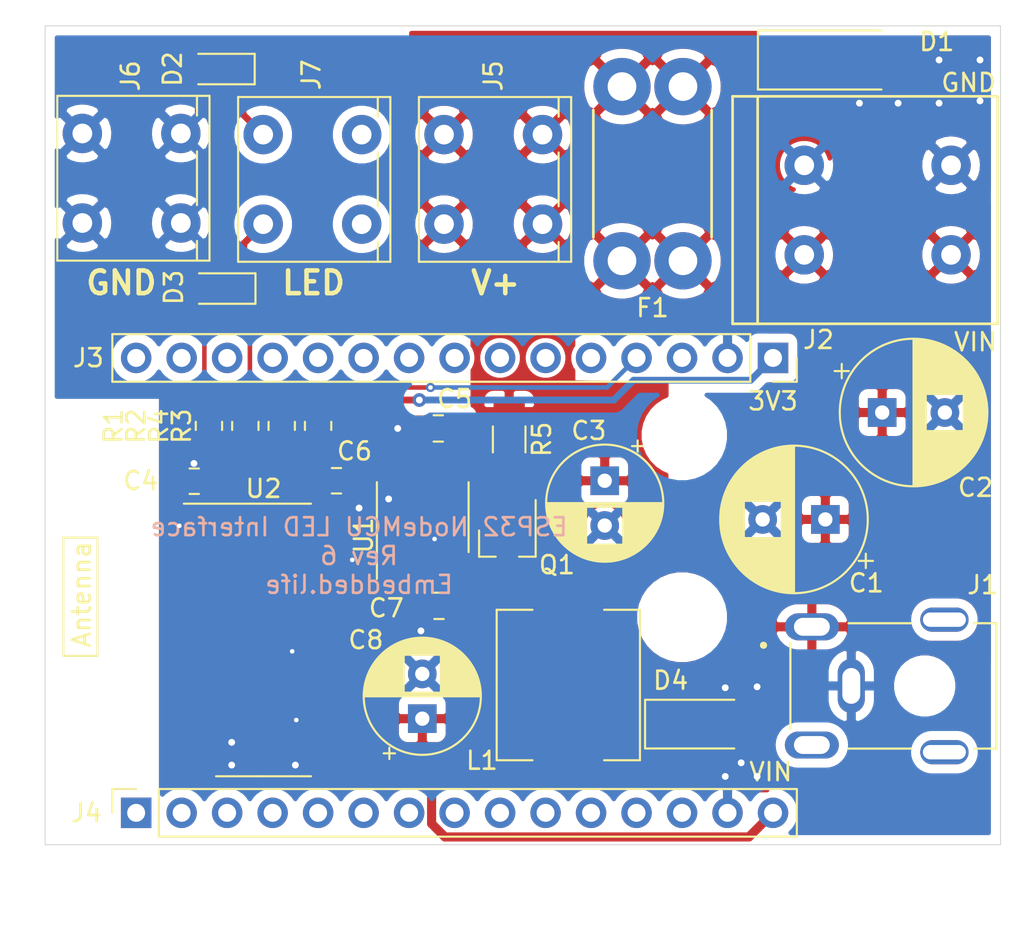
<source format=kicad_pcb>
(kicad_pcb (version 20171130) (host pcbnew "(5.1.12)-1")

  (general
    (thickness 1.6)
    (drawings 17)
    (tracks 143)
    (zones 0)
    (modules 31)
    (nets 17)
  )

  (page A4)
  (layers
    (0 F.Cu signal)
    (31 B.Cu signal)
    (32 B.Adhes user)
    (33 F.Adhes user)
    (34 B.Paste user)
    (35 F.Paste user)
    (36 B.SilkS user)
    (37 F.SilkS user)
    (38 B.Mask user)
    (39 F.Mask user)
    (40 Dwgs.User user)
    (41 Cmts.User user)
    (42 Eco1.User user)
    (43 Eco2.User user)
    (44 Edge.Cuts user)
    (45 Margin user)
    (46 B.CrtYd user)
    (47 F.CrtYd user)
    (48 B.Fab user)
    (49 F.Fab user)
  )

  (setup
    (last_trace_width 0.1524)
    (user_trace_width 0.254)
    (user_trace_width 0.3048)
    (user_trace_width 0.381)
    (user_trace_width 0.508)
    (user_trace_width 0.635)
    (user_trace_width 0.762)
    (user_trace_width 1.016)
    (user_trace_width 1.27)
    (trace_clearance 0.1524)
    (zone_clearance 0.254)
    (zone_45_only no)
    (trace_min 0.1524)
    (via_size 0.6858)
    (via_drill 0.3302)
    (via_min_size 0.508)
    (via_min_drill 0.254)
    (user_via 0.508 0.254)
    (user_via 0.6096 0.3048)
    (user_via 0.762 0.381)
    (user_via 1.016 0.508)
    (user_via 1.27 0.635)
    (user_via 1.524 0.762)
    (uvia_size 0.6858)
    (uvia_drill 0.3302)
    (uvias_allowed no)
    (uvia_min_size 0.508)
    (uvia_min_drill 0.254)
    (edge_width 0.05)
    (segment_width 0.2)
    (pcb_text_width 0.3)
    (pcb_text_size 1.5 1.5)
    (mod_edge_width 0.12)
    (mod_text_size 1 1)
    (mod_text_width 0.15)
    (pad_size 1.7 1.7)
    (pad_drill 1)
    (pad_to_mask_clearance 0.0508)
    (solder_mask_min_width 0.1016)
    (aux_axis_origin 0 0)
    (grid_origin 100.965 129.159)
    (visible_elements 7FFFFFFF)
    (pcbplotparams
      (layerselection 0x010fc_ffffffff)
      (usegerberextensions false)
      (usegerberattributes true)
      (usegerberadvancedattributes true)
      (creategerberjobfile true)
      (excludeedgelayer true)
      (linewidth 0.100000)
      (plotframeref false)
      (viasonmask false)
      (mode 1)
      (useauxorigin false)
      (hpglpennumber 1)
      (hpglpenspeed 20)
      (hpglpendiameter 15.000000)
      (psnegative false)
      (psa4output false)
      (plotreference true)
      (plotvalue true)
      (plotinvisibletext false)
      (padsonsilk false)
      (subtractmaskfromsilk false)
      (outputformat 1)
      (mirror false)
      (drillshape 1)
      (scaleselection 1)
      (outputdirectory ""))
  )

  (net 0 "")
  (net 1 GND)
  (net 2 +12V)
  (net 3 +5V)
  (net 4 +3V3)
  (net 5 /LED_CHAN_0)
  (net 6 "Net-(R1-Pad1)")
  (net 7 "Net-(C1-Pad1)")
  (net 8 /LED_CHAN_0_5V_A)
  (net 9 /LED_CHAN_0_5V_B)
  (net 10 "Net-(R2-Pad1)")
  (net 11 "Net-(R3-Pad2)")
  (net 12 "Net-(R4-Pad2)")
  (net 13 "Net-(C7-Pad1)")
  (net 14 "Net-(D4-Pad1)")
  (net 15 "Net-(Q1-Pad1)")
  (net 16 "Net-(Q1-Pad2)")

  (net_class Default "This is the default net class."
    (clearance 0.1524)
    (trace_width 0.1524)
    (via_dia 0.6858)
    (via_drill 0.3302)
    (uvia_dia 0.6858)
    (uvia_drill 0.3302)
    (diff_pair_width 0.2032)
    (diff_pair_gap 0.254)
    (add_net +12V)
    (add_net +3V3)
    (add_net +5V)
    (add_net /LED_CHAN_0)
    (add_net /LED_CHAN_0_5V_A)
    (add_net /LED_CHAN_0_5V_B)
    (add_net GND)
    (add_net "Net-(C1-Pad1)")
    (add_net "Net-(C7-Pad1)")
    (add_net "Net-(D4-Pad1)")
    (add_net "Net-(Q1-Pad1)")
    (add_net "Net-(Q1-Pad2)")
    (add_net "Net-(R1-Pad1)")
    (add_net "Net-(R2-Pad1)")
    (add_net "Net-(R3-Pad2)")
    (add_net "Net-(R4-Pad2)")
  )

  (module Capacitor_THT:CP_Radial_D8.0mm_P3.50mm (layer F.Cu) (tedit 5AE50EF0) (tstamp 600DD430)
    (at 138.176 125.73)
    (descr "CP, Radial series, Radial, pin pitch=3.50mm, , diameter=8mm, Electrolytic Capacitor")
    (tags "CP Radial series Radial pin pitch 3.50mm  diameter 8mm Electrolytic Capacitor")
    (path /600F65B6)
    (fp_text reference C2 (at 5.207 4.191) (layer F.SilkS)
      (effects (font (size 1 1) (thickness 0.15)))
    )
    (fp_text value 470u (at 1.75 5.25) (layer F.Fab)
      (effects (font (size 1 1) (thickness 0.15)))
    )
    (fp_text user %R (at 1.75 0) (layer F.Fab)
      (effects (font (size 1 1) (thickness 0.15)))
    )
    (fp_circle (center 1.75 0) (end 5.75 0) (layer F.Fab) (width 0.1))
    (fp_circle (center 1.75 0) (end 5.87 0) (layer F.SilkS) (width 0.12))
    (fp_circle (center 1.75 0) (end 6 0) (layer F.CrtYd) (width 0.05))
    (fp_line (start -1.676759 -1.7475) (end -0.876759 -1.7475) (layer F.Fab) (width 0.1))
    (fp_line (start -1.276759 -2.1475) (end -1.276759 -1.3475) (layer F.Fab) (width 0.1))
    (fp_line (start 1.75 -4.08) (end 1.75 4.08) (layer F.SilkS) (width 0.12))
    (fp_line (start 1.79 -4.08) (end 1.79 4.08) (layer F.SilkS) (width 0.12))
    (fp_line (start 1.83 -4.08) (end 1.83 4.08) (layer F.SilkS) (width 0.12))
    (fp_line (start 1.87 -4.079) (end 1.87 4.079) (layer F.SilkS) (width 0.12))
    (fp_line (start 1.91 -4.077) (end 1.91 4.077) (layer F.SilkS) (width 0.12))
    (fp_line (start 1.95 -4.076) (end 1.95 4.076) (layer F.SilkS) (width 0.12))
    (fp_line (start 1.99 -4.074) (end 1.99 4.074) (layer F.SilkS) (width 0.12))
    (fp_line (start 2.03 -4.071) (end 2.03 4.071) (layer F.SilkS) (width 0.12))
    (fp_line (start 2.07 -4.068) (end 2.07 4.068) (layer F.SilkS) (width 0.12))
    (fp_line (start 2.11 -4.065) (end 2.11 4.065) (layer F.SilkS) (width 0.12))
    (fp_line (start 2.15 -4.061) (end 2.15 4.061) (layer F.SilkS) (width 0.12))
    (fp_line (start 2.19 -4.057) (end 2.19 4.057) (layer F.SilkS) (width 0.12))
    (fp_line (start 2.23 -4.052) (end 2.23 4.052) (layer F.SilkS) (width 0.12))
    (fp_line (start 2.27 -4.048) (end 2.27 4.048) (layer F.SilkS) (width 0.12))
    (fp_line (start 2.31 -4.042) (end 2.31 4.042) (layer F.SilkS) (width 0.12))
    (fp_line (start 2.35 -4.037) (end 2.35 4.037) (layer F.SilkS) (width 0.12))
    (fp_line (start 2.39 -4.03) (end 2.39 4.03) (layer F.SilkS) (width 0.12))
    (fp_line (start 2.43 -4.024) (end 2.43 4.024) (layer F.SilkS) (width 0.12))
    (fp_line (start 2.471 -4.017) (end 2.471 -1.04) (layer F.SilkS) (width 0.12))
    (fp_line (start 2.471 1.04) (end 2.471 4.017) (layer F.SilkS) (width 0.12))
    (fp_line (start 2.511 -4.01) (end 2.511 -1.04) (layer F.SilkS) (width 0.12))
    (fp_line (start 2.511 1.04) (end 2.511 4.01) (layer F.SilkS) (width 0.12))
    (fp_line (start 2.551 -4.002) (end 2.551 -1.04) (layer F.SilkS) (width 0.12))
    (fp_line (start 2.551 1.04) (end 2.551 4.002) (layer F.SilkS) (width 0.12))
    (fp_line (start 2.591 -3.994) (end 2.591 -1.04) (layer F.SilkS) (width 0.12))
    (fp_line (start 2.591 1.04) (end 2.591 3.994) (layer F.SilkS) (width 0.12))
    (fp_line (start 2.631 -3.985) (end 2.631 -1.04) (layer F.SilkS) (width 0.12))
    (fp_line (start 2.631 1.04) (end 2.631 3.985) (layer F.SilkS) (width 0.12))
    (fp_line (start 2.671 -3.976) (end 2.671 -1.04) (layer F.SilkS) (width 0.12))
    (fp_line (start 2.671 1.04) (end 2.671 3.976) (layer F.SilkS) (width 0.12))
    (fp_line (start 2.711 -3.967) (end 2.711 -1.04) (layer F.SilkS) (width 0.12))
    (fp_line (start 2.711 1.04) (end 2.711 3.967) (layer F.SilkS) (width 0.12))
    (fp_line (start 2.751 -3.957) (end 2.751 -1.04) (layer F.SilkS) (width 0.12))
    (fp_line (start 2.751 1.04) (end 2.751 3.957) (layer F.SilkS) (width 0.12))
    (fp_line (start 2.791 -3.947) (end 2.791 -1.04) (layer F.SilkS) (width 0.12))
    (fp_line (start 2.791 1.04) (end 2.791 3.947) (layer F.SilkS) (width 0.12))
    (fp_line (start 2.831 -3.936) (end 2.831 -1.04) (layer F.SilkS) (width 0.12))
    (fp_line (start 2.831 1.04) (end 2.831 3.936) (layer F.SilkS) (width 0.12))
    (fp_line (start 2.871 -3.925) (end 2.871 -1.04) (layer F.SilkS) (width 0.12))
    (fp_line (start 2.871 1.04) (end 2.871 3.925) (layer F.SilkS) (width 0.12))
    (fp_line (start 2.911 -3.914) (end 2.911 -1.04) (layer F.SilkS) (width 0.12))
    (fp_line (start 2.911 1.04) (end 2.911 3.914) (layer F.SilkS) (width 0.12))
    (fp_line (start 2.951 -3.902) (end 2.951 -1.04) (layer F.SilkS) (width 0.12))
    (fp_line (start 2.951 1.04) (end 2.951 3.902) (layer F.SilkS) (width 0.12))
    (fp_line (start 2.991 -3.889) (end 2.991 -1.04) (layer F.SilkS) (width 0.12))
    (fp_line (start 2.991 1.04) (end 2.991 3.889) (layer F.SilkS) (width 0.12))
    (fp_line (start 3.031 -3.877) (end 3.031 -1.04) (layer F.SilkS) (width 0.12))
    (fp_line (start 3.031 1.04) (end 3.031 3.877) (layer F.SilkS) (width 0.12))
    (fp_line (start 3.071 -3.863) (end 3.071 -1.04) (layer F.SilkS) (width 0.12))
    (fp_line (start 3.071 1.04) (end 3.071 3.863) (layer F.SilkS) (width 0.12))
    (fp_line (start 3.111 -3.85) (end 3.111 -1.04) (layer F.SilkS) (width 0.12))
    (fp_line (start 3.111 1.04) (end 3.111 3.85) (layer F.SilkS) (width 0.12))
    (fp_line (start 3.151 -3.835) (end 3.151 -1.04) (layer F.SilkS) (width 0.12))
    (fp_line (start 3.151 1.04) (end 3.151 3.835) (layer F.SilkS) (width 0.12))
    (fp_line (start 3.191 -3.821) (end 3.191 -1.04) (layer F.SilkS) (width 0.12))
    (fp_line (start 3.191 1.04) (end 3.191 3.821) (layer F.SilkS) (width 0.12))
    (fp_line (start 3.231 -3.805) (end 3.231 -1.04) (layer F.SilkS) (width 0.12))
    (fp_line (start 3.231 1.04) (end 3.231 3.805) (layer F.SilkS) (width 0.12))
    (fp_line (start 3.271 -3.79) (end 3.271 -1.04) (layer F.SilkS) (width 0.12))
    (fp_line (start 3.271 1.04) (end 3.271 3.79) (layer F.SilkS) (width 0.12))
    (fp_line (start 3.311 -3.774) (end 3.311 -1.04) (layer F.SilkS) (width 0.12))
    (fp_line (start 3.311 1.04) (end 3.311 3.774) (layer F.SilkS) (width 0.12))
    (fp_line (start 3.351 -3.757) (end 3.351 -1.04) (layer F.SilkS) (width 0.12))
    (fp_line (start 3.351 1.04) (end 3.351 3.757) (layer F.SilkS) (width 0.12))
    (fp_line (start 3.391 -3.74) (end 3.391 -1.04) (layer F.SilkS) (width 0.12))
    (fp_line (start 3.391 1.04) (end 3.391 3.74) (layer F.SilkS) (width 0.12))
    (fp_line (start 3.431 -3.722) (end 3.431 -1.04) (layer F.SilkS) (width 0.12))
    (fp_line (start 3.431 1.04) (end 3.431 3.722) (layer F.SilkS) (width 0.12))
    (fp_line (start 3.471 -3.704) (end 3.471 -1.04) (layer F.SilkS) (width 0.12))
    (fp_line (start 3.471 1.04) (end 3.471 3.704) (layer F.SilkS) (width 0.12))
    (fp_line (start 3.511 -3.686) (end 3.511 -1.04) (layer F.SilkS) (width 0.12))
    (fp_line (start 3.511 1.04) (end 3.511 3.686) (layer F.SilkS) (width 0.12))
    (fp_line (start 3.551 -3.666) (end 3.551 -1.04) (layer F.SilkS) (width 0.12))
    (fp_line (start 3.551 1.04) (end 3.551 3.666) (layer F.SilkS) (width 0.12))
    (fp_line (start 3.591 -3.647) (end 3.591 -1.04) (layer F.SilkS) (width 0.12))
    (fp_line (start 3.591 1.04) (end 3.591 3.647) (layer F.SilkS) (width 0.12))
    (fp_line (start 3.631 -3.627) (end 3.631 -1.04) (layer F.SilkS) (width 0.12))
    (fp_line (start 3.631 1.04) (end 3.631 3.627) (layer F.SilkS) (width 0.12))
    (fp_line (start 3.671 -3.606) (end 3.671 -1.04) (layer F.SilkS) (width 0.12))
    (fp_line (start 3.671 1.04) (end 3.671 3.606) (layer F.SilkS) (width 0.12))
    (fp_line (start 3.711 -3.584) (end 3.711 -1.04) (layer F.SilkS) (width 0.12))
    (fp_line (start 3.711 1.04) (end 3.711 3.584) (layer F.SilkS) (width 0.12))
    (fp_line (start 3.751 -3.562) (end 3.751 -1.04) (layer F.SilkS) (width 0.12))
    (fp_line (start 3.751 1.04) (end 3.751 3.562) (layer F.SilkS) (width 0.12))
    (fp_line (start 3.791 -3.54) (end 3.791 -1.04) (layer F.SilkS) (width 0.12))
    (fp_line (start 3.791 1.04) (end 3.791 3.54) (layer F.SilkS) (width 0.12))
    (fp_line (start 3.831 -3.517) (end 3.831 -1.04) (layer F.SilkS) (width 0.12))
    (fp_line (start 3.831 1.04) (end 3.831 3.517) (layer F.SilkS) (width 0.12))
    (fp_line (start 3.871 -3.493) (end 3.871 -1.04) (layer F.SilkS) (width 0.12))
    (fp_line (start 3.871 1.04) (end 3.871 3.493) (layer F.SilkS) (width 0.12))
    (fp_line (start 3.911 -3.469) (end 3.911 -1.04) (layer F.SilkS) (width 0.12))
    (fp_line (start 3.911 1.04) (end 3.911 3.469) (layer F.SilkS) (width 0.12))
    (fp_line (start 3.951 -3.444) (end 3.951 -1.04) (layer F.SilkS) (width 0.12))
    (fp_line (start 3.951 1.04) (end 3.951 3.444) (layer F.SilkS) (width 0.12))
    (fp_line (start 3.991 -3.418) (end 3.991 -1.04) (layer F.SilkS) (width 0.12))
    (fp_line (start 3.991 1.04) (end 3.991 3.418) (layer F.SilkS) (width 0.12))
    (fp_line (start 4.031 -3.392) (end 4.031 -1.04) (layer F.SilkS) (width 0.12))
    (fp_line (start 4.031 1.04) (end 4.031 3.392) (layer F.SilkS) (width 0.12))
    (fp_line (start 4.071 -3.365) (end 4.071 -1.04) (layer F.SilkS) (width 0.12))
    (fp_line (start 4.071 1.04) (end 4.071 3.365) (layer F.SilkS) (width 0.12))
    (fp_line (start 4.111 -3.338) (end 4.111 -1.04) (layer F.SilkS) (width 0.12))
    (fp_line (start 4.111 1.04) (end 4.111 3.338) (layer F.SilkS) (width 0.12))
    (fp_line (start 4.151 -3.309) (end 4.151 -1.04) (layer F.SilkS) (width 0.12))
    (fp_line (start 4.151 1.04) (end 4.151 3.309) (layer F.SilkS) (width 0.12))
    (fp_line (start 4.191 -3.28) (end 4.191 -1.04) (layer F.SilkS) (width 0.12))
    (fp_line (start 4.191 1.04) (end 4.191 3.28) (layer F.SilkS) (width 0.12))
    (fp_line (start 4.231 -3.25) (end 4.231 -1.04) (layer F.SilkS) (width 0.12))
    (fp_line (start 4.231 1.04) (end 4.231 3.25) (layer F.SilkS) (width 0.12))
    (fp_line (start 4.271 -3.22) (end 4.271 -1.04) (layer F.SilkS) (width 0.12))
    (fp_line (start 4.271 1.04) (end 4.271 3.22) (layer F.SilkS) (width 0.12))
    (fp_line (start 4.311 -3.189) (end 4.311 -1.04) (layer F.SilkS) (width 0.12))
    (fp_line (start 4.311 1.04) (end 4.311 3.189) (layer F.SilkS) (width 0.12))
    (fp_line (start 4.351 -3.156) (end 4.351 -1.04) (layer F.SilkS) (width 0.12))
    (fp_line (start 4.351 1.04) (end 4.351 3.156) (layer F.SilkS) (width 0.12))
    (fp_line (start 4.391 -3.124) (end 4.391 -1.04) (layer F.SilkS) (width 0.12))
    (fp_line (start 4.391 1.04) (end 4.391 3.124) (layer F.SilkS) (width 0.12))
    (fp_line (start 4.431 -3.09) (end 4.431 -1.04) (layer F.SilkS) (width 0.12))
    (fp_line (start 4.431 1.04) (end 4.431 3.09) (layer F.SilkS) (width 0.12))
    (fp_line (start 4.471 -3.055) (end 4.471 -1.04) (layer F.SilkS) (width 0.12))
    (fp_line (start 4.471 1.04) (end 4.471 3.055) (layer F.SilkS) (width 0.12))
    (fp_line (start 4.511 -3.019) (end 4.511 -1.04) (layer F.SilkS) (width 0.12))
    (fp_line (start 4.511 1.04) (end 4.511 3.019) (layer F.SilkS) (width 0.12))
    (fp_line (start 4.551 -2.983) (end 4.551 2.983) (layer F.SilkS) (width 0.12))
    (fp_line (start 4.591 -2.945) (end 4.591 2.945) (layer F.SilkS) (width 0.12))
    (fp_line (start 4.631 -2.907) (end 4.631 2.907) (layer F.SilkS) (width 0.12))
    (fp_line (start 4.671 -2.867) (end 4.671 2.867) (layer F.SilkS) (width 0.12))
    (fp_line (start 4.711 -2.826) (end 4.711 2.826) (layer F.SilkS) (width 0.12))
    (fp_line (start 4.751 -2.784) (end 4.751 2.784) (layer F.SilkS) (width 0.12))
    (fp_line (start 4.791 -2.741) (end 4.791 2.741) (layer F.SilkS) (width 0.12))
    (fp_line (start 4.831 -2.697) (end 4.831 2.697) (layer F.SilkS) (width 0.12))
    (fp_line (start 4.871 -2.651) (end 4.871 2.651) (layer F.SilkS) (width 0.12))
    (fp_line (start 4.911 -2.604) (end 4.911 2.604) (layer F.SilkS) (width 0.12))
    (fp_line (start 4.951 -2.556) (end 4.951 2.556) (layer F.SilkS) (width 0.12))
    (fp_line (start 4.991 -2.505) (end 4.991 2.505) (layer F.SilkS) (width 0.12))
    (fp_line (start 5.031 -2.454) (end 5.031 2.454) (layer F.SilkS) (width 0.12))
    (fp_line (start 5.071 -2.4) (end 5.071 2.4) (layer F.SilkS) (width 0.12))
    (fp_line (start 5.111 -2.345) (end 5.111 2.345) (layer F.SilkS) (width 0.12))
    (fp_line (start 5.151 -2.287) (end 5.151 2.287) (layer F.SilkS) (width 0.12))
    (fp_line (start 5.191 -2.228) (end 5.191 2.228) (layer F.SilkS) (width 0.12))
    (fp_line (start 5.231 -2.166) (end 5.231 2.166) (layer F.SilkS) (width 0.12))
    (fp_line (start 5.271 -2.102) (end 5.271 2.102) (layer F.SilkS) (width 0.12))
    (fp_line (start 5.311 -2.034) (end 5.311 2.034) (layer F.SilkS) (width 0.12))
    (fp_line (start 5.351 -1.964) (end 5.351 1.964) (layer F.SilkS) (width 0.12))
    (fp_line (start 5.391 -1.89) (end 5.391 1.89) (layer F.SilkS) (width 0.12))
    (fp_line (start 5.431 -1.813) (end 5.431 1.813) (layer F.SilkS) (width 0.12))
    (fp_line (start 5.471 -1.731) (end 5.471 1.731) (layer F.SilkS) (width 0.12))
    (fp_line (start 5.511 -1.645) (end 5.511 1.645) (layer F.SilkS) (width 0.12))
    (fp_line (start 5.551 -1.552) (end 5.551 1.552) (layer F.SilkS) (width 0.12))
    (fp_line (start 5.591 -1.453) (end 5.591 1.453) (layer F.SilkS) (width 0.12))
    (fp_line (start 5.631 -1.346) (end 5.631 1.346) (layer F.SilkS) (width 0.12))
    (fp_line (start 5.671 -1.229) (end 5.671 1.229) (layer F.SilkS) (width 0.12))
    (fp_line (start 5.711 -1.098) (end 5.711 1.098) (layer F.SilkS) (width 0.12))
    (fp_line (start 5.751 -0.948) (end 5.751 0.948) (layer F.SilkS) (width 0.12))
    (fp_line (start 5.791 -0.768) (end 5.791 0.768) (layer F.SilkS) (width 0.12))
    (fp_line (start 5.831 -0.533) (end 5.831 0.533) (layer F.SilkS) (width 0.12))
    (fp_line (start -2.659698 -2.315) (end -1.859698 -2.315) (layer F.SilkS) (width 0.12))
    (fp_line (start -2.259698 -2.715) (end -2.259698 -1.915) (layer F.SilkS) (width 0.12))
    (pad 2 thru_hole circle (at 3.5 0) (size 1.6 1.6) (drill 0.8) (layers *.Cu *.Mask)
      (net 1 GND))
    (pad 1 thru_hole rect (at 0 0) (size 1.6 1.6) (drill 0.8) (layers *.Cu *.Mask)
      (net 7 "Net-(C1-Pad1)"))
    (model ${KISYS3DMOD}/Capacitor_THT.3dshapes/CP_Radial_D8.0mm_P3.50mm.wrl
      (at (xyz 0 0 0))
      (scale (xyz 1 1 1))
      (rotate (xyz 0 0 0))
    )
  )

  (module Capacitor_THT:CP_Radial_D8.0mm_P3.50mm (layer F.Cu) (tedit 5AE50EF0) (tstamp 60DC18FE)
    (at 135.001 131.699 180)
    (descr "CP, Radial series, Radial, pin pitch=3.50mm, , diameter=8mm, Electrolytic Capacitor")
    (tags "CP Radial series Radial pin pitch 3.50mm  diameter 8mm Electrolytic Capacitor")
    (path /60DDE429)
    (fp_text reference C1 (at -2.286 -3.556) (layer F.SilkS)
      (effects (font (size 1 1) (thickness 0.15)))
    )
    (fp_text value 470u (at 1.75 5.25) (layer F.Fab)
      (effects (font (size 1 1) (thickness 0.15)))
    )
    (fp_text user %R (at 1.75 0) (layer F.Fab)
      (effects (font (size 1 1) (thickness 0.15)))
    )
    (fp_circle (center 1.75 0) (end 5.75 0) (layer F.Fab) (width 0.1))
    (fp_circle (center 1.75 0) (end 5.87 0) (layer F.SilkS) (width 0.12))
    (fp_circle (center 1.75 0) (end 6 0) (layer F.CrtYd) (width 0.05))
    (fp_line (start -1.676759 -1.7475) (end -0.876759 -1.7475) (layer F.Fab) (width 0.1))
    (fp_line (start -1.276759 -2.1475) (end -1.276759 -1.3475) (layer F.Fab) (width 0.1))
    (fp_line (start 1.75 -4.08) (end 1.75 4.08) (layer F.SilkS) (width 0.12))
    (fp_line (start 1.79 -4.08) (end 1.79 4.08) (layer F.SilkS) (width 0.12))
    (fp_line (start 1.83 -4.08) (end 1.83 4.08) (layer F.SilkS) (width 0.12))
    (fp_line (start 1.87 -4.079) (end 1.87 4.079) (layer F.SilkS) (width 0.12))
    (fp_line (start 1.91 -4.077) (end 1.91 4.077) (layer F.SilkS) (width 0.12))
    (fp_line (start 1.95 -4.076) (end 1.95 4.076) (layer F.SilkS) (width 0.12))
    (fp_line (start 1.99 -4.074) (end 1.99 4.074) (layer F.SilkS) (width 0.12))
    (fp_line (start 2.03 -4.071) (end 2.03 4.071) (layer F.SilkS) (width 0.12))
    (fp_line (start 2.07 -4.068) (end 2.07 4.068) (layer F.SilkS) (width 0.12))
    (fp_line (start 2.11 -4.065) (end 2.11 4.065) (layer F.SilkS) (width 0.12))
    (fp_line (start 2.15 -4.061) (end 2.15 4.061) (layer F.SilkS) (width 0.12))
    (fp_line (start 2.19 -4.057) (end 2.19 4.057) (layer F.SilkS) (width 0.12))
    (fp_line (start 2.23 -4.052) (end 2.23 4.052) (layer F.SilkS) (width 0.12))
    (fp_line (start 2.27 -4.048) (end 2.27 4.048) (layer F.SilkS) (width 0.12))
    (fp_line (start 2.31 -4.042) (end 2.31 4.042) (layer F.SilkS) (width 0.12))
    (fp_line (start 2.35 -4.037) (end 2.35 4.037) (layer F.SilkS) (width 0.12))
    (fp_line (start 2.39 -4.03) (end 2.39 4.03) (layer F.SilkS) (width 0.12))
    (fp_line (start 2.43 -4.024) (end 2.43 4.024) (layer F.SilkS) (width 0.12))
    (fp_line (start 2.471 -4.017) (end 2.471 -1.04) (layer F.SilkS) (width 0.12))
    (fp_line (start 2.471 1.04) (end 2.471 4.017) (layer F.SilkS) (width 0.12))
    (fp_line (start 2.511 -4.01) (end 2.511 -1.04) (layer F.SilkS) (width 0.12))
    (fp_line (start 2.511 1.04) (end 2.511 4.01) (layer F.SilkS) (width 0.12))
    (fp_line (start 2.551 -4.002) (end 2.551 -1.04) (layer F.SilkS) (width 0.12))
    (fp_line (start 2.551 1.04) (end 2.551 4.002) (layer F.SilkS) (width 0.12))
    (fp_line (start 2.591 -3.994) (end 2.591 -1.04) (layer F.SilkS) (width 0.12))
    (fp_line (start 2.591 1.04) (end 2.591 3.994) (layer F.SilkS) (width 0.12))
    (fp_line (start 2.631 -3.985) (end 2.631 -1.04) (layer F.SilkS) (width 0.12))
    (fp_line (start 2.631 1.04) (end 2.631 3.985) (layer F.SilkS) (width 0.12))
    (fp_line (start 2.671 -3.976) (end 2.671 -1.04) (layer F.SilkS) (width 0.12))
    (fp_line (start 2.671 1.04) (end 2.671 3.976) (layer F.SilkS) (width 0.12))
    (fp_line (start 2.711 -3.967) (end 2.711 -1.04) (layer F.SilkS) (width 0.12))
    (fp_line (start 2.711 1.04) (end 2.711 3.967) (layer F.SilkS) (width 0.12))
    (fp_line (start 2.751 -3.957) (end 2.751 -1.04) (layer F.SilkS) (width 0.12))
    (fp_line (start 2.751 1.04) (end 2.751 3.957) (layer F.SilkS) (width 0.12))
    (fp_line (start 2.791 -3.947) (end 2.791 -1.04) (layer F.SilkS) (width 0.12))
    (fp_line (start 2.791 1.04) (end 2.791 3.947) (layer F.SilkS) (width 0.12))
    (fp_line (start 2.831 -3.936) (end 2.831 -1.04) (layer F.SilkS) (width 0.12))
    (fp_line (start 2.831 1.04) (end 2.831 3.936) (layer F.SilkS) (width 0.12))
    (fp_line (start 2.871 -3.925) (end 2.871 -1.04) (layer F.SilkS) (width 0.12))
    (fp_line (start 2.871 1.04) (end 2.871 3.925) (layer F.SilkS) (width 0.12))
    (fp_line (start 2.911 -3.914) (end 2.911 -1.04) (layer F.SilkS) (width 0.12))
    (fp_line (start 2.911 1.04) (end 2.911 3.914) (layer F.SilkS) (width 0.12))
    (fp_line (start 2.951 -3.902) (end 2.951 -1.04) (layer F.SilkS) (width 0.12))
    (fp_line (start 2.951 1.04) (end 2.951 3.902) (layer F.SilkS) (width 0.12))
    (fp_line (start 2.991 -3.889) (end 2.991 -1.04) (layer F.SilkS) (width 0.12))
    (fp_line (start 2.991 1.04) (end 2.991 3.889) (layer F.SilkS) (width 0.12))
    (fp_line (start 3.031 -3.877) (end 3.031 -1.04) (layer F.SilkS) (width 0.12))
    (fp_line (start 3.031 1.04) (end 3.031 3.877) (layer F.SilkS) (width 0.12))
    (fp_line (start 3.071 -3.863) (end 3.071 -1.04) (layer F.SilkS) (width 0.12))
    (fp_line (start 3.071 1.04) (end 3.071 3.863) (layer F.SilkS) (width 0.12))
    (fp_line (start 3.111 -3.85) (end 3.111 -1.04) (layer F.SilkS) (width 0.12))
    (fp_line (start 3.111 1.04) (end 3.111 3.85) (layer F.SilkS) (width 0.12))
    (fp_line (start 3.151 -3.835) (end 3.151 -1.04) (layer F.SilkS) (width 0.12))
    (fp_line (start 3.151 1.04) (end 3.151 3.835) (layer F.SilkS) (width 0.12))
    (fp_line (start 3.191 -3.821) (end 3.191 -1.04) (layer F.SilkS) (width 0.12))
    (fp_line (start 3.191 1.04) (end 3.191 3.821) (layer F.SilkS) (width 0.12))
    (fp_line (start 3.231 -3.805) (end 3.231 -1.04) (layer F.SilkS) (width 0.12))
    (fp_line (start 3.231 1.04) (end 3.231 3.805) (layer F.SilkS) (width 0.12))
    (fp_line (start 3.271 -3.79) (end 3.271 -1.04) (layer F.SilkS) (width 0.12))
    (fp_line (start 3.271 1.04) (end 3.271 3.79) (layer F.SilkS) (width 0.12))
    (fp_line (start 3.311 -3.774) (end 3.311 -1.04) (layer F.SilkS) (width 0.12))
    (fp_line (start 3.311 1.04) (end 3.311 3.774) (layer F.SilkS) (width 0.12))
    (fp_line (start 3.351 -3.757) (end 3.351 -1.04) (layer F.SilkS) (width 0.12))
    (fp_line (start 3.351 1.04) (end 3.351 3.757) (layer F.SilkS) (width 0.12))
    (fp_line (start 3.391 -3.74) (end 3.391 -1.04) (layer F.SilkS) (width 0.12))
    (fp_line (start 3.391 1.04) (end 3.391 3.74) (layer F.SilkS) (width 0.12))
    (fp_line (start 3.431 -3.722) (end 3.431 -1.04) (layer F.SilkS) (width 0.12))
    (fp_line (start 3.431 1.04) (end 3.431 3.722) (layer F.SilkS) (width 0.12))
    (fp_line (start 3.471 -3.704) (end 3.471 -1.04) (layer F.SilkS) (width 0.12))
    (fp_line (start 3.471 1.04) (end 3.471 3.704) (layer F.SilkS) (width 0.12))
    (fp_line (start 3.511 -3.686) (end 3.511 -1.04) (layer F.SilkS) (width 0.12))
    (fp_line (start 3.511 1.04) (end 3.511 3.686) (layer F.SilkS) (width 0.12))
    (fp_line (start 3.551 -3.666) (end 3.551 -1.04) (layer F.SilkS) (width 0.12))
    (fp_line (start 3.551 1.04) (end 3.551 3.666) (layer F.SilkS) (width 0.12))
    (fp_line (start 3.591 -3.647) (end 3.591 -1.04) (layer F.SilkS) (width 0.12))
    (fp_line (start 3.591 1.04) (end 3.591 3.647) (layer F.SilkS) (width 0.12))
    (fp_line (start 3.631 -3.627) (end 3.631 -1.04) (layer F.SilkS) (width 0.12))
    (fp_line (start 3.631 1.04) (end 3.631 3.627) (layer F.SilkS) (width 0.12))
    (fp_line (start 3.671 -3.606) (end 3.671 -1.04) (layer F.SilkS) (width 0.12))
    (fp_line (start 3.671 1.04) (end 3.671 3.606) (layer F.SilkS) (width 0.12))
    (fp_line (start 3.711 -3.584) (end 3.711 -1.04) (layer F.SilkS) (width 0.12))
    (fp_line (start 3.711 1.04) (end 3.711 3.584) (layer F.SilkS) (width 0.12))
    (fp_line (start 3.751 -3.562) (end 3.751 -1.04) (layer F.SilkS) (width 0.12))
    (fp_line (start 3.751 1.04) (end 3.751 3.562) (layer F.SilkS) (width 0.12))
    (fp_line (start 3.791 -3.54) (end 3.791 -1.04) (layer F.SilkS) (width 0.12))
    (fp_line (start 3.791 1.04) (end 3.791 3.54) (layer F.SilkS) (width 0.12))
    (fp_line (start 3.831 -3.517) (end 3.831 -1.04) (layer F.SilkS) (width 0.12))
    (fp_line (start 3.831 1.04) (end 3.831 3.517) (layer F.SilkS) (width 0.12))
    (fp_line (start 3.871 -3.493) (end 3.871 -1.04) (layer F.SilkS) (width 0.12))
    (fp_line (start 3.871 1.04) (end 3.871 3.493) (layer F.SilkS) (width 0.12))
    (fp_line (start 3.911 -3.469) (end 3.911 -1.04) (layer F.SilkS) (width 0.12))
    (fp_line (start 3.911 1.04) (end 3.911 3.469) (layer F.SilkS) (width 0.12))
    (fp_line (start 3.951 -3.444) (end 3.951 -1.04) (layer F.SilkS) (width 0.12))
    (fp_line (start 3.951 1.04) (end 3.951 3.444) (layer F.SilkS) (width 0.12))
    (fp_line (start 3.991 -3.418) (end 3.991 -1.04) (layer F.SilkS) (width 0.12))
    (fp_line (start 3.991 1.04) (end 3.991 3.418) (layer F.SilkS) (width 0.12))
    (fp_line (start 4.031 -3.392) (end 4.031 -1.04) (layer F.SilkS) (width 0.12))
    (fp_line (start 4.031 1.04) (end 4.031 3.392) (layer F.SilkS) (width 0.12))
    (fp_line (start 4.071 -3.365) (end 4.071 -1.04) (layer F.SilkS) (width 0.12))
    (fp_line (start 4.071 1.04) (end 4.071 3.365) (layer F.SilkS) (width 0.12))
    (fp_line (start 4.111 -3.338) (end 4.111 -1.04) (layer F.SilkS) (width 0.12))
    (fp_line (start 4.111 1.04) (end 4.111 3.338) (layer F.SilkS) (width 0.12))
    (fp_line (start 4.151 -3.309) (end 4.151 -1.04) (layer F.SilkS) (width 0.12))
    (fp_line (start 4.151 1.04) (end 4.151 3.309) (layer F.SilkS) (width 0.12))
    (fp_line (start 4.191 -3.28) (end 4.191 -1.04) (layer F.SilkS) (width 0.12))
    (fp_line (start 4.191 1.04) (end 4.191 3.28) (layer F.SilkS) (width 0.12))
    (fp_line (start 4.231 -3.25) (end 4.231 -1.04) (layer F.SilkS) (width 0.12))
    (fp_line (start 4.231 1.04) (end 4.231 3.25) (layer F.SilkS) (width 0.12))
    (fp_line (start 4.271 -3.22) (end 4.271 -1.04) (layer F.SilkS) (width 0.12))
    (fp_line (start 4.271 1.04) (end 4.271 3.22) (layer F.SilkS) (width 0.12))
    (fp_line (start 4.311 -3.189) (end 4.311 -1.04) (layer F.SilkS) (width 0.12))
    (fp_line (start 4.311 1.04) (end 4.311 3.189) (layer F.SilkS) (width 0.12))
    (fp_line (start 4.351 -3.156) (end 4.351 -1.04) (layer F.SilkS) (width 0.12))
    (fp_line (start 4.351 1.04) (end 4.351 3.156) (layer F.SilkS) (width 0.12))
    (fp_line (start 4.391 -3.124) (end 4.391 -1.04) (layer F.SilkS) (width 0.12))
    (fp_line (start 4.391 1.04) (end 4.391 3.124) (layer F.SilkS) (width 0.12))
    (fp_line (start 4.431 -3.09) (end 4.431 -1.04) (layer F.SilkS) (width 0.12))
    (fp_line (start 4.431 1.04) (end 4.431 3.09) (layer F.SilkS) (width 0.12))
    (fp_line (start 4.471 -3.055) (end 4.471 -1.04) (layer F.SilkS) (width 0.12))
    (fp_line (start 4.471 1.04) (end 4.471 3.055) (layer F.SilkS) (width 0.12))
    (fp_line (start 4.511 -3.019) (end 4.511 -1.04) (layer F.SilkS) (width 0.12))
    (fp_line (start 4.511 1.04) (end 4.511 3.019) (layer F.SilkS) (width 0.12))
    (fp_line (start 4.551 -2.983) (end 4.551 2.983) (layer F.SilkS) (width 0.12))
    (fp_line (start 4.591 -2.945) (end 4.591 2.945) (layer F.SilkS) (width 0.12))
    (fp_line (start 4.631 -2.907) (end 4.631 2.907) (layer F.SilkS) (width 0.12))
    (fp_line (start 4.671 -2.867) (end 4.671 2.867) (layer F.SilkS) (width 0.12))
    (fp_line (start 4.711 -2.826) (end 4.711 2.826) (layer F.SilkS) (width 0.12))
    (fp_line (start 4.751 -2.784) (end 4.751 2.784) (layer F.SilkS) (width 0.12))
    (fp_line (start 4.791 -2.741) (end 4.791 2.741) (layer F.SilkS) (width 0.12))
    (fp_line (start 4.831 -2.697) (end 4.831 2.697) (layer F.SilkS) (width 0.12))
    (fp_line (start 4.871 -2.651) (end 4.871 2.651) (layer F.SilkS) (width 0.12))
    (fp_line (start 4.911 -2.604) (end 4.911 2.604) (layer F.SilkS) (width 0.12))
    (fp_line (start 4.951 -2.556) (end 4.951 2.556) (layer F.SilkS) (width 0.12))
    (fp_line (start 4.991 -2.505) (end 4.991 2.505) (layer F.SilkS) (width 0.12))
    (fp_line (start 5.031 -2.454) (end 5.031 2.454) (layer F.SilkS) (width 0.12))
    (fp_line (start 5.071 -2.4) (end 5.071 2.4) (layer F.SilkS) (width 0.12))
    (fp_line (start 5.111 -2.345) (end 5.111 2.345) (layer F.SilkS) (width 0.12))
    (fp_line (start 5.151 -2.287) (end 5.151 2.287) (layer F.SilkS) (width 0.12))
    (fp_line (start 5.191 -2.228) (end 5.191 2.228) (layer F.SilkS) (width 0.12))
    (fp_line (start 5.231 -2.166) (end 5.231 2.166) (layer F.SilkS) (width 0.12))
    (fp_line (start 5.271 -2.102) (end 5.271 2.102) (layer F.SilkS) (width 0.12))
    (fp_line (start 5.311 -2.034) (end 5.311 2.034) (layer F.SilkS) (width 0.12))
    (fp_line (start 5.351 -1.964) (end 5.351 1.964) (layer F.SilkS) (width 0.12))
    (fp_line (start 5.391 -1.89) (end 5.391 1.89) (layer F.SilkS) (width 0.12))
    (fp_line (start 5.431 -1.813) (end 5.431 1.813) (layer F.SilkS) (width 0.12))
    (fp_line (start 5.471 -1.731) (end 5.471 1.731) (layer F.SilkS) (width 0.12))
    (fp_line (start 5.511 -1.645) (end 5.511 1.645) (layer F.SilkS) (width 0.12))
    (fp_line (start 5.551 -1.552) (end 5.551 1.552) (layer F.SilkS) (width 0.12))
    (fp_line (start 5.591 -1.453) (end 5.591 1.453) (layer F.SilkS) (width 0.12))
    (fp_line (start 5.631 -1.346) (end 5.631 1.346) (layer F.SilkS) (width 0.12))
    (fp_line (start 5.671 -1.229) (end 5.671 1.229) (layer F.SilkS) (width 0.12))
    (fp_line (start 5.711 -1.098) (end 5.711 1.098) (layer F.SilkS) (width 0.12))
    (fp_line (start 5.751 -0.948) (end 5.751 0.948) (layer F.SilkS) (width 0.12))
    (fp_line (start 5.791 -0.768) (end 5.791 0.768) (layer F.SilkS) (width 0.12))
    (fp_line (start 5.831 -0.533) (end 5.831 0.533) (layer F.SilkS) (width 0.12))
    (fp_line (start -2.659698 -2.315) (end -1.859698 -2.315) (layer F.SilkS) (width 0.12))
    (fp_line (start -2.259698 -2.715) (end -2.259698 -1.915) (layer F.SilkS) (width 0.12))
    (pad 2 thru_hole circle (at 3.5 0 180) (size 1.6 1.6) (drill 0.8) (layers *.Cu *.Mask)
      (net 1 GND))
    (pad 1 thru_hole rect (at 0 0 180) (size 1.6 1.6) (drill 0.8) (layers *.Cu *.Mask)
      (net 7 "Net-(C1-Pad1)"))
    (model ${KISYS3DMOD}/Capacitor_THT.3dshapes/CP_Radial_D8.0mm_P3.50mm.wrl
      (at (xyz 0 0 0))
      (scale (xyz 1 1 1))
      (rotate (xyz 0 0 0))
    )
  )

  (module Connector_PinSocket_2.54mm:PinSocket_1x15_P2.54mm_Vertical (layer F.Cu) (tedit 5A19A41D) (tstamp 600B32CE)
    (at 132.08 122.682 270)
    (descr "Through hole straight socket strip, 1x15, 2.54mm pitch, single row (from Kicad 4.0.7), script generated")
    (tags "Through hole socket strip THT 1x15 2.54mm single row")
    (path /60039FB1)
    (fp_text reference J3 (at 0 38.227 180) (layer F.SilkS)
      (effects (font (size 1 1) (thickness 0.15)))
    )
    (fp_text value Conn_01x15_Female (at 0 38.33 90) (layer F.Fab)
      (effects (font (size 1 1) (thickness 0.15)))
    )
    (fp_line (start -1.27 -1.27) (end 0.635 -1.27) (layer F.Fab) (width 0.1))
    (fp_line (start 0.635 -1.27) (end 1.27 -0.635) (layer F.Fab) (width 0.1))
    (fp_line (start 1.27 -0.635) (end 1.27 36.83) (layer F.Fab) (width 0.1))
    (fp_line (start 1.27 36.83) (end -1.27 36.83) (layer F.Fab) (width 0.1))
    (fp_line (start -1.27 36.83) (end -1.27 -1.27) (layer F.Fab) (width 0.1))
    (fp_line (start -1.33 1.27) (end 1.33 1.27) (layer F.SilkS) (width 0.12))
    (fp_line (start -1.33 1.27) (end -1.33 36.89) (layer F.SilkS) (width 0.12))
    (fp_line (start -1.33 36.89) (end 1.33 36.89) (layer F.SilkS) (width 0.12))
    (fp_line (start 1.33 1.27) (end 1.33 36.89) (layer F.SilkS) (width 0.12))
    (fp_line (start 1.33 -1.33) (end 1.33 0) (layer F.SilkS) (width 0.12))
    (fp_line (start 0 -1.33) (end 1.33 -1.33) (layer F.SilkS) (width 0.12))
    (fp_line (start -1.8 -1.8) (end 1.75 -1.8) (layer F.CrtYd) (width 0.05))
    (fp_line (start 1.75 -1.8) (end 1.75 37.3) (layer F.CrtYd) (width 0.05))
    (fp_line (start 1.75 37.3) (end -1.8 37.3) (layer F.CrtYd) (width 0.05))
    (fp_line (start -1.8 37.3) (end -1.8 -1.8) (layer F.CrtYd) (width 0.05))
    (fp_text user %R (at 0 17.78) (layer F.Fab)
      (effects (font (size 1 1) (thickness 0.15)))
    )
    (pad 15 thru_hole oval (at 0 35.56 270) (size 1.7 1.7) (drill 1) (layers *.Cu *.Mask))
    (pad 14 thru_hole oval (at 0 33.02 270) (size 1.7 1.7) (drill 1) (layers *.Cu *.Mask))
    (pad 13 thru_hole oval (at 0 30.48 270) (size 1.7 1.7) (drill 1) (layers *.Cu *.Mask))
    (pad 12 thru_hole oval (at 0 27.94 270) (size 1.7 1.7) (drill 1) (layers *.Cu *.Mask))
    (pad 11 thru_hole oval (at 0 25.4 270) (size 1.7 1.7) (drill 1) (layers *.Cu *.Mask))
    (pad 10 thru_hole oval (at 0 22.86 270) (size 1.7 1.7) (drill 1) (layers *.Cu *.Mask))
    (pad 9 thru_hole oval (at 0 20.32 270) (size 1.7 1.7) (drill 1) (layers *.Cu *.Mask))
    (pad 8 thru_hole oval (at 0 17.78 270) (size 1.7 1.7) (drill 1) (layers *.Cu *.Mask))
    (pad 7 thru_hole oval (at 0 15.24 270) (size 1.7 1.7) (drill 1) (layers *.Cu *.Mask))
    (pad 6 thru_hole oval (at 0 12.7 270) (size 1.7 1.7) (drill 1) (layers *.Cu *.Mask))
    (pad 5 thru_hole oval (at 0 10.16 270) (size 1.7 1.7) (drill 1) (layers *.Cu *.Mask))
    (pad 4 thru_hole oval (at 0 7.62 270) (size 1.7 1.7) (drill 1) (layers *.Cu *.Mask)
      (net 5 /LED_CHAN_0))
    (pad 3 thru_hole oval (at 0 5.08 270) (size 1.7 1.7) (drill 1) (layers *.Cu *.Mask))
    (pad 2 thru_hole oval (at 0 2.54 270) (size 1.7 1.7) (drill 1) (layers *.Cu *.Mask)
      (net 1 GND))
    (pad 1 thru_hole rect (at 0 0 270) (size 1.7 1.7) (drill 1) (layers *.Cu *.Mask)
      (net 4 +3V3))
    (model ${KISYS3DMOD}/Connector_PinSocket_2.54mm.3dshapes/PinSocket_1x15_P2.54mm_Vertical.wrl
      (at (xyz 0 0 0))
      (scale (xyz 1 1 1))
      (rotate (xyz 0 0 0))
    )
  )

  (module Package_SO:SO-24_5.3x15mm_P1.27mm (layer F.Cu) (tedit 5EA5315B) (tstamp 619D9F61)
    (at 103.632 138.43)
    (descr "SO, 24 Pin (https://www.ti.com/lit/ml/msop002a/msop002a.pdf), generated with kicad-footprint-generator ipc_gullwing_generator.py")
    (tags "SO SO")
    (path /61A336A0)
    (attr smd)
    (fp_text reference U2 (at 0 -8.45) (layer F.SilkS)
      (effects (font (size 1 1) (thickness 0.15)))
    )
    (fp_text value 74LVC4245A (at 0 8.45) (layer F.Fab)
      (effects (font (size 1 1) (thickness 0.15)))
    )
    (fp_line (start 4.7 -7.75) (end -4.7 -7.75) (layer F.CrtYd) (width 0.05))
    (fp_line (start 4.7 7.75) (end 4.7 -7.75) (layer F.CrtYd) (width 0.05))
    (fp_line (start -4.7 7.75) (end 4.7 7.75) (layer F.CrtYd) (width 0.05))
    (fp_line (start -4.7 -7.75) (end -4.7 7.75) (layer F.CrtYd) (width 0.05))
    (fp_line (start -2.65 -6.5) (end -1.65 -7.5) (layer F.Fab) (width 0.1))
    (fp_line (start -2.65 7.5) (end -2.65 -6.5) (layer F.Fab) (width 0.1))
    (fp_line (start 2.65 7.5) (end -2.65 7.5) (layer F.Fab) (width 0.1))
    (fp_line (start 2.65 -7.5) (end 2.65 7.5) (layer F.Fab) (width 0.1))
    (fp_line (start -1.65 -7.5) (end 2.65 -7.5) (layer F.Fab) (width 0.1))
    (fp_line (start 0 -7.61) (end -4.45 -7.61) (layer F.SilkS) (width 0.12))
    (fp_line (start 0 -7.61) (end 2.65 -7.61) (layer F.SilkS) (width 0.12))
    (fp_line (start 0 7.61) (end -2.65 7.61) (layer F.SilkS) (width 0.12))
    (fp_line (start 0 7.61) (end 2.65 7.61) (layer F.SilkS) (width 0.12))
    (fp_text user %R (at 0 0) (layer F.Fab)
      (effects (font (size 1 1) (thickness 0.15)))
    )
    (pad 24 smd roundrect (at 3.4625 -6.985) (size 1.975 0.6) (layers F.Cu F.Paste F.Mask) (roundrect_rratio 0.25)
      (net 4 +3V3))
    (pad 23 smd roundrect (at 3.4625 -5.715) (size 1.975 0.6) (layers F.Cu F.Paste F.Mask) (roundrect_rratio 0.25))
    (pad 22 smd roundrect (at 3.4625 -4.445) (size 1.975 0.6) (layers F.Cu F.Paste F.Mask) (roundrect_rratio 0.25)
      (net 1 GND))
    (pad 21 smd roundrect (at 3.4625 -3.175) (size 1.975 0.6) (layers F.Cu F.Paste F.Mask) (roundrect_rratio 0.25)
      (net 11 "Net-(R3-Pad2)"))
    (pad 20 smd roundrect (at 3.4625 -1.905) (size 1.975 0.6) (layers F.Cu F.Paste F.Mask) (roundrect_rratio 0.25)
      (net 12 "Net-(R4-Pad2)"))
    (pad 19 smd roundrect (at 3.4625 -0.635) (size 1.975 0.6) (layers F.Cu F.Paste F.Mask) (roundrect_rratio 0.25)
      (net 1 GND))
    (pad 18 smd roundrect (at 3.4625 0.635) (size 1.975 0.6) (layers F.Cu F.Paste F.Mask) (roundrect_rratio 0.25)
      (net 1 GND))
    (pad 17 smd roundrect (at 3.4625 1.905) (size 1.975 0.6) (layers F.Cu F.Paste F.Mask) (roundrect_rratio 0.25)
      (net 1 GND))
    (pad 16 smd roundrect (at 3.4625 3.175) (size 1.975 0.6) (layers F.Cu F.Paste F.Mask) (roundrect_rratio 0.25)
      (net 1 GND))
    (pad 15 smd roundrect (at 3.4625 4.445) (size 1.975 0.6) (layers F.Cu F.Paste F.Mask) (roundrect_rratio 0.25)
      (net 1 GND))
    (pad 14 smd roundrect (at 3.4625 5.715) (size 1.975 0.6) (layers F.Cu F.Paste F.Mask) (roundrect_rratio 0.25)
      (net 1 GND))
    (pad 13 smd roundrect (at 3.4625 6.985) (size 1.975 0.6) (layers F.Cu F.Paste F.Mask) (roundrect_rratio 0.25)
      (net 1 GND))
    (pad 12 smd roundrect (at -3.4625 6.985) (size 1.975 0.6) (layers F.Cu F.Paste F.Mask) (roundrect_rratio 0.25)
      (net 1 GND))
    (pad 11 smd roundrect (at -3.4625 5.715) (size 1.975 0.6) (layers F.Cu F.Paste F.Mask) (roundrect_rratio 0.25)
      (net 1 GND))
    (pad 10 smd roundrect (at -3.4625 4.445) (size 1.975 0.6) (layers F.Cu F.Paste F.Mask) (roundrect_rratio 0.25))
    (pad 9 smd roundrect (at -3.4625 3.175) (size 1.975 0.6) (layers F.Cu F.Paste F.Mask) (roundrect_rratio 0.25))
    (pad 8 smd roundrect (at -3.4625 1.905) (size 1.975 0.6) (layers F.Cu F.Paste F.Mask) (roundrect_rratio 0.25))
    (pad 7 smd roundrect (at -3.4625 0.635) (size 1.975 0.6) (layers F.Cu F.Paste F.Mask) (roundrect_rratio 0.25))
    (pad 6 smd roundrect (at -3.4625 -0.635) (size 1.975 0.6) (layers F.Cu F.Paste F.Mask) (roundrect_rratio 0.25))
    (pad 5 smd roundrect (at -3.4625 -1.905) (size 1.975 0.6) (layers F.Cu F.Paste F.Mask) (roundrect_rratio 0.25))
    (pad 4 smd roundrect (at -3.4625 -3.175) (size 1.975 0.6) (layers F.Cu F.Paste F.Mask) (roundrect_rratio 0.25)
      (net 10 "Net-(R2-Pad1)"))
    (pad 3 smd roundrect (at -3.4625 -4.445) (size 1.975 0.6) (layers F.Cu F.Paste F.Mask) (roundrect_rratio 0.25)
      (net 6 "Net-(R1-Pad1)"))
    (pad 2 smd roundrect (at -3.4625 -5.715) (size 1.975 0.6) (layers F.Cu F.Paste F.Mask) (roundrect_rratio 0.25)
      (net 1 GND))
    (pad 1 smd roundrect (at -3.4625 -6.985) (size 1.975 0.6) (layers F.Cu F.Paste F.Mask) (roundrect_rratio 0.25)
      (net 3 +5V))
    (model ${KISYS3DMOD}/Package_SO.3dshapes/SO-24_5.3x15mm_P1.27mm.wrl
      (at (xyz 0 0 0))
      (scale (xyz 1 1 1))
      (rotate (xyz 0 0 0))
    )
  )

  (module Capacitor_THT:CP_Radial_D6.3mm_P2.50mm (layer F.Cu) (tedit 5AE50EF0) (tstamp 6182DDFC)
    (at 112.4966 142.8242 90)
    (descr "CP, Radial series, Radial, pin pitch=2.50mm, , diameter=6.3mm, Electrolytic Capacitor")
    (tags "CP Radial series Radial pin pitch 2.50mm  diameter 6.3mm Electrolytic Capacitor")
    (path /6185E0E9)
    (fp_text reference C8 (at 4.3942 -3.1496 180) (layer F.SilkS)
      (effects (font (size 1 1) (thickness 0.15)))
    )
    (fp_text value 47u (at 1.25 4.4 90) (layer F.Fab)
      (effects (font (size 1 1) (thickness 0.15)))
    )
    (fp_circle (center 1.25 0) (end 4.4 0) (layer F.Fab) (width 0.1))
    (fp_circle (center 1.25 0) (end 4.52 0) (layer F.SilkS) (width 0.12))
    (fp_circle (center 1.25 0) (end 4.65 0) (layer F.CrtYd) (width 0.05))
    (fp_line (start -1.443972 -1.3735) (end -0.813972 -1.3735) (layer F.Fab) (width 0.1))
    (fp_line (start -1.128972 -1.6885) (end -1.128972 -1.0585) (layer F.Fab) (width 0.1))
    (fp_line (start 1.25 -3.23) (end 1.25 3.23) (layer F.SilkS) (width 0.12))
    (fp_line (start 1.29 -3.23) (end 1.29 3.23) (layer F.SilkS) (width 0.12))
    (fp_line (start 1.33 -3.23) (end 1.33 3.23) (layer F.SilkS) (width 0.12))
    (fp_line (start 1.37 -3.228) (end 1.37 3.228) (layer F.SilkS) (width 0.12))
    (fp_line (start 1.41 -3.227) (end 1.41 3.227) (layer F.SilkS) (width 0.12))
    (fp_line (start 1.45 -3.224) (end 1.45 3.224) (layer F.SilkS) (width 0.12))
    (fp_line (start 1.49 -3.222) (end 1.49 -1.04) (layer F.SilkS) (width 0.12))
    (fp_line (start 1.49 1.04) (end 1.49 3.222) (layer F.SilkS) (width 0.12))
    (fp_line (start 1.53 -3.218) (end 1.53 -1.04) (layer F.SilkS) (width 0.12))
    (fp_line (start 1.53 1.04) (end 1.53 3.218) (layer F.SilkS) (width 0.12))
    (fp_line (start 1.57 -3.215) (end 1.57 -1.04) (layer F.SilkS) (width 0.12))
    (fp_line (start 1.57 1.04) (end 1.57 3.215) (layer F.SilkS) (width 0.12))
    (fp_line (start 1.61 -3.211) (end 1.61 -1.04) (layer F.SilkS) (width 0.12))
    (fp_line (start 1.61 1.04) (end 1.61 3.211) (layer F.SilkS) (width 0.12))
    (fp_line (start 1.65 -3.206) (end 1.65 -1.04) (layer F.SilkS) (width 0.12))
    (fp_line (start 1.65 1.04) (end 1.65 3.206) (layer F.SilkS) (width 0.12))
    (fp_line (start 1.69 -3.201) (end 1.69 -1.04) (layer F.SilkS) (width 0.12))
    (fp_line (start 1.69 1.04) (end 1.69 3.201) (layer F.SilkS) (width 0.12))
    (fp_line (start 1.73 -3.195) (end 1.73 -1.04) (layer F.SilkS) (width 0.12))
    (fp_line (start 1.73 1.04) (end 1.73 3.195) (layer F.SilkS) (width 0.12))
    (fp_line (start 1.77 -3.189) (end 1.77 -1.04) (layer F.SilkS) (width 0.12))
    (fp_line (start 1.77 1.04) (end 1.77 3.189) (layer F.SilkS) (width 0.12))
    (fp_line (start 1.81 -3.182) (end 1.81 -1.04) (layer F.SilkS) (width 0.12))
    (fp_line (start 1.81 1.04) (end 1.81 3.182) (layer F.SilkS) (width 0.12))
    (fp_line (start 1.85 -3.175) (end 1.85 -1.04) (layer F.SilkS) (width 0.12))
    (fp_line (start 1.85 1.04) (end 1.85 3.175) (layer F.SilkS) (width 0.12))
    (fp_line (start 1.89 -3.167) (end 1.89 -1.04) (layer F.SilkS) (width 0.12))
    (fp_line (start 1.89 1.04) (end 1.89 3.167) (layer F.SilkS) (width 0.12))
    (fp_line (start 1.93 -3.159) (end 1.93 -1.04) (layer F.SilkS) (width 0.12))
    (fp_line (start 1.93 1.04) (end 1.93 3.159) (layer F.SilkS) (width 0.12))
    (fp_line (start 1.971 -3.15) (end 1.971 -1.04) (layer F.SilkS) (width 0.12))
    (fp_line (start 1.971 1.04) (end 1.971 3.15) (layer F.SilkS) (width 0.12))
    (fp_line (start 2.011 -3.141) (end 2.011 -1.04) (layer F.SilkS) (width 0.12))
    (fp_line (start 2.011 1.04) (end 2.011 3.141) (layer F.SilkS) (width 0.12))
    (fp_line (start 2.051 -3.131) (end 2.051 -1.04) (layer F.SilkS) (width 0.12))
    (fp_line (start 2.051 1.04) (end 2.051 3.131) (layer F.SilkS) (width 0.12))
    (fp_line (start 2.091 -3.121) (end 2.091 -1.04) (layer F.SilkS) (width 0.12))
    (fp_line (start 2.091 1.04) (end 2.091 3.121) (layer F.SilkS) (width 0.12))
    (fp_line (start 2.131 -3.11) (end 2.131 -1.04) (layer F.SilkS) (width 0.12))
    (fp_line (start 2.131 1.04) (end 2.131 3.11) (layer F.SilkS) (width 0.12))
    (fp_line (start 2.171 -3.098) (end 2.171 -1.04) (layer F.SilkS) (width 0.12))
    (fp_line (start 2.171 1.04) (end 2.171 3.098) (layer F.SilkS) (width 0.12))
    (fp_line (start 2.211 -3.086) (end 2.211 -1.04) (layer F.SilkS) (width 0.12))
    (fp_line (start 2.211 1.04) (end 2.211 3.086) (layer F.SilkS) (width 0.12))
    (fp_line (start 2.251 -3.074) (end 2.251 -1.04) (layer F.SilkS) (width 0.12))
    (fp_line (start 2.251 1.04) (end 2.251 3.074) (layer F.SilkS) (width 0.12))
    (fp_line (start 2.291 -3.061) (end 2.291 -1.04) (layer F.SilkS) (width 0.12))
    (fp_line (start 2.291 1.04) (end 2.291 3.061) (layer F.SilkS) (width 0.12))
    (fp_line (start 2.331 -3.047) (end 2.331 -1.04) (layer F.SilkS) (width 0.12))
    (fp_line (start 2.331 1.04) (end 2.331 3.047) (layer F.SilkS) (width 0.12))
    (fp_line (start 2.371 -3.033) (end 2.371 -1.04) (layer F.SilkS) (width 0.12))
    (fp_line (start 2.371 1.04) (end 2.371 3.033) (layer F.SilkS) (width 0.12))
    (fp_line (start 2.411 -3.018) (end 2.411 -1.04) (layer F.SilkS) (width 0.12))
    (fp_line (start 2.411 1.04) (end 2.411 3.018) (layer F.SilkS) (width 0.12))
    (fp_line (start 2.451 -3.002) (end 2.451 -1.04) (layer F.SilkS) (width 0.12))
    (fp_line (start 2.451 1.04) (end 2.451 3.002) (layer F.SilkS) (width 0.12))
    (fp_line (start 2.491 -2.986) (end 2.491 -1.04) (layer F.SilkS) (width 0.12))
    (fp_line (start 2.491 1.04) (end 2.491 2.986) (layer F.SilkS) (width 0.12))
    (fp_line (start 2.531 -2.97) (end 2.531 -1.04) (layer F.SilkS) (width 0.12))
    (fp_line (start 2.531 1.04) (end 2.531 2.97) (layer F.SilkS) (width 0.12))
    (fp_line (start 2.571 -2.952) (end 2.571 -1.04) (layer F.SilkS) (width 0.12))
    (fp_line (start 2.571 1.04) (end 2.571 2.952) (layer F.SilkS) (width 0.12))
    (fp_line (start 2.611 -2.934) (end 2.611 -1.04) (layer F.SilkS) (width 0.12))
    (fp_line (start 2.611 1.04) (end 2.611 2.934) (layer F.SilkS) (width 0.12))
    (fp_line (start 2.651 -2.916) (end 2.651 -1.04) (layer F.SilkS) (width 0.12))
    (fp_line (start 2.651 1.04) (end 2.651 2.916) (layer F.SilkS) (width 0.12))
    (fp_line (start 2.691 -2.896) (end 2.691 -1.04) (layer F.SilkS) (width 0.12))
    (fp_line (start 2.691 1.04) (end 2.691 2.896) (layer F.SilkS) (width 0.12))
    (fp_line (start 2.731 -2.876) (end 2.731 -1.04) (layer F.SilkS) (width 0.12))
    (fp_line (start 2.731 1.04) (end 2.731 2.876) (layer F.SilkS) (width 0.12))
    (fp_line (start 2.771 -2.856) (end 2.771 -1.04) (layer F.SilkS) (width 0.12))
    (fp_line (start 2.771 1.04) (end 2.771 2.856) (layer F.SilkS) (width 0.12))
    (fp_line (start 2.811 -2.834) (end 2.811 -1.04) (layer F.SilkS) (width 0.12))
    (fp_line (start 2.811 1.04) (end 2.811 2.834) (layer F.SilkS) (width 0.12))
    (fp_line (start 2.851 -2.812) (end 2.851 -1.04) (layer F.SilkS) (width 0.12))
    (fp_line (start 2.851 1.04) (end 2.851 2.812) (layer F.SilkS) (width 0.12))
    (fp_line (start 2.891 -2.79) (end 2.891 -1.04) (layer F.SilkS) (width 0.12))
    (fp_line (start 2.891 1.04) (end 2.891 2.79) (layer F.SilkS) (width 0.12))
    (fp_line (start 2.931 -2.766) (end 2.931 -1.04) (layer F.SilkS) (width 0.12))
    (fp_line (start 2.931 1.04) (end 2.931 2.766) (layer F.SilkS) (width 0.12))
    (fp_line (start 2.971 -2.742) (end 2.971 -1.04) (layer F.SilkS) (width 0.12))
    (fp_line (start 2.971 1.04) (end 2.971 2.742) (layer F.SilkS) (width 0.12))
    (fp_line (start 3.011 -2.716) (end 3.011 -1.04) (layer F.SilkS) (width 0.12))
    (fp_line (start 3.011 1.04) (end 3.011 2.716) (layer F.SilkS) (width 0.12))
    (fp_line (start 3.051 -2.69) (end 3.051 -1.04) (layer F.SilkS) (width 0.12))
    (fp_line (start 3.051 1.04) (end 3.051 2.69) (layer F.SilkS) (width 0.12))
    (fp_line (start 3.091 -2.664) (end 3.091 -1.04) (layer F.SilkS) (width 0.12))
    (fp_line (start 3.091 1.04) (end 3.091 2.664) (layer F.SilkS) (width 0.12))
    (fp_line (start 3.131 -2.636) (end 3.131 -1.04) (layer F.SilkS) (width 0.12))
    (fp_line (start 3.131 1.04) (end 3.131 2.636) (layer F.SilkS) (width 0.12))
    (fp_line (start 3.171 -2.607) (end 3.171 -1.04) (layer F.SilkS) (width 0.12))
    (fp_line (start 3.171 1.04) (end 3.171 2.607) (layer F.SilkS) (width 0.12))
    (fp_line (start 3.211 -2.578) (end 3.211 -1.04) (layer F.SilkS) (width 0.12))
    (fp_line (start 3.211 1.04) (end 3.211 2.578) (layer F.SilkS) (width 0.12))
    (fp_line (start 3.251 -2.548) (end 3.251 -1.04) (layer F.SilkS) (width 0.12))
    (fp_line (start 3.251 1.04) (end 3.251 2.548) (layer F.SilkS) (width 0.12))
    (fp_line (start 3.291 -2.516) (end 3.291 -1.04) (layer F.SilkS) (width 0.12))
    (fp_line (start 3.291 1.04) (end 3.291 2.516) (layer F.SilkS) (width 0.12))
    (fp_line (start 3.331 -2.484) (end 3.331 -1.04) (layer F.SilkS) (width 0.12))
    (fp_line (start 3.331 1.04) (end 3.331 2.484) (layer F.SilkS) (width 0.12))
    (fp_line (start 3.371 -2.45) (end 3.371 -1.04) (layer F.SilkS) (width 0.12))
    (fp_line (start 3.371 1.04) (end 3.371 2.45) (layer F.SilkS) (width 0.12))
    (fp_line (start 3.411 -2.416) (end 3.411 -1.04) (layer F.SilkS) (width 0.12))
    (fp_line (start 3.411 1.04) (end 3.411 2.416) (layer F.SilkS) (width 0.12))
    (fp_line (start 3.451 -2.38) (end 3.451 -1.04) (layer F.SilkS) (width 0.12))
    (fp_line (start 3.451 1.04) (end 3.451 2.38) (layer F.SilkS) (width 0.12))
    (fp_line (start 3.491 -2.343) (end 3.491 -1.04) (layer F.SilkS) (width 0.12))
    (fp_line (start 3.491 1.04) (end 3.491 2.343) (layer F.SilkS) (width 0.12))
    (fp_line (start 3.531 -2.305) (end 3.531 -1.04) (layer F.SilkS) (width 0.12))
    (fp_line (start 3.531 1.04) (end 3.531 2.305) (layer F.SilkS) (width 0.12))
    (fp_line (start 3.571 -2.265) (end 3.571 2.265) (layer F.SilkS) (width 0.12))
    (fp_line (start 3.611 -2.224) (end 3.611 2.224) (layer F.SilkS) (width 0.12))
    (fp_line (start 3.651 -2.182) (end 3.651 2.182) (layer F.SilkS) (width 0.12))
    (fp_line (start 3.691 -2.137) (end 3.691 2.137) (layer F.SilkS) (width 0.12))
    (fp_line (start 3.731 -2.092) (end 3.731 2.092) (layer F.SilkS) (width 0.12))
    (fp_line (start 3.771 -2.044) (end 3.771 2.044) (layer F.SilkS) (width 0.12))
    (fp_line (start 3.811 -1.995) (end 3.811 1.995) (layer F.SilkS) (width 0.12))
    (fp_line (start 3.851 -1.944) (end 3.851 1.944) (layer F.SilkS) (width 0.12))
    (fp_line (start 3.891 -1.89) (end 3.891 1.89) (layer F.SilkS) (width 0.12))
    (fp_line (start 3.931 -1.834) (end 3.931 1.834) (layer F.SilkS) (width 0.12))
    (fp_line (start 3.971 -1.776) (end 3.971 1.776) (layer F.SilkS) (width 0.12))
    (fp_line (start 4.011 -1.714) (end 4.011 1.714) (layer F.SilkS) (width 0.12))
    (fp_line (start 4.051 -1.65) (end 4.051 1.65) (layer F.SilkS) (width 0.12))
    (fp_line (start 4.091 -1.581) (end 4.091 1.581) (layer F.SilkS) (width 0.12))
    (fp_line (start 4.131 -1.509) (end 4.131 1.509) (layer F.SilkS) (width 0.12))
    (fp_line (start 4.171 -1.432) (end 4.171 1.432) (layer F.SilkS) (width 0.12))
    (fp_line (start 4.211 -1.35) (end 4.211 1.35) (layer F.SilkS) (width 0.12))
    (fp_line (start 4.251 -1.262) (end 4.251 1.262) (layer F.SilkS) (width 0.12))
    (fp_line (start 4.291 -1.165) (end 4.291 1.165) (layer F.SilkS) (width 0.12))
    (fp_line (start 4.331 -1.059) (end 4.331 1.059) (layer F.SilkS) (width 0.12))
    (fp_line (start 4.371 -0.94) (end 4.371 0.94) (layer F.SilkS) (width 0.12))
    (fp_line (start 4.411 -0.802) (end 4.411 0.802) (layer F.SilkS) (width 0.12))
    (fp_line (start 4.451 -0.633) (end 4.451 0.633) (layer F.SilkS) (width 0.12))
    (fp_line (start 4.491 -0.402) (end 4.491 0.402) (layer F.SilkS) (width 0.12))
    (fp_line (start -2.250241 -1.839) (end -1.620241 -1.839) (layer F.SilkS) (width 0.12))
    (fp_line (start -1.935241 -2.154) (end -1.935241 -1.524) (layer F.SilkS) (width 0.12))
    (fp_text user %R (at 1.25 0 90) (layer F.Fab)
      (effects (font (size 1 1) (thickness 0.15)))
    )
    (pad 2 thru_hole circle (at 2.5 0 90) (size 1.6 1.6) (drill 0.8) (layers *.Cu *.Mask)
      (net 1 GND))
    (pad 1 thru_hole rect (at 0 0 90) (size 1.6 1.6) (drill 0.8) (layers *.Cu *.Mask)
      (net 3 +5V))
    (model ${KISYS3DMOD}/Capacitor_THT.3dshapes/CP_Radial_D6.3mm_P2.50mm.wrl
      (at (xyz 0 0 0))
      (scale (xyz 1 1 1))
      (rotate (xyz 0 0 0))
    )
  )

  (module Capacitor_THT:CP_Radial_D6.3mm_P2.50mm (layer F.Cu) (tedit 5AE50EF0) (tstamp 619E24DB)
    (at 122.682 129.54 270)
    (descr "CP, Radial series, Radial, pin pitch=2.50mm, , diameter=6.3mm, Electrolytic Capacitor")
    (tags "CP Radial series Radial pin pitch 2.50mm  diameter 6.3mm Electrolytic Capacitor")
    (path /618751EE)
    (fp_text reference C3 (at -2.794 0.889 180) (layer F.SilkS)
      (effects (font (size 1 1) (thickness 0.15)))
    )
    (fp_text value 47u (at 1.25 4.4 90) (layer F.Fab)
      (effects (font (size 1 1) (thickness 0.15)))
    )
    (fp_circle (center 1.25 0) (end 4.4 0) (layer F.Fab) (width 0.1))
    (fp_circle (center 1.25 0) (end 4.52 0) (layer F.SilkS) (width 0.12))
    (fp_circle (center 1.25 0) (end 4.65 0) (layer F.CrtYd) (width 0.05))
    (fp_line (start -1.443972 -1.3735) (end -0.813972 -1.3735) (layer F.Fab) (width 0.1))
    (fp_line (start -1.128972 -1.6885) (end -1.128972 -1.0585) (layer F.Fab) (width 0.1))
    (fp_line (start 1.25 -3.23) (end 1.25 3.23) (layer F.SilkS) (width 0.12))
    (fp_line (start 1.29 -3.23) (end 1.29 3.23) (layer F.SilkS) (width 0.12))
    (fp_line (start 1.33 -3.23) (end 1.33 3.23) (layer F.SilkS) (width 0.12))
    (fp_line (start 1.37 -3.228) (end 1.37 3.228) (layer F.SilkS) (width 0.12))
    (fp_line (start 1.41 -3.227) (end 1.41 3.227) (layer F.SilkS) (width 0.12))
    (fp_line (start 1.45 -3.224) (end 1.45 3.224) (layer F.SilkS) (width 0.12))
    (fp_line (start 1.49 -3.222) (end 1.49 -1.04) (layer F.SilkS) (width 0.12))
    (fp_line (start 1.49 1.04) (end 1.49 3.222) (layer F.SilkS) (width 0.12))
    (fp_line (start 1.53 -3.218) (end 1.53 -1.04) (layer F.SilkS) (width 0.12))
    (fp_line (start 1.53 1.04) (end 1.53 3.218) (layer F.SilkS) (width 0.12))
    (fp_line (start 1.57 -3.215) (end 1.57 -1.04) (layer F.SilkS) (width 0.12))
    (fp_line (start 1.57 1.04) (end 1.57 3.215) (layer F.SilkS) (width 0.12))
    (fp_line (start 1.61 -3.211) (end 1.61 -1.04) (layer F.SilkS) (width 0.12))
    (fp_line (start 1.61 1.04) (end 1.61 3.211) (layer F.SilkS) (width 0.12))
    (fp_line (start 1.65 -3.206) (end 1.65 -1.04) (layer F.SilkS) (width 0.12))
    (fp_line (start 1.65 1.04) (end 1.65 3.206) (layer F.SilkS) (width 0.12))
    (fp_line (start 1.69 -3.201) (end 1.69 -1.04) (layer F.SilkS) (width 0.12))
    (fp_line (start 1.69 1.04) (end 1.69 3.201) (layer F.SilkS) (width 0.12))
    (fp_line (start 1.73 -3.195) (end 1.73 -1.04) (layer F.SilkS) (width 0.12))
    (fp_line (start 1.73 1.04) (end 1.73 3.195) (layer F.SilkS) (width 0.12))
    (fp_line (start 1.77 -3.189) (end 1.77 -1.04) (layer F.SilkS) (width 0.12))
    (fp_line (start 1.77 1.04) (end 1.77 3.189) (layer F.SilkS) (width 0.12))
    (fp_line (start 1.81 -3.182) (end 1.81 -1.04) (layer F.SilkS) (width 0.12))
    (fp_line (start 1.81 1.04) (end 1.81 3.182) (layer F.SilkS) (width 0.12))
    (fp_line (start 1.85 -3.175) (end 1.85 -1.04) (layer F.SilkS) (width 0.12))
    (fp_line (start 1.85 1.04) (end 1.85 3.175) (layer F.SilkS) (width 0.12))
    (fp_line (start 1.89 -3.167) (end 1.89 -1.04) (layer F.SilkS) (width 0.12))
    (fp_line (start 1.89 1.04) (end 1.89 3.167) (layer F.SilkS) (width 0.12))
    (fp_line (start 1.93 -3.159) (end 1.93 -1.04) (layer F.SilkS) (width 0.12))
    (fp_line (start 1.93 1.04) (end 1.93 3.159) (layer F.SilkS) (width 0.12))
    (fp_line (start 1.971 -3.15) (end 1.971 -1.04) (layer F.SilkS) (width 0.12))
    (fp_line (start 1.971 1.04) (end 1.971 3.15) (layer F.SilkS) (width 0.12))
    (fp_line (start 2.011 -3.141) (end 2.011 -1.04) (layer F.SilkS) (width 0.12))
    (fp_line (start 2.011 1.04) (end 2.011 3.141) (layer F.SilkS) (width 0.12))
    (fp_line (start 2.051 -3.131) (end 2.051 -1.04) (layer F.SilkS) (width 0.12))
    (fp_line (start 2.051 1.04) (end 2.051 3.131) (layer F.SilkS) (width 0.12))
    (fp_line (start 2.091 -3.121) (end 2.091 -1.04) (layer F.SilkS) (width 0.12))
    (fp_line (start 2.091 1.04) (end 2.091 3.121) (layer F.SilkS) (width 0.12))
    (fp_line (start 2.131 -3.11) (end 2.131 -1.04) (layer F.SilkS) (width 0.12))
    (fp_line (start 2.131 1.04) (end 2.131 3.11) (layer F.SilkS) (width 0.12))
    (fp_line (start 2.171 -3.098) (end 2.171 -1.04) (layer F.SilkS) (width 0.12))
    (fp_line (start 2.171 1.04) (end 2.171 3.098) (layer F.SilkS) (width 0.12))
    (fp_line (start 2.211 -3.086) (end 2.211 -1.04) (layer F.SilkS) (width 0.12))
    (fp_line (start 2.211 1.04) (end 2.211 3.086) (layer F.SilkS) (width 0.12))
    (fp_line (start 2.251 -3.074) (end 2.251 -1.04) (layer F.SilkS) (width 0.12))
    (fp_line (start 2.251 1.04) (end 2.251 3.074) (layer F.SilkS) (width 0.12))
    (fp_line (start 2.291 -3.061) (end 2.291 -1.04) (layer F.SilkS) (width 0.12))
    (fp_line (start 2.291 1.04) (end 2.291 3.061) (layer F.SilkS) (width 0.12))
    (fp_line (start 2.331 -3.047) (end 2.331 -1.04) (layer F.SilkS) (width 0.12))
    (fp_line (start 2.331 1.04) (end 2.331 3.047) (layer F.SilkS) (width 0.12))
    (fp_line (start 2.371 -3.033) (end 2.371 -1.04) (layer F.SilkS) (width 0.12))
    (fp_line (start 2.371 1.04) (end 2.371 3.033) (layer F.SilkS) (width 0.12))
    (fp_line (start 2.411 -3.018) (end 2.411 -1.04) (layer F.SilkS) (width 0.12))
    (fp_line (start 2.411 1.04) (end 2.411 3.018) (layer F.SilkS) (width 0.12))
    (fp_line (start 2.451 -3.002) (end 2.451 -1.04) (layer F.SilkS) (width 0.12))
    (fp_line (start 2.451 1.04) (end 2.451 3.002) (layer F.SilkS) (width 0.12))
    (fp_line (start 2.491 -2.986) (end 2.491 -1.04) (layer F.SilkS) (width 0.12))
    (fp_line (start 2.491 1.04) (end 2.491 2.986) (layer F.SilkS) (width 0.12))
    (fp_line (start 2.531 -2.97) (end 2.531 -1.04) (layer F.SilkS) (width 0.12))
    (fp_line (start 2.531 1.04) (end 2.531 2.97) (layer F.SilkS) (width 0.12))
    (fp_line (start 2.571 -2.952) (end 2.571 -1.04) (layer F.SilkS) (width 0.12))
    (fp_line (start 2.571 1.04) (end 2.571 2.952) (layer F.SilkS) (width 0.12))
    (fp_line (start 2.611 -2.934) (end 2.611 -1.04) (layer F.SilkS) (width 0.12))
    (fp_line (start 2.611 1.04) (end 2.611 2.934) (layer F.SilkS) (width 0.12))
    (fp_line (start 2.651 -2.916) (end 2.651 -1.04) (layer F.SilkS) (width 0.12))
    (fp_line (start 2.651 1.04) (end 2.651 2.916) (layer F.SilkS) (width 0.12))
    (fp_line (start 2.691 -2.896) (end 2.691 -1.04) (layer F.SilkS) (width 0.12))
    (fp_line (start 2.691 1.04) (end 2.691 2.896) (layer F.SilkS) (width 0.12))
    (fp_line (start 2.731 -2.876) (end 2.731 -1.04) (layer F.SilkS) (width 0.12))
    (fp_line (start 2.731 1.04) (end 2.731 2.876) (layer F.SilkS) (width 0.12))
    (fp_line (start 2.771 -2.856) (end 2.771 -1.04) (layer F.SilkS) (width 0.12))
    (fp_line (start 2.771 1.04) (end 2.771 2.856) (layer F.SilkS) (width 0.12))
    (fp_line (start 2.811 -2.834) (end 2.811 -1.04) (layer F.SilkS) (width 0.12))
    (fp_line (start 2.811 1.04) (end 2.811 2.834) (layer F.SilkS) (width 0.12))
    (fp_line (start 2.851 -2.812) (end 2.851 -1.04) (layer F.SilkS) (width 0.12))
    (fp_line (start 2.851 1.04) (end 2.851 2.812) (layer F.SilkS) (width 0.12))
    (fp_line (start 2.891 -2.79) (end 2.891 -1.04) (layer F.SilkS) (width 0.12))
    (fp_line (start 2.891 1.04) (end 2.891 2.79) (layer F.SilkS) (width 0.12))
    (fp_line (start 2.931 -2.766) (end 2.931 -1.04) (layer F.SilkS) (width 0.12))
    (fp_line (start 2.931 1.04) (end 2.931 2.766) (layer F.SilkS) (width 0.12))
    (fp_line (start 2.971 -2.742) (end 2.971 -1.04) (layer F.SilkS) (width 0.12))
    (fp_line (start 2.971 1.04) (end 2.971 2.742) (layer F.SilkS) (width 0.12))
    (fp_line (start 3.011 -2.716) (end 3.011 -1.04) (layer F.SilkS) (width 0.12))
    (fp_line (start 3.011 1.04) (end 3.011 2.716) (layer F.SilkS) (width 0.12))
    (fp_line (start 3.051 -2.69) (end 3.051 -1.04) (layer F.SilkS) (width 0.12))
    (fp_line (start 3.051 1.04) (end 3.051 2.69) (layer F.SilkS) (width 0.12))
    (fp_line (start 3.091 -2.664) (end 3.091 -1.04) (layer F.SilkS) (width 0.12))
    (fp_line (start 3.091 1.04) (end 3.091 2.664) (layer F.SilkS) (width 0.12))
    (fp_line (start 3.131 -2.636) (end 3.131 -1.04) (layer F.SilkS) (width 0.12))
    (fp_line (start 3.131 1.04) (end 3.131 2.636) (layer F.SilkS) (width 0.12))
    (fp_line (start 3.171 -2.607) (end 3.171 -1.04) (layer F.SilkS) (width 0.12))
    (fp_line (start 3.171 1.04) (end 3.171 2.607) (layer F.SilkS) (width 0.12))
    (fp_line (start 3.211 -2.578) (end 3.211 -1.04) (layer F.SilkS) (width 0.12))
    (fp_line (start 3.211 1.04) (end 3.211 2.578) (layer F.SilkS) (width 0.12))
    (fp_line (start 3.251 -2.548) (end 3.251 -1.04) (layer F.SilkS) (width 0.12))
    (fp_line (start 3.251 1.04) (end 3.251 2.548) (layer F.SilkS) (width 0.12))
    (fp_line (start 3.291 -2.516) (end 3.291 -1.04) (layer F.SilkS) (width 0.12))
    (fp_line (start 3.291 1.04) (end 3.291 2.516) (layer F.SilkS) (width 0.12))
    (fp_line (start 3.331 -2.484) (end 3.331 -1.04) (layer F.SilkS) (width 0.12))
    (fp_line (start 3.331 1.04) (end 3.331 2.484) (layer F.SilkS) (width 0.12))
    (fp_line (start 3.371 -2.45) (end 3.371 -1.04) (layer F.SilkS) (width 0.12))
    (fp_line (start 3.371 1.04) (end 3.371 2.45) (layer F.SilkS) (width 0.12))
    (fp_line (start 3.411 -2.416) (end 3.411 -1.04) (layer F.SilkS) (width 0.12))
    (fp_line (start 3.411 1.04) (end 3.411 2.416) (layer F.SilkS) (width 0.12))
    (fp_line (start 3.451 -2.38) (end 3.451 -1.04) (layer F.SilkS) (width 0.12))
    (fp_line (start 3.451 1.04) (end 3.451 2.38) (layer F.SilkS) (width 0.12))
    (fp_line (start 3.491 -2.343) (end 3.491 -1.04) (layer F.SilkS) (width 0.12))
    (fp_line (start 3.491 1.04) (end 3.491 2.343) (layer F.SilkS) (width 0.12))
    (fp_line (start 3.531 -2.305) (end 3.531 -1.04) (layer F.SilkS) (width 0.12))
    (fp_line (start 3.531 1.04) (end 3.531 2.305) (layer F.SilkS) (width 0.12))
    (fp_line (start 3.571 -2.265) (end 3.571 2.265) (layer F.SilkS) (width 0.12))
    (fp_line (start 3.611 -2.224) (end 3.611 2.224) (layer F.SilkS) (width 0.12))
    (fp_line (start 3.651 -2.182) (end 3.651 2.182) (layer F.SilkS) (width 0.12))
    (fp_line (start 3.691 -2.137) (end 3.691 2.137) (layer F.SilkS) (width 0.12))
    (fp_line (start 3.731 -2.092) (end 3.731 2.092) (layer F.SilkS) (width 0.12))
    (fp_line (start 3.771 -2.044) (end 3.771 2.044) (layer F.SilkS) (width 0.12))
    (fp_line (start 3.811 -1.995) (end 3.811 1.995) (layer F.SilkS) (width 0.12))
    (fp_line (start 3.851 -1.944) (end 3.851 1.944) (layer F.SilkS) (width 0.12))
    (fp_line (start 3.891 -1.89) (end 3.891 1.89) (layer F.SilkS) (width 0.12))
    (fp_line (start 3.931 -1.834) (end 3.931 1.834) (layer F.SilkS) (width 0.12))
    (fp_line (start 3.971 -1.776) (end 3.971 1.776) (layer F.SilkS) (width 0.12))
    (fp_line (start 4.011 -1.714) (end 4.011 1.714) (layer F.SilkS) (width 0.12))
    (fp_line (start 4.051 -1.65) (end 4.051 1.65) (layer F.SilkS) (width 0.12))
    (fp_line (start 4.091 -1.581) (end 4.091 1.581) (layer F.SilkS) (width 0.12))
    (fp_line (start 4.131 -1.509) (end 4.131 1.509) (layer F.SilkS) (width 0.12))
    (fp_line (start 4.171 -1.432) (end 4.171 1.432) (layer F.SilkS) (width 0.12))
    (fp_line (start 4.211 -1.35) (end 4.211 1.35) (layer F.SilkS) (width 0.12))
    (fp_line (start 4.251 -1.262) (end 4.251 1.262) (layer F.SilkS) (width 0.12))
    (fp_line (start 4.291 -1.165) (end 4.291 1.165) (layer F.SilkS) (width 0.12))
    (fp_line (start 4.331 -1.059) (end 4.331 1.059) (layer F.SilkS) (width 0.12))
    (fp_line (start 4.371 -0.94) (end 4.371 0.94) (layer F.SilkS) (width 0.12))
    (fp_line (start 4.411 -0.802) (end 4.411 0.802) (layer F.SilkS) (width 0.12))
    (fp_line (start 4.451 -0.633) (end 4.451 0.633) (layer F.SilkS) (width 0.12))
    (fp_line (start 4.491 -0.402) (end 4.491 0.402) (layer F.SilkS) (width 0.12))
    (fp_line (start -2.250241 -1.839) (end -1.620241 -1.839) (layer F.SilkS) (width 0.12))
    (fp_line (start -1.935241 -2.154) (end -1.935241 -1.524) (layer F.SilkS) (width 0.12))
    (fp_text user %R (at 1.25 0 90) (layer F.Fab)
      (effects (font (size 1 1) (thickness 0.15)))
    )
    (pad 2 thru_hole circle (at 2.5 0 270) (size 1.6 1.6) (drill 0.8) (layers *.Cu *.Mask)
      (net 1 GND))
    (pad 1 thru_hole rect (at 0 0 270) (size 1.6 1.6) (drill 0.8) (layers *.Cu *.Mask)
      (net 2 +12V))
    (model ${KISYS3DMOD}/Capacitor_THT.3dshapes/CP_Radial_D6.3mm_P2.50mm.wrl
      (at (xyz 0 0 0))
      (scale (xyz 1 1 1))
      (rotate (xyz 0 0 0))
    )
  )

  (module Local_Lib:ETQ-P5M470YFM (layer F.Cu) (tedit 618266B4) (tstamp 618305F7)
    (at 120.65 140.9446 270)
    (path /618320D5)
    (fp_text reference L1 (at 4.2164 4.826 180) (layer F.SilkS)
      (effects (font (size 1 1) (thickness 0.15)))
    )
    (fp_text value 33uH (at 0 -4.9 90) (layer F.Fab)
      (effects (font (size 1 1) (thickness 0.15)))
    )
    (fp_line (start -4.2 -2) (end -4.2 -4) (layer F.SilkS) (width 0.12))
    (fp_line (start -4.2 -4) (end 4.2 -4) (layer F.SilkS) (width 0.12))
    (fp_line (start 4.2 -4) (end 4.2 -2) (layer F.SilkS) (width 0.12))
    (fp_line (start 4.2 2) (end 4.2 4) (layer F.SilkS) (width 0.12))
    (fp_line (start 4.2 4) (end -4.2 4) (layer F.SilkS) (width 0.12))
    (fp_line (start -4.2 4) (end -4.2 2) (layer F.SilkS) (width 0.12))
    (pad 2 smd rect (at 3.2 0 270) (size 3.6 3.6) (layers F.Cu F.Paste F.Mask)
      (net 3 +5V))
    (pad 1 smd rect (at -3.2 0 270) (size 3.6 3.6) (layers F.Cu F.Paste F.Mask)
      (net 14 "Net-(D4-Pad1)"))
  )

  (module Capacitor_SMD:C_0805_2012Metric_Pad1.18x1.45mm_HandSolder (layer F.Cu) (tedit 5F68FEEF) (tstamp 6182DD3A)
    (at 113.4325 136.525 180)
    (descr "Capacitor SMD 0805 (2012 Metric), square (rectangular) end terminal, IPC_7351 nominal with elongated pad for handsoldering. (Body size source: IPC-SM-782 page 76, https://www.pcb-3d.com/wordpress/wp-content/uploads/ipc-sm-782a_amendment_1_and_2.pdf, https://docs.google.com/spreadsheets/d/1BsfQQcO9C6DZCsRaXUlFlo91Tg2WpOkGARC1WS5S8t0/edit?usp=sharing), generated with kicad-footprint-generator")
    (tags "capacitor handsolder")
    (path /6183CB94)
    (attr smd)
    (fp_text reference C7 (at 2.9425 -0.127) (layer F.SilkS)
      (effects (font (size 1 1) (thickness 0.15)))
    )
    (fp_text value .1u (at 0 1.68) (layer F.Fab)
      (effects (font (size 1 1) (thickness 0.15)))
    )
    (fp_line (start -1 0.625) (end -1 -0.625) (layer F.Fab) (width 0.1))
    (fp_line (start -1 -0.625) (end 1 -0.625) (layer F.Fab) (width 0.1))
    (fp_line (start 1 -0.625) (end 1 0.625) (layer F.Fab) (width 0.1))
    (fp_line (start 1 0.625) (end -1 0.625) (layer F.Fab) (width 0.1))
    (fp_line (start -0.261252 -0.735) (end 0.261252 -0.735) (layer F.SilkS) (width 0.12))
    (fp_line (start -0.261252 0.735) (end 0.261252 0.735) (layer F.SilkS) (width 0.12))
    (fp_line (start -1.88 0.98) (end -1.88 -0.98) (layer F.CrtYd) (width 0.05))
    (fp_line (start -1.88 -0.98) (end 1.88 -0.98) (layer F.CrtYd) (width 0.05))
    (fp_line (start 1.88 -0.98) (end 1.88 0.98) (layer F.CrtYd) (width 0.05))
    (fp_line (start 1.88 0.98) (end -1.88 0.98) (layer F.CrtYd) (width 0.05))
    (fp_text user %R (at 0 0) (layer F.Fab)
      (effects (font (size 0.5 0.5) (thickness 0.08)))
    )
    (pad 2 smd roundrect (at 1.0375 0 180) (size 1.175 1.45) (layers F.Cu F.Paste F.Mask) (roundrect_rratio 0.212766)
      (net 1 GND))
    (pad 1 smd roundrect (at -1.0375 0 180) (size 1.175 1.45) (layers F.Cu F.Paste F.Mask) (roundrect_rratio 0.212766)
      (net 13 "Net-(C7-Pad1)"))
    (model ${KISYS3DMOD}/Capacitor_SMD.3dshapes/C_0805_2012Metric.wrl
      (at (xyz 0 0 0))
      (scale (xyz 1 1 1))
      (rotate (xyz 0 0 0))
    )
  )

  (module Diode_SMD:D_SOD-128 (layer F.Cu) (tedit 5D3216F4) (tstamp 618301EE)
    (at 128.016 143.129)
    (descr "D_SOD-128 (CFP5 SlimSMAW), https://assets.nexperia.com/documents/outline-drawing/SOD128.pdf")
    (tags D_SOD-128)
    (path /6182FA34)
    (attr smd)
    (fp_text reference D4 (at -1.651 -2.4384) (layer F.SilkS)
      (effects (font (size 1 1) (thickness 0.15)))
    )
    (fp_text value ‎PMEG6030EVPX‎ (at 0 2) (layer F.Fab)
      (effects (font (size 1 1) (thickness 0.15)))
    )
    (fp_line (start -3.08 -1.36) (end -3.08 1.36) (layer F.SilkS) (width 0.12))
    (fp_line (start 0.25 0) (end 0.75 0) (layer F.Fab) (width 0.1))
    (fp_line (start 0.25 0.4) (end -0.35 0) (layer F.Fab) (width 0.1))
    (fp_line (start 0.25 -0.4) (end 0.25 0.4) (layer F.Fab) (width 0.1))
    (fp_line (start -0.35 0) (end 0.25 -0.4) (layer F.Fab) (width 0.1))
    (fp_line (start -0.35 0) (end -0.35 0.55) (layer F.Fab) (width 0.1))
    (fp_line (start -0.35 0) (end -0.35 -0.55) (layer F.Fab) (width 0.1))
    (fp_line (start -0.75 0) (end -0.35 0) (layer F.Fab) (width 0.1))
    (fp_line (start -1.9 1.25) (end -1.9 -1.25) (layer F.Fab) (width 0.1))
    (fp_line (start 1.9 1.25) (end -1.9 1.25) (layer F.Fab) (width 0.1))
    (fp_line (start 1.9 -1.25) (end 1.9 1.25) (layer F.Fab) (width 0.1))
    (fp_line (start -1.9 -1.25) (end 1.9 -1.25) (layer F.Fab) (width 0.1))
    (fp_line (start -3.15 -1.5) (end 3.15 -1.5) (layer F.CrtYd) (width 0.05))
    (fp_line (start 3.15 -1.5) (end 3.15 1.5) (layer F.CrtYd) (width 0.05))
    (fp_line (start 3.15 1.5) (end -3.15 1.5) (layer F.CrtYd) (width 0.05))
    (fp_line (start -3.15 -1.5) (end -3.15 1.5) (layer F.CrtYd) (width 0.05))
    (fp_line (start -3.08 1.36) (end 1.9 1.36) (layer F.SilkS) (width 0.12))
    (fp_line (start -3.08 -1.36) (end 1.9 -1.36) (layer F.SilkS) (width 0.12))
    (fp_text user %R (at 0 -2) (layer F.Fab)
      (effects (font (size 1 1) (thickness 0.15)))
    )
    (pad 2 smd rect (at 2.2 0) (size 1.4 2.1) (layers F.Cu F.Paste F.Mask)
      (net 1 GND))
    (pad 1 smd rect (at -2.2 0) (size 1.4 2.1) (layers F.Cu F.Paste F.Mask)
      (net 14 "Net-(D4-Pad1)"))
    (model ${KISYS3DMOD}/Diode_SMD.3dshapes/D_SOD-128.wrl
      (at (xyz 0 0 0))
      (scale (xyz 1 1 1))
      (rotate (xyz 0 0 0))
    )
  )

  (module Package_TO_SOT_SMD:SOT-23_Handsoldering (layer F.Cu) (tedit 5A0AB76C) (tstamp 6183749F)
    (at 117.2464 133.0198 270)
    (descr "SOT-23, Handsoldering")
    (tags SOT-23)
    (path /61883826)
    (attr smd)
    (fp_text reference Q1 (at 1.2192 -2.7686) (layer F.SilkS)
      (effects (font (size 1 1) (thickness 0.15)))
    )
    (fp_text value Q_PMOS_GSD (at 0 2.5 90) (layer F.Fab)
      (effects (font (size 1 1) (thickness 0.15)))
    )
    (fp_line (start 0.76 1.58) (end 0.76 0.65) (layer F.SilkS) (width 0.12))
    (fp_line (start 0.76 -1.58) (end 0.76 -0.65) (layer F.SilkS) (width 0.12))
    (fp_line (start -2.7 -1.75) (end 2.7 -1.75) (layer F.CrtYd) (width 0.05))
    (fp_line (start 2.7 -1.75) (end 2.7 1.75) (layer F.CrtYd) (width 0.05))
    (fp_line (start 2.7 1.75) (end -2.7 1.75) (layer F.CrtYd) (width 0.05))
    (fp_line (start -2.7 1.75) (end -2.7 -1.75) (layer F.CrtYd) (width 0.05))
    (fp_line (start 0.76 -1.58) (end -2.4 -1.58) (layer F.SilkS) (width 0.12))
    (fp_line (start -0.7 -0.95) (end -0.7 1.5) (layer F.Fab) (width 0.1))
    (fp_line (start -0.15 -1.52) (end 0.7 -1.52) (layer F.Fab) (width 0.1))
    (fp_line (start -0.7 -0.95) (end -0.15 -1.52) (layer F.Fab) (width 0.1))
    (fp_line (start 0.7 -1.52) (end 0.7 1.52) (layer F.Fab) (width 0.1))
    (fp_line (start -0.7 1.52) (end 0.7 1.52) (layer F.Fab) (width 0.1))
    (fp_line (start 0.76 1.58) (end -0.7 1.58) (layer F.SilkS) (width 0.12))
    (fp_text user %R (at 0 0) (layer F.Fab)
      (effects (font (size 0.5 0.5) (thickness 0.075)))
    )
    (pad 3 smd rect (at 1.5 0 270) (size 1.9 0.8) (layers F.Cu F.Paste F.Mask)
      (net 14 "Net-(D4-Pad1)"))
    (pad 2 smd rect (at -1.5 0.95 270) (size 1.9 0.8) (layers F.Cu F.Paste F.Mask)
      (net 16 "Net-(Q1-Pad2)"))
    (pad 1 smd rect (at -1.5 -0.95 270) (size 1.9 0.8) (layers F.Cu F.Paste F.Mask)
      (net 15 "Net-(Q1-Pad1)"))
    (model ${KISYS3DMOD}/Package_TO_SOT_SMD.3dshapes/SOT-23.wrl
      (at (xyz 0 0 0))
      (scale (xyz 1 1 1))
      (rotate (xyz 0 0 0))
    )
  )

  (module Resistor_SMD:R_1206_3216Metric_Pad1.30x1.75mm_HandSolder (layer F.Cu) (tedit 5F68FEEE) (tstamp 619E3194)
    (at 117.348 127.2292 270)
    (descr "Resistor SMD 1206 (3216 Metric), square (rectangular) end terminal, IPC_7351 nominal with elongated pad for handsoldering. (Body size source: IPC-SM-782 page 72, https://www.pcb-3d.com/wordpress/wp-content/uploads/ipc-sm-782a_amendment_1_and_2.pdf), generated with kicad-footprint-generator")
    (tags "resistor handsolder")
    (path /6182265E)
    (attr smd)
    (fp_text reference R5 (at 0 -1.82 90) (layer F.SilkS)
      (effects (font (size 1 1) (thickness 0.15)))
    )
    (fp_text value 50m (at 0 1.82 90) (layer F.Fab)
      (effects (font (size 1 1) (thickness 0.15)))
    )
    (fp_line (start -1.6 0.8) (end -1.6 -0.8) (layer F.Fab) (width 0.1))
    (fp_line (start -1.6 -0.8) (end 1.6 -0.8) (layer F.Fab) (width 0.1))
    (fp_line (start 1.6 -0.8) (end 1.6 0.8) (layer F.Fab) (width 0.1))
    (fp_line (start 1.6 0.8) (end -1.6 0.8) (layer F.Fab) (width 0.1))
    (fp_line (start -0.727064 -0.91) (end 0.727064 -0.91) (layer F.SilkS) (width 0.12))
    (fp_line (start -0.727064 0.91) (end 0.727064 0.91) (layer F.SilkS) (width 0.12))
    (fp_line (start -2.45 1.12) (end -2.45 -1.12) (layer F.CrtYd) (width 0.05))
    (fp_line (start -2.45 -1.12) (end 2.45 -1.12) (layer F.CrtYd) (width 0.05))
    (fp_line (start 2.45 -1.12) (end 2.45 1.12) (layer F.CrtYd) (width 0.05))
    (fp_line (start 2.45 1.12) (end -2.45 1.12) (layer F.CrtYd) (width 0.05))
    (fp_text user %R (at 0 0 90) (layer F.Fab)
      (effects (font (size 0.8 0.8) (thickness 0.12)))
    )
    (pad 2 smd roundrect (at 1.55 0 270) (size 1.3 1.75) (layers F.Cu F.Paste F.Mask) (roundrect_rratio 0.192308)
      (net 16 "Net-(Q1-Pad2)"))
    (pad 1 smd roundrect (at -1.55 0 270) (size 1.3 1.75) (layers F.Cu F.Paste F.Mask) (roundrect_rratio 0.192308)
      (net 2 +12V))
    (model ${KISYS3DMOD}/Resistor_SMD.3dshapes/R_1206_3216Metric.wrl
      (at (xyz 0 0 0))
      (scale (xyz 1 1 1))
      (rotate (xyz 0 0 0))
    )
  )

  (module Package_SO:SO-8_3.9x4.9mm_P1.27mm (layer F.Cu) (tedit 5D9F72B1) (tstamp 6182F7EC)
    (at 112.522 131.572 90)
    (descr "SO, 8 Pin (https://www.nxp.com/docs/en/data-sheet/PCF8523.pdf), generated with kicad-footprint-generator ipc_gullwing_generator.py")
    (tags "SO SO")
    (path /61818838)
    (attr smd)
    (fp_text reference U1 (at -1.016 -3.302 90) (layer F.SilkS)
      (effects (font (size 1 1) (thickness 0.15)))
    )
    (fp_text value MAX1626 (at 0 3.4 90) (layer F.Fab)
      (effects (font (size 1 1) (thickness 0.15)))
    )
    (fp_line (start 0 2.56) (end 1.95 2.56) (layer F.SilkS) (width 0.12))
    (fp_line (start 0 2.56) (end -1.95 2.56) (layer F.SilkS) (width 0.12))
    (fp_line (start 0 -2.56) (end 1.95 -2.56) (layer F.SilkS) (width 0.12))
    (fp_line (start 0 -2.56) (end -3.45 -2.56) (layer F.SilkS) (width 0.12))
    (fp_line (start -0.975 -2.45) (end 1.95 -2.45) (layer F.Fab) (width 0.1))
    (fp_line (start 1.95 -2.45) (end 1.95 2.45) (layer F.Fab) (width 0.1))
    (fp_line (start 1.95 2.45) (end -1.95 2.45) (layer F.Fab) (width 0.1))
    (fp_line (start -1.95 2.45) (end -1.95 -1.475) (layer F.Fab) (width 0.1))
    (fp_line (start -1.95 -1.475) (end -0.975 -2.45) (layer F.Fab) (width 0.1))
    (fp_line (start -3.7 -2.7) (end -3.7 2.7) (layer F.CrtYd) (width 0.05))
    (fp_line (start -3.7 2.7) (end 3.7 2.7) (layer F.CrtYd) (width 0.05))
    (fp_line (start 3.7 2.7) (end 3.7 -2.7) (layer F.CrtYd) (width 0.05))
    (fp_line (start 3.7 -2.7) (end -3.7 -2.7) (layer F.CrtYd) (width 0.05))
    (fp_text user %R (at 0 0 90) (layer F.Fab)
      (effects (font (size 0.98 0.98) (thickness 0.15)))
    )
    (pad 8 smd roundrect (at 2.575 -1.905 90) (size 1.75 0.6) (layers F.Cu F.Paste F.Mask) (roundrect_rratio 0.25)
      (net 1 GND))
    (pad 7 smd roundrect (at 2.575 -0.635 90) (size 1.75 0.6) (layers F.Cu F.Paste F.Mask) (roundrect_rratio 0.25)
      (net 15 "Net-(Q1-Pad1)"))
    (pad 6 smd roundrect (at 2.575 0.635 90) (size 1.75 0.6) (layers F.Cu F.Paste F.Mask) (roundrect_rratio 0.25)
      (net 16 "Net-(Q1-Pad2)"))
    (pad 5 smd roundrect (at 2.575 1.905 90) (size 1.75 0.6) (layers F.Cu F.Paste F.Mask) (roundrect_rratio 0.25)
      (net 2 +12V))
    (pad 4 smd roundrect (at -2.575 1.905 90) (size 1.75 0.6) (layers F.Cu F.Paste F.Mask) (roundrect_rratio 0.25)
      (net 13 "Net-(C7-Pad1)"))
    (pad 3 smd roundrect (at -2.575 0.635 90) (size 1.75 0.6) (layers F.Cu F.Paste F.Mask) (roundrect_rratio 0.25)
      (net 1 GND))
    (pad 2 smd roundrect (at -2.575 -0.635 90) (size 1.75 0.6) (layers F.Cu F.Paste F.Mask) (roundrect_rratio 0.25)
      (net 2 +12V))
    (pad 1 smd roundrect (at -2.575 -1.905 90) (size 1.75 0.6) (layers F.Cu F.Paste F.Mask) (roundrect_rratio 0.25)
      (net 3 +5V))
    (model ${KISYS3DMOD}/Package_SO.3dshapes/SO-8_3.9x4.9mm_P1.27mm.wrl
      (at (xyz 0 0 0))
      (scale (xyz 1 1 1))
      (rotate (xyz 0 0 0))
    )
  )

  (module Resistor_SMD:R_0805_2012Metric_Pad1.20x1.40mm_HandSolder (layer F.Cu) (tedit 5F68FEEE) (tstamp 619DCA53)
    (at 104.648 126.476 270)
    (descr "Resistor SMD 0805 (2012 Metric), square (rectangular) end terminal, IPC_7351 nominal with elongated pad for handsoldering. (Body size source: IPC-SM-782 page 72, https://www.pcb-3d.com/wordpress/wp-content/uploads/ipc-sm-782a_amendment_1_and_2.pdf), generated with kicad-footprint-generator")
    (tags "resistor handsolder")
    (path /617AFE3A)
    (attr smd)
    (fp_text reference R4 (at 0.016 6.858 90) (layer F.SilkS)
      (effects (font (size 1 1) (thickness 0.15)))
    )
    (fp_text value 1k (at 0 1.65 90) (layer F.Fab)
      (effects (font (size 1 1) (thickness 0.15)))
    )
    (fp_line (start 1.85 0.95) (end -1.85 0.95) (layer F.CrtYd) (width 0.05))
    (fp_line (start 1.85 -0.95) (end 1.85 0.95) (layer F.CrtYd) (width 0.05))
    (fp_line (start -1.85 -0.95) (end 1.85 -0.95) (layer F.CrtYd) (width 0.05))
    (fp_line (start -1.85 0.95) (end -1.85 -0.95) (layer F.CrtYd) (width 0.05))
    (fp_line (start -0.227064 0.735) (end 0.227064 0.735) (layer F.SilkS) (width 0.12))
    (fp_line (start -0.227064 -0.735) (end 0.227064 -0.735) (layer F.SilkS) (width 0.12))
    (fp_line (start 1 0.625) (end -1 0.625) (layer F.Fab) (width 0.1))
    (fp_line (start 1 -0.625) (end 1 0.625) (layer F.Fab) (width 0.1))
    (fp_line (start -1 -0.625) (end 1 -0.625) (layer F.Fab) (width 0.1))
    (fp_line (start -1 0.625) (end -1 -0.625) (layer F.Fab) (width 0.1))
    (fp_text user %R (at 0 0 90) (layer F.Fab)
      (effects (font (size 0.5 0.5) (thickness 0.08)))
    )
    (pad 2 smd roundrect (at 1 0 270) (size 1.2 1.4) (layers F.Cu F.Paste F.Mask) (roundrect_rratio 0.208333)
      (net 12 "Net-(R4-Pad2)"))
    (pad 1 smd roundrect (at -1 0 270) (size 1.2 1.4) (layers F.Cu F.Paste F.Mask) (roundrect_rratio 0.208333)
      (net 5 /LED_CHAN_0))
    (model ${KISYS3DMOD}/Resistor_SMD.3dshapes/R_0805_2012Metric.wrl
      (at (xyz 0 0 0))
      (scale (xyz 1 1 1))
      (rotate (xyz 0 0 0))
    )
  )

  (module Resistor_SMD:R_0805_2012Metric_Pad1.20x1.40mm_HandSolder (layer F.Cu) (tedit 5F68FEEE) (tstamp 61830870)
    (at 106.68 126.476 270)
    (descr "Resistor SMD 0805 (2012 Metric), square (rectangular) end terminal, IPC_7351 nominal with elongated pad for handsoldering. (Body size source: IPC-SM-782 page 72, https://www.pcb-3d.com/wordpress/wp-content/uploads/ipc-sm-782a_amendment_1_and_2.pdf), generated with kicad-footprint-generator")
    (tags "resistor handsolder")
    (path /6011E0EA)
    (attr smd)
    (fp_text reference R3 (at 0.016 7.62 90) (layer F.SilkS)
      (effects (font (size 1 1) (thickness 0.15)))
    )
    (fp_text value 1k (at 0 1.65 90) (layer F.Fab)
      (effects (font (size 1 1) (thickness 0.15)))
    )
    (fp_line (start 1.85 0.95) (end -1.85 0.95) (layer F.CrtYd) (width 0.05))
    (fp_line (start 1.85 -0.95) (end 1.85 0.95) (layer F.CrtYd) (width 0.05))
    (fp_line (start -1.85 -0.95) (end 1.85 -0.95) (layer F.CrtYd) (width 0.05))
    (fp_line (start -1.85 0.95) (end -1.85 -0.95) (layer F.CrtYd) (width 0.05))
    (fp_line (start -0.227064 0.735) (end 0.227064 0.735) (layer F.SilkS) (width 0.12))
    (fp_line (start -0.227064 -0.735) (end 0.227064 -0.735) (layer F.SilkS) (width 0.12))
    (fp_line (start 1 0.625) (end -1 0.625) (layer F.Fab) (width 0.1))
    (fp_line (start 1 -0.625) (end 1 0.625) (layer F.Fab) (width 0.1))
    (fp_line (start -1 -0.625) (end 1 -0.625) (layer F.Fab) (width 0.1))
    (fp_line (start -1 0.625) (end -1 -0.625) (layer F.Fab) (width 0.1))
    (fp_text user %R (at 0 0 90) (layer F.Fab)
      (effects (font (size 0.5 0.5) (thickness 0.08)))
    )
    (pad 2 smd roundrect (at 1 0 270) (size 1.2 1.4) (layers F.Cu F.Paste F.Mask) (roundrect_rratio 0.208333)
      (net 11 "Net-(R3-Pad2)"))
    (pad 1 smd roundrect (at -1 0 270) (size 1.2 1.4) (layers F.Cu F.Paste F.Mask) (roundrect_rratio 0.208333)
      (net 5 /LED_CHAN_0))
    (model ${KISYS3DMOD}/Resistor_SMD.3dshapes/R_0805_2012Metric.wrl
      (at (xyz 0 0 0))
      (scale (xyz 1 1 1))
      (rotate (xyz 0 0 0))
    )
  )

  (module Resistor_SMD:R_0805_2012Metric_Pad1.20x1.40mm_HandSolder (layer F.Cu) (tedit 5F68FEEE) (tstamp 619DFBB2)
    (at 100.584 126.476 90)
    (descr "Resistor SMD 0805 (2012 Metric), square (rectangular) end terminal, IPC_7351 nominal with elongated pad for handsoldering. (Body size source: IPC-SM-782 page 72, https://www.pcb-3d.com/wordpress/wp-content/uploads/ipc-sm-782a_amendment_1_and_2.pdf), generated with kicad-footprint-generator")
    (tags "resistor handsolder")
    (path /600A5F8F)
    (attr smd)
    (fp_text reference R1 (at -0.016 -5.334 90) (layer F.SilkS)
      (effects (font (size 1 1) (thickness 0.15)))
    )
    (fp_text value 62 (at 0 1.65 90) (layer F.Fab)
      (effects (font (size 1 1) (thickness 0.15)))
    )
    (fp_line (start 1.85 0.95) (end -1.85 0.95) (layer F.CrtYd) (width 0.05))
    (fp_line (start 1.85 -0.95) (end 1.85 0.95) (layer F.CrtYd) (width 0.05))
    (fp_line (start -1.85 -0.95) (end 1.85 -0.95) (layer F.CrtYd) (width 0.05))
    (fp_line (start -1.85 0.95) (end -1.85 -0.95) (layer F.CrtYd) (width 0.05))
    (fp_line (start -0.227064 0.735) (end 0.227064 0.735) (layer F.SilkS) (width 0.12))
    (fp_line (start -0.227064 -0.735) (end 0.227064 -0.735) (layer F.SilkS) (width 0.12))
    (fp_line (start 1 0.625) (end -1 0.625) (layer F.Fab) (width 0.1))
    (fp_line (start 1 -0.625) (end 1 0.625) (layer F.Fab) (width 0.1))
    (fp_line (start -1 -0.625) (end 1 -0.625) (layer F.Fab) (width 0.1))
    (fp_line (start -1 0.625) (end -1 -0.625) (layer F.Fab) (width 0.1))
    (fp_text user %R (at 0 0 90) (layer F.Fab)
      (effects (font (size 0.5 0.5) (thickness 0.08)))
    )
    (pad 2 smd roundrect (at 1 0 90) (size 1.2 1.4) (layers F.Cu F.Paste F.Mask) (roundrect_rratio 0.208333)
      (net 8 /LED_CHAN_0_5V_A))
    (pad 1 smd roundrect (at -1 0 90) (size 1.2 1.4) (layers F.Cu F.Paste F.Mask) (roundrect_rratio 0.208333)
      (net 6 "Net-(R1-Pad1)"))
    (model ${KISYS3DMOD}/Resistor_SMD.3dshapes/R_0805_2012Metric.wrl
      (at (xyz 0 0 0))
      (scale (xyz 1 1 1))
      (rotate (xyz 0 0 0))
    )
  )

  (module Capacitor_SMD:C_0805_2012Metric_Pad1.18x1.45mm_HandSolder (layer F.Cu) (tedit 5F68FEEF) (tstamp 619DC6A3)
    (at 113.3895 126.619 180)
    (descr "Capacitor SMD 0805 (2012 Metric), square (rectangular) end terminal, IPC_7351 nominal with elongated pad for handsoldering. (Body size source: IPC-SM-782 page 76, https://www.pcb-3d.com/wordpress/wp-content/uploads/ipc-sm-782a_amendment_1_and_2.pdf, https://docs.google.com/spreadsheets/d/1BsfQQcO9C6DZCsRaXUlFlo91Tg2WpOkGARC1WS5S8t0/edit?usp=sharing), generated with kicad-footprint-generator")
    (tags "capacitor handsolder")
    (path /6185650B)
    (attr smd)
    (fp_text reference C5 (at -0.9105 1.651) (layer F.SilkS)
      (effects (font (size 1 1) (thickness 0.15)))
    )
    (fp_text value .47u (at 0 1.68) (layer F.Fab)
      (effects (font (size 1 1) (thickness 0.15)))
    )
    (fp_line (start 1.88 0.98) (end -1.88 0.98) (layer F.CrtYd) (width 0.05))
    (fp_line (start 1.88 -0.98) (end 1.88 0.98) (layer F.CrtYd) (width 0.05))
    (fp_line (start -1.88 -0.98) (end 1.88 -0.98) (layer F.CrtYd) (width 0.05))
    (fp_line (start -1.88 0.98) (end -1.88 -0.98) (layer F.CrtYd) (width 0.05))
    (fp_line (start -0.261252 0.735) (end 0.261252 0.735) (layer F.SilkS) (width 0.12))
    (fp_line (start -0.261252 -0.735) (end 0.261252 -0.735) (layer F.SilkS) (width 0.12))
    (fp_line (start 1 0.625) (end -1 0.625) (layer F.Fab) (width 0.1))
    (fp_line (start 1 -0.625) (end 1 0.625) (layer F.Fab) (width 0.1))
    (fp_line (start -1 -0.625) (end 1 -0.625) (layer F.Fab) (width 0.1))
    (fp_line (start -1 0.625) (end -1 -0.625) (layer F.Fab) (width 0.1))
    (fp_text user %R (at 0 0) (layer F.Fab)
      (effects (font (size 0.5 0.5) (thickness 0.08)))
    )
    (pad 2 smd roundrect (at 1.0375 0 180) (size 1.175 1.45) (layers F.Cu F.Paste F.Mask) (roundrect_rratio 0.212766)
      (net 1 GND))
    (pad 1 smd roundrect (at -1.0375 0 180) (size 1.175 1.45) (layers F.Cu F.Paste F.Mask) (roundrect_rratio 0.212766)
      (net 2 +12V))
    (model ${KISYS3DMOD}/Capacitor_SMD.3dshapes/C_0805_2012Metric.wrl
      (at (xyz 0 0 0))
      (scale (xyz 1 1 1))
      (rotate (xyz 0 0 0))
    )
  )

  (module Resistor_SMD:R_0805_2012Metric_Pad1.20x1.40mm_HandSolder (layer F.Cu) (tedit 5F68FEEE) (tstamp 619DCDD2)
    (at 102.616 126.476 90)
    (descr "Resistor SMD 0805 (2012 Metric), square (rectangular) end terminal, IPC_7351 nominal with elongated pad for handsoldering. (Body size source: IPC-SM-782 page 72, https://www.pcb-3d.com/wordpress/wp-content/uploads/ipc-sm-782a_amendment_1_and_2.pdf), generated with kicad-footprint-generator")
    (tags "resistor handsolder")
    (path /6123B68D)
    (attr smd)
    (fp_text reference R2 (at -0.016 -6.096 90) (layer F.SilkS)
      (effects (font (size 1 1) (thickness 0.15)))
    )
    (fp_text value 62 (at 0 1.65 90) (layer F.Fab)
      (effects (font (size 1 1) (thickness 0.15)))
    )
    (fp_line (start -1 0.625) (end -1 -0.625) (layer F.Fab) (width 0.1))
    (fp_line (start -1 -0.625) (end 1 -0.625) (layer F.Fab) (width 0.1))
    (fp_line (start 1 -0.625) (end 1 0.625) (layer F.Fab) (width 0.1))
    (fp_line (start 1 0.625) (end -1 0.625) (layer F.Fab) (width 0.1))
    (fp_line (start -0.227064 -0.735) (end 0.227064 -0.735) (layer F.SilkS) (width 0.12))
    (fp_line (start -0.227064 0.735) (end 0.227064 0.735) (layer F.SilkS) (width 0.12))
    (fp_line (start -1.85 0.95) (end -1.85 -0.95) (layer F.CrtYd) (width 0.05))
    (fp_line (start -1.85 -0.95) (end 1.85 -0.95) (layer F.CrtYd) (width 0.05))
    (fp_line (start 1.85 -0.95) (end 1.85 0.95) (layer F.CrtYd) (width 0.05))
    (fp_line (start 1.85 0.95) (end -1.85 0.95) (layer F.CrtYd) (width 0.05))
    (fp_text user %R (at 0 0 90) (layer F.Fab)
      (effects (font (size 0.5 0.5) (thickness 0.08)))
    )
    (pad 2 smd roundrect (at 1 0 90) (size 1.2 1.4) (layers F.Cu F.Paste F.Mask) (roundrect_rratio 0.208333)
      (net 9 /LED_CHAN_0_5V_B))
    (pad 1 smd roundrect (at -1 0 90) (size 1.2 1.4) (layers F.Cu F.Paste F.Mask) (roundrect_rratio 0.208333)
      (net 10 "Net-(R2-Pad1)"))
    (model ${KISYS3DMOD}/Resistor_SMD.3dshapes/R_0805_2012Metric.wrl
      (at (xyz 0 0 0))
      (scale (xyz 1 1 1))
      (rotate (xyz 0 0 0))
    )
  )

  (module Diode_SMD:D_SOD-323_HandSoldering (layer F.Cu) (tedit 58641869) (tstamp 612406E3)
    (at 101.239 106.553 180)
    (descr SOD-323)
    (tags SOD-323)
    (path /6123C9CF)
    (attr smd)
    (fp_text reference D2 (at 2.687 0 90) (layer F.SilkS)
      (effects (font (size 1 1) (thickness 0.15)))
    )
    (fp_text value D_TVS (at 0.1 1.9) (layer F.Fab)
      (effects (font (size 1 1) (thickness 0.15)))
    )
    (fp_line (start -1.9 -0.85) (end 1.25 -0.85) (layer F.SilkS) (width 0.12))
    (fp_line (start -1.9 0.85) (end 1.25 0.85) (layer F.SilkS) (width 0.12))
    (fp_line (start -2 -0.95) (end -2 0.95) (layer F.CrtYd) (width 0.05))
    (fp_line (start -2 0.95) (end 2 0.95) (layer F.CrtYd) (width 0.05))
    (fp_line (start 2 -0.95) (end 2 0.95) (layer F.CrtYd) (width 0.05))
    (fp_line (start -2 -0.95) (end 2 -0.95) (layer F.CrtYd) (width 0.05))
    (fp_line (start -0.9 -0.7) (end 0.9 -0.7) (layer F.Fab) (width 0.1))
    (fp_line (start 0.9 -0.7) (end 0.9 0.7) (layer F.Fab) (width 0.1))
    (fp_line (start 0.9 0.7) (end -0.9 0.7) (layer F.Fab) (width 0.1))
    (fp_line (start -0.9 0.7) (end -0.9 -0.7) (layer F.Fab) (width 0.1))
    (fp_line (start -0.3 -0.35) (end -0.3 0.35) (layer F.Fab) (width 0.1))
    (fp_line (start -0.3 0) (end -0.5 0) (layer F.Fab) (width 0.1))
    (fp_line (start -0.3 0) (end 0.2 -0.35) (layer F.Fab) (width 0.1))
    (fp_line (start 0.2 -0.35) (end 0.2 0.35) (layer F.Fab) (width 0.1))
    (fp_line (start 0.2 0.35) (end -0.3 0) (layer F.Fab) (width 0.1))
    (fp_line (start 0.2 0) (end 0.45 0) (layer F.Fab) (width 0.1))
    (fp_line (start -1.9 -0.85) (end -1.9 0.85) (layer F.SilkS) (width 0.12))
    (fp_text user %R (at 0 -1.85) (layer F.Fab)
      (effects (font (size 1 1) (thickness 0.15)))
    )
    (pad 2 smd rect (at 1.25 0 180) (size 1 1) (layers F.Cu F.Paste F.Mask)
      (net 1 GND))
    (pad 1 smd rect (at -1.25 0 180) (size 1 1) (layers F.Cu F.Paste F.Mask)
      (net 8 /LED_CHAN_0_5V_A))
    (model ${KISYS3DMOD}/Diode_SMD.3dshapes/D_SOD-323.wrl
      (at (xyz 0 0 0))
      (scale (xyz 1 1 1))
      (rotate (xyz 0 0 0))
    )
  )

  (module Local_Lib:1825960000 (layer F.Cu) (tedit 612383CB) (tstamp 61240742)
    (at 106.3625 112.7125 270)
    (path /61230820)
    (fp_text reference J7 (at -5.842 0.0635 90) (layer F.SilkS)
      (effects (font (size 1 1) (thickness 0.15)))
    )
    (fp_text value Screw_Terminal_01x02 (at 0 6.5 90) (layer F.Fab)
      (effects (font (size 1 1) (thickness 0.15)))
    )
    (fp_line (start 3.5 -3.65) (end 4.6 -3.65) (layer F.SilkS) (width 0.12))
    (fp_line (start -1.5 -3.65) (end 1.5 -3.65) (layer F.SilkS) (width 0.12))
    (fp_line (start -3.6 -3.65) (end -3.6 -3.65) (layer F.SilkS) (width 0.12))
    (fp_line (start -3.6 -3.65) (end -3.6 -3.65) (layer F.SilkS) (width 0.12))
    (fp_line (start -4.6 -3.65) (end -3.5 -3.65) (layer F.SilkS) (width 0.12))
    (fp_line (start -4.6 4.15) (end -4.6 -4.35) (layer F.SilkS) (width 0.12))
    (fp_line (start 4.6 4.15) (end -4.6 4.15) (layer F.SilkS) (width 0.12))
    (fp_line (start 4.6 -4.35) (end 4.6 4.15) (layer F.SilkS) (width 0.12))
    (fp_line (start -4.6 -4.35) (end 4.6 -4.35) (layer F.SilkS) (width 0.12))
    (pad 1 thru_hole circle (at -2.5 2.75 270) (size 2.2 2.2) (drill 1.1) (layers *.Cu *.Mask)
      (net 8 /LED_CHAN_0_5V_A))
    (pad 1 thru_hole circle (at -2.5 -2.75 270) (size 2.2 2.2) (drill 1.1) (layers *.Cu *.Mask)
      (net 8 /LED_CHAN_0_5V_A))
    (pad 2 thru_hole circle (at 2.5 2.75 270) (size 2.2 2.2) (drill 1.1) (layers *.Cu *.Mask)
      (net 9 /LED_CHAN_0_5V_B))
    (pad 2 thru_hole circle (at 2.5 -2.75 270) (size 2.2 2.2) (drill 1.1) (layers *.Cu *.Mask)
      (net 9 /LED_CHAN_0_5V_B))
  )

  (module Local_Lib:1825960000 (layer F.Cu) (tedit 612383CB) (tstamp 6123B500)
    (at 96.266 112.649 270)
    (path /6122FFD9)
    (fp_text reference J6 (at -5.715 0.0635 90) (layer F.SilkS)
      (effects (font (size 1 1) (thickness 0.15)))
    )
    (fp_text value Screw_Terminal_01x02 (at 0 6.5 90) (layer F.Fab)
      (effects (font (size 1 1) (thickness 0.15)))
    )
    (fp_line (start 3.5 -3.65) (end 4.6 -3.65) (layer F.SilkS) (width 0.12))
    (fp_line (start -1.5 -3.65) (end 1.5 -3.65) (layer F.SilkS) (width 0.12))
    (fp_line (start -3.6 -3.65) (end -3.6 -3.65) (layer F.SilkS) (width 0.12))
    (fp_line (start -3.6 -3.65) (end -3.6 -3.65) (layer F.SilkS) (width 0.12))
    (fp_line (start -4.6 -3.65) (end -3.5 -3.65) (layer F.SilkS) (width 0.12))
    (fp_line (start -4.6 4.15) (end -4.6 -4.35) (layer F.SilkS) (width 0.12))
    (fp_line (start 4.6 4.15) (end -4.6 4.15) (layer F.SilkS) (width 0.12))
    (fp_line (start 4.6 -4.35) (end 4.6 4.15) (layer F.SilkS) (width 0.12))
    (fp_line (start -4.6 -4.35) (end 4.6 -4.35) (layer F.SilkS) (width 0.12))
    (pad 1 thru_hole circle (at -2.5 2.75 270) (size 2.2 2.2) (drill 1.1) (layers *.Cu *.Mask)
      (net 1 GND))
    (pad 1 thru_hole circle (at -2.5 -2.75 270) (size 2.2 2.2) (drill 1.1) (layers *.Cu *.Mask)
      (net 1 GND))
    (pad 2 thru_hole circle (at 2.5 2.75 270) (size 2.2 2.2) (drill 1.1) (layers *.Cu *.Mask)
      (net 1 GND))
    (pad 2 thru_hole circle (at 2.5 -2.75 270) (size 2.2 2.2) (drill 1.1) (layers *.Cu *.Mask)
      (net 1 GND))
  )

  (module Local_Lib:1825960000 (layer F.Cu) (tedit 612383CB) (tstamp 6123B4EF)
    (at 116.459 112.7125 270)
    (path /6122ED23)
    (fp_text reference J5 (at -5.7785 0 90) (layer F.SilkS)
      (effects (font (size 1 1) (thickness 0.15)))
    )
    (fp_text value Screw_Terminal_01x02 (at 0 6.5 90) (layer F.Fab)
      (effects (font (size 1 1) (thickness 0.15)))
    )
    (fp_line (start 3.5 -3.65) (end 4.6 -3.65) (layer F.SilkS) (width 0.12))
    (fp_line (start -1.5 -3.65) (end 1.5 -3.65) (layer F.SilkS) (width 0.12))
    (fp_line (start -3.6 -3.65) (end -3.6 -3.65) (layer F.SilkS) (width 0.12))
    (fp_line (start -3.6 -3.65) (end -3.6 -3.65) (layer F.SilkS) (width 0.12))
    (fp_line (start -4.6 -3.65) (end -3.5 -3.65) (layer F.SilkS) (width 0.12))
    (fp_line (start -4.6 4.15) (end -4.6 -4.35) (layer F.SilkS) (width 0.12))
    (fp_line (start 4.6 4.15) (end -4.6 4.15) (layer F.SilkS) (width 0.12))
    (fp_line (start 4.6 -4.35) (end 4.6 4.15) (layer F.SilkS) (width 0.12))
    (fp_line (start -4.6 -4.35) (end 4.6 -4.35) (layer F.SilkS) (width 0.12))
    (pad 1 thru_hole circle (at -2.5 2.75 270) (size 2.2 2.2) (drill 1.1) (layers *.Cu *.Mask)
      (net 2 +12V))
    (pad 1 thru_hole circle (at -2.5 -2.75 270) (size 2.2 2.2) (drill 1.1) (layers *.Cu *.Mask)
      (net 2 +12V))
    (pad 2 thru_hole circle (at 2.5 2.75 270) (size 2.2 2.2) (drill 1.1) (layers *.Cu *.Mask)
      (net 2 +12V))
    (pad 2 thru_hole circle (at 2.5 -2.75 270) (size 2.2 2.2) (drill 1.1) (layers *.Cu *.Mask)
      (net 2 +12V))
  )

  (module Local_Lib:CUI_PJ-047AH (layer F.Cu) (tedit 60DB5F99) (tstamp 6009A4B5)
    (at 138.7988 140.9954)
    (path /6003D7E8)
    (fp_text reference J1 (at 4.9906 -5.6388) (layer F.SilkS)
      (effects (font (size 1.00052 1.00052) (thickness 0.15)))
    )
    (fp_text value Barrel_Jack (at 2.86754 5.5117) (layer F.Fab)
      (effects (font (size 1.000378 1.000378) (thickness 0.15)))
    )
    (fp_line (start -6.3 -4.6) (end -6.3 4.6) (layer F.CrtYd) (width 0.05))
    (fp_line (start 6 3.75) (end 4.4 3.75) (layer F.CrtYd) (width 0.05))
    (fp_line (start 4.4 4.6) (end 4.4 3.75) (layer F.CrtYd) (width 0.05))
    (fp_line (start 4.4 4.6) (end -6.3 4.6) (layer F.CrtYd) (width 0.05))
    (fp_line (start -5.75 -2.4) (end -5.75 2.4) (layer F.SilkS) (width 0.127))
    (fp_line (start 4.4 -4.6) (end -6.3 -4.6) (layer F.CrtYd) (width 0.05))
    (fp_line (start 4.4 -3.75) (end 4.4 -4.6) (layer F.CrtYd) (width 0.05))
    (fp_line (start 6 -3.75) (end 4.4 -3.75) (layer F.CrtYd) (width 0.05))
    (fp_line (start 6 3.75) (end 6 -3.75) (layer F.CrtYd) (width 0.05))
    (fp_line (start 1 3.5) (end -2.5 3.5) (layer F.SilkS) (width 0.127))
    (fp_line (start -2.5 -3.5) (end 1 -3.5) (layer F.SilkS) (width 0.127))
    (fp_line (start 5.75 -3.5) (end 4.5 -3.5) (layer F.SilkS) (width 0.127))
    (fp_line (start 5.75 3.5) (end 5.75 -3.5) (layer F.SilkS) (width 0.127))
    (fp_line (start 4.5 3.5) (end 5.75 3.5) (layer F.SilkS) (width 0.127))
    (fp_line (start 5.75 -3.5) (end 5.75 3.5) (layer F.Fab) (width 0.127))
    (fp_line (start -5.75 -3.5) (end 5.75 -3.5) (layer F.Fab) (width 0.127))
    (fp_line (start -5.75 3.5) (end -5.75 -3.5) (layer F.Fab) (width 0.127))
    (fp_line (start 5.75 3.5) (end -5.75 3.5) (layer F.Fab) (width 0.127))
    (fp_circle (center -7.25 -2.27) (end -7.15 -2.27) (layer F.SilkS) (width 0.2))
    (pad 1 thru_hole oval (at -4.55 -3.3) (size 3.016 1.508) (drill oval 2 1) (layers *.Cu *.Mask)
      (net 7 "Net-(C1-Pad1)"))
    (pad 3 thru_hole oval (at -4.55 3.3) (size 3.016 1.508) (drill oval 2 1) (layers *.Cu *.Mask))
    (pad 2 thru_hole oval (at -2.35 0) (size 1.508 3.016) (drill oval 1 2) (layers *.Cu *.Mask)
      (net 1 GND))
    (pad 5 thru_hole oval (at 2.85 3.7) (size 2.7 1.35) (drill oval 2.4 0.8) (layers *.Cu *.Mask))
    (pad 6 thru_hole oval (at 2.85 -3.7) (size 2.7 1.35) (drill oval 2.4 0.8) (layers *.Cu *.Mask))
    (pad None np_thru_hole circle (at 1.75 0) (size 2.4 2.4) (drill 2.4) (layers *.Cu *.Mask))
  )

  (module local_footprints:3557_mini_fuse (layer F.Cu) (tedit 600C0035) (tstamp 600C7E3D)
    (at 125.349 112.395 270)
    (path /60063341)
    (fp_text reference F1 (at 7.493 0 180) (layer F.SilkS)
      (effects (font (size 1 1) (thickness 0.15)))
    )
    (fp_text value Fuse (at 0 -4.318 90) (layer F.Fab)
      (effects (font (size 1 1) (thickness 0.15)))
    )
    (fp_line (start 3.556 -3.302) (end 3.302 -3.302) (layer F.SilkS) (width 0.15))
    (fp_line (start -3.556 3.302) (end 3.556 3.302) (layer F.SilkS) (width 0.15))
    (fp_line (start -3.556 -3.302) (end 3.302 -3.302) (layer F.SilkS) (width 0.15))
    (pad 2 thru_hole circle (at 4.8641 1.7018 270) (size 3.2004 3.2004) (drill 1.6002) (layers *.Cu *.Mask)
      (net 7 "Net-(C1-Pad1)"))
    (pad 2 thru_hole circle (at 4.8641 -1.7018 270) (size 3.2004 3.2004) (drill 1.6002) (layers *.Cu *.Mask)
      (net 7 "Net-(C1-Pad1)"))
    (pad 1 thru_hole circle (at -4.8641 1.7018 270) (size 3.2004 3.2004) (drill 1.6002) (layers *.Cu *.Mask)
      (net 2 +12V))
    (pad 1 thru_hole circle (at -4.8641 -1.7018 270) (size 3.2004 3.2004) (drill 1.6002) (layers *.Cu *.Mask)
      (net 2 +12V))
  )

  (module Capacitor_SMD:C_0805_2012Metric_Pad1.15x1.40mm_HandSolder (layer F.Cu) (tedit 5B36C52B) (tstamp 619DFC03)
    (at 99.7622 129.5654)
    (descr "Capacitor SMD 0805 (2012 Metric), square (rectangular) end terminal, IPC_7351 nominal with elongated pad for handsoldering. (Body size source: https://docs.google.com/spreadsheets/d/1BsfQQcO9C6DZCsRaXUlFlo91Tg2WpOkGARC1WS5S8t0/edit?usp=sharing), generated with kicad-footprint-generator")
    (tags "capacitor handsolder")
    (path /60090843)
    (attr smd)
    (fp_text reference C4 (at -2.9882 -0.0254) (layer F.SilkS)
      (effects (font (size 1 1) (thickness 0.15)))
    )
    (fp_text value .1u (at 0 1.65) (layer F.Fab)
      (effects (font (size 1 1) (thickness 0.15)))
    )
    (fp_line (start -1 0.6) (end -1 -0.6) (layer F.Fab) (width 0.1))
    (fp_line (start -1 -0.6) (end 1 -0.6) (layer F.Fab) (width 0.1))
    (fp_line (start 1 -0.6) (end 1 0.6) (layer F.Fab) (width 0.1))
    (fp_line (start 1 0.6) (end -1 0.6) (layer F.Fab) (width 0.1))
    (fp_line (start -0.261252 -0.71) (end 0.261252 -0.71) (layer F.SilkS) (width 0.12))
    (fp_line (start -0.261252 0.71) (end 0.261252 0.71) (layer F.SilkS) (width 0.12))
    (fp_line (start -1.85 0.95) (end -1.85 -0.95) (layer F.CrtYd) (width 0.05))
    (fp_line (start -1.85 -0.95) (end 1.85 -0.95) (layer F.CrtYd) (width 0.05))
    (fp_line (start 1.85 -0.95) (end 1.85 0.95) (layer F.CrtYd) (width 0.05))
    (fp_line (start 1.85 0.95) (end -1.85 0.95) (layer F.CrtYd) (width 0.05))
    (fp_text user %R (at 0 0) (layer F.Fab)
      (effects (font (size 0.5 0.5) (thickness 0.08)))
    )
    (pad 2 smd roundrect (at 1.025 0) (size 1.15 1.4) (layers F.Cu F.Paste F.Mask) (roundrect_rratio 0.217391)
      (net 1 GND))
    (pad 1 smd roundrect (at -1.025 0) (size 1.15 1.4) (layers F.Cu F.Paste F.Mask) (roundrect_rratio 0.217391)
      (net 3 +5V))
    (model ${KISYS3DMOD}/Capacitor_SMD.3dshapes/C_0805_2012Metric.wrl
      (at (xyz 0 0 0))
      (scale (xyz 1 1 1))
      (rotate (xyz 0 0 0))
    )
  )

  (module Capacitor_SMD:C_0805_2012Metric_Pad1.15x1.40mm_HandSolder (layer F.Cu) (tedit 5B36C52B) (tstamp 61830E3C)
    (at 107.705 129.54)
    (descr "Capacitor SMD 0805 (2012 Metric), square (rectangular) end terminal, IPC_7351 nominal with elongated pad for handsoldering. (Body size source: https://docs.google.com/spreadsheets/d/1BsfQQcO9C6DZCsRaXUlFlo91Tg2WpOkGARC1WS5S8t0/edit?usp=sharing), generated with kicad-footprint-generator")
    (tags "capacitor handsolder")
    (path /60091CB2)
    (attr smd)
    (fp_text reference C6 (at 1.007 -1.651) (layer F.SilkS)
      (effects (font (size 1 1) (thickness 0.15)))
    )
    (fp_text value .1u (at 0 1.65) (layer F.Fab)
      (effects (font (size 1 1) (thickness 0.15)))
    )
    (fp_line (start -1 0.6) (end -1 -0.6) (layer F.Fab) (width 0.1))
    (fp_line (start -1 -0.6) (end 1 -0.6) (layer F.Fab) (width 0.1))
    (fp_line (start 1 -0.6) (end 1 0.6) (layer F.Fab) (width 0.1))
    (fp_line (start 1 0.6) (end -1 0.6) (layer F.Fab) (width 0.1))
    (fp_line (start -0.261252 -0.71) (end 0.261252 -0.71) (layer F.SilkS) (width 0.12))
    (fp_line (start -0.261252 0.71) (end 0.261252 0.71) (layer F.SilkS) (width 0.12))
    (fp_line (start -1.85 0.95) (end -1.85 -0.95) (layer F.CrtYd) (width 0.05))
    (fp_line (start -1.85 -0.95) (end 1.85 -0.95) (layer F.CrtYd) (width 0.05))
    (fp_line (start 1.85 -0.95) (end 1.85 0.95) (layer F.CrtYd) (width 0.05))
    (fp_line (start 1.85 0.95) (end -1.85 0.95) (layer F.CrtYd) (width 0.05))
    (fp_text user %R (at 0 0) (layer F.Fab)
      (effects (font (size 0.5 0.5) (thickness 0.08)))
    )
    (pad 2 smd roundrect (at 1.025 0) (size 1.15 1.4) (layers F.Cu F.Paste F.Mask) (roundrect_rratio 0.217391)
      (net 1 GND))
    (pad 1 smd roundrect (at -1.025 0) (size 1.15 1.4) (layers F.Cu F.Paste F.Mask) (roundrect_rratio 0.217391)
      (net 4 +3V3))
    (model ${KISYS3DMOD}/Capacitor_SMD.3dshapes/C_0805_2012Metric.wrl
      (at (xyz 0 0 0))
      (scale (xyz 1 1 1))
      (rotate (xyz 0 0 0))
    )
  )

  (module MountingHole:MountingHole_4mm (layer F.Cu) (tedit 56D1B4CB) (tstamp 600B87DE)
    (at 127 127)
    (descr "Mounting Hole 4mm, no annular")
    (tags "mounting hole 4mm no annular")
    (path /601A46A8)
    (zone_connect 0)
    (attr virtual)
    (fp_text reference H2 (at 0 -5) (layer F.SilkS) hide
      (effects (font (size 1 1) (thickness 0.15)))
    )
    (fp_text value MountingHole (at 0 5) (layer F.Fab)
      (effects (font (size 1 1) (thickness 0.15)))
    )
    (fp_circle (center 0 0) (end 4 0) (layer Cmts.User) (width 0.15))
    (fp_circle (center 0 0) (end 4.25 0) (layer F.CrtYd) (width 0.05))
    (fp_text user %R (at 0.3 0) (layer F.Fab)
      (effects (font (size 1 1) (thickness 0.15)))
    )
    (pad 1 np_thru_hole circle (at 0 0) (size 4 4) (drill 4) (layers *.Cu *.Mask)
      (zone_connect 0))
  )

  (module MountingHole:MountingHole_4mm (layer F.Cu) (tedit 56D1B4CB) (tstamp 600B8BA3)
    (at 127 137.16)
    (descr "Mounting Hole 4mm, no annular")
    (tags "mounting hole 4mm no annular")
    (path /601A2EE9)
    (attr virtual)
    (fp_text reference H1 (at 0 -2.921) (layer F.SilkS) hide
      (effects (font (size 1 1) (thickness 0.15)))
    )
    (fp_text value MountingHole (at 0 5) (layer F.Fab)
      (effects (font (size 1 1) (thickness 0.15)))
    )
    (fp_circle (center 0 0) (end 4 0) (layer Cmts.User) (width 0.15))
    (fp_circle (center 0 0) (end 4.25 0) (layer F.CrtYd) (width 0.05))
    (fp_text user %R (at 0.3 0) (layer F.Fab)
      (effects (font (size 1 1) (thickness 0.15)))
    )
    (pad 1 np_thru_hole circle (at 0 0) (size 4 4) (drill 4) (layers *.Cu *.Mask))
  )

  (module Diode_SMD:D_SOD-323_HandSoldering (layer F.Cu) (tedit 58641869) (tstamp 6009A473)
    (at 101.2825 118.8085 180)
    (descr SOD-323)
    (tags SOD-323)
    (path /600837A1)
    (attr smd)
    (fp_text reference D3 (at 2.667 0.0635 90) (layer F.SilkS)
      (effects (font (size 1 1) (thickness 0.15)))
    )
    (fp_text value D_TVS (at 0.1 1.9) (layer F.Fab)
      (effects (font (size 1 1) (thickness 0.15)))
    )
    (fp_line (start -1.9 -0.85) (end 1.25 -0.85) (layer F.SilkS) (width 0.12))
    (fp_line (start -1.9 0.85) (end 1.25 0.85) (layer F.SilkS) (width 0.12))
    (fp_line (start -2 -0.95) (end -2 0.95) (layer F.CrtYd) (width 0.05))
    (fp_line (start -2 0.95) (end 2 0.95) (layer F.CrtYd) (width 0.05))
    (fp_line (start 2 -0.95) (end 2 0.95) (layer F.CrtYd) (width 0.05))
    (fp_line (start -2 -0.95) (end 2 -0.95) (layer F.CrtYd) (width 0.05))
    (fp_line (start -0.9 -0.7) (end 0.9 -0.7) (layer F.Fab) (width 0.1))
    (fp_line (start 0.9 -0.7) (end 0.9 0.7) (layer F.Fab) (width 0.1))
    (fp_line (start 0.9 0.7) (end -0.9 0.7) (layer F.Fab) (width 0.1))
    (fp_line (start -0.9 0.7) (end -0.9 -0.7) (layer F.Fab) (width 0.1))
    (fp_line (start -0.3 -0.35) (end -0.3 0.35) (layer F.Fab) (width 0.1))
    (fp_line (start -0.3 0) (end -0.5 0) (layer F.Fab) (width 0.1))
    (fp_line (start -0.3 0) (end 0.2 -0.35) (layer F.Fab) (width 0.1))
    (fp_line (start 0.2 -0.35) (end 0.2 0.35) (layer F.Fab) (width 0.1))
    (fp_line (start 0.2 0.35) (end -0.3 0) (layer F.Fab) (width 0.1))
    (fp_line (start 0.2 0) (end 0.45 0) (layer F.Fab) (width 0.1))
    (fp_line (start -1.9 -0.85) (end -1.9 0.85) (layer F.SilkS) (width 0.12))
    (fp_text user %R (at 0 -1.85) (layer F.Fab)
      (effects (font (size 1 1) (thickness 0.15)))
    )
    (pad 2 smd rect (at 1.25 0 180) (size 1 1) (layers F.Cu F.Paste F.Mask)
      (net 1 GND))
    (pad 1 smd rect (at -1.25 0 180) (size 1 1) (layers F.Cu F.Paste F.Mask)
      (net 9 /LED_CHAN_0_5V_B))
    (model ${KISYS3DMOD}/Diode_SMD.3dshapes/D_SOD-323.wrl
      (at (xyz 0 0 0))
      (scale (xyz 1 1 1))
      (rotate (xyz 0 0 0))
    )
  )

  (module local_footprints:1330180000 (layer F.Cu) (tedit 600A9DE5) (tstamp 600C8936)
    (at 137.922 114.427 90)
    (path /60064460)
    (fp_text reference J2 (at -7.239 -3.302 180) (layer F.SilkS)
      (effects (font (size 1 1) (thickness 0.15)))
    )
    (fp_text value Screw_Terminal_01x02 (at -1.778 -11.43 90) (layer F.Fab)
      (effects (font (size 1 1) (thickness 0.15)))
    )
    (fp_line (start -6.35 -6.7) (end 6.35 -6.7) (layer F.SilkS) (width 0.15))
    (fp_line (start -6.35 -8.1) (end -6.35 6.7) (layer F.SilkS) (width 0.15))
    (fp_line (start 6.35 -8.1) (end 6.35 6.7) (layer F.SilkS) (width 0.15))
    (fp_line (start -6.35 -8.1) (end 6.35 -8.1) (layer F.SilkS) (width 0.15))
    (fp_line (start -6.35 6.7) (end 6.35 6.7) (layer F.SilkS) (width 0.15))
    (pad 2 thru_hole circle (at 2.5 4.1 90) (size 2.2 2.2) (drill 1.1) (layers *.Cu *.Mask)
      (net 1 GND))
    (pad 2 thru_hole circle (at 2.5 -4.1 90) (size 2.2 2.2) (drill 1.1) (layers *.Cu *.Mask)
      (net 1 GND))
    (pad 1 thru_hole circle (at -2.5 4.1 90) (size 2.2 2.2) (drill 1.1) (layers *.Cu *.Mask)
      (net 7 "Net-(C1-Pad1)"))
    (pad 1 thru_hole circle (at -2.5 -4.1 90) (size 2.2 2.2) (drill 1.1) (layers *.Cu *.Mask)
      (net 7 "Net-(C1-Pad1)"))
  )

  (module Diode_SMD:D_SMA_Handsoldering (layer F.Cu) (tedit 58643398) (tstamp 600B64C0)
    (at 135.636 106.045)
    (descr "Diode SMA (DO-214AC) Handsoldering")
    (tags "Diode SMA (DO-214AC) Handsoldering")
    (path /60062967)
    (attr smd)
    (fp_text reference D1 (at 5.588 -1.016) (layer F.SilkS)
      (effects (font (size 1 1) (thickness 0.15)))
    )
    (fp_text value D_TVS (at 0 2.6) (layer F.Fab)
      (effects (font (size 1 1) (thickness 0.15)))
    )
    (fp_line (start -4.4 -1.65) (end 2.5 -1.65) (layer F.SilkS) (width 0.12))
    (fp_line (start -4.4 1.65) (end 2.5 1.65) (layer F.SilkS) (width 0.12))
    (fp_line (start -0.64944 0.00102) (end 0.50118 -0.79908) (layer F.Fab) (width 0.1))
    (fp_line (start -0.64944 0.00102) (end 0.50118 0.75032) (layer F.Fab) (width 0.1))
    (fp_line (start 0.50118 0.75032) (end 0.50118 -0.79908) (layer F.Fab) (width 0.1))
    (fp_line (start -0.64944 -0.79908) (end -0.64944 0.80112) (layer F.Fab) (width 0.1))
    (fp_line (start 0.50118 0.00102) (end 1.4994 0.00102) (layer F.Fab) (width 0.1))
    (fp_line (start -0.64944 0.00102) (end -1.55114 0.00102) (layer F.Fab) (width 0.1))
    (fp_line (start -4.5 1.75) (end -4.5 -1.75) (layer F.CrtYd) (width 0.05))
    (fp_line (start 4.5 1.75) (end -4.5 1.75) (layer F.CrtYd) (width 0.05))
    (fp_line (start 4.5 -1.75) (end 4.5 1.75) (layer F.CrtYd) (width 0.05))
    (fp_line (start -4.5 -1.75) (end 4.5 -1.75) (layer F.CrtYd) (width 0.05))
    (fp_line (start 2.3 -1.5) (end -2.3 -1.5) (layer F.Fab) (width 0.1))
    (fp_line (start 2.3 -1.5) (end 2.3 1.5) (layer F.Fab) (width 0.1))
    (fp_line (start -2.3 1.5) (end -2.3 -1.5) (layer F.Fab) (width 0.1))
    (fp_line (start 2.3 1.5) (end -2.3 1.5) (layer F.Fab) (width 0.1))
    (fp_line (start -4.4 -1.65) (end -4.4 1.65) (layer F.SilkS) (width 0.12))
    (fp_text user %R (at 0 -2.5) (layer F.Fab)
      (effects (font (size 1 1) (thickness 0.15)))
    )
    (pad 2 smd rect (at 2.5 0) (size 3.5 1.8) (layers F.Cu F.Paste F.Mask)
      (net 1 GND))
    (pad 1 smd rect (at -2.5 0) (size 3.5 1.8) (layers F.Cu F.Paste F.Mask)
      (net 2 +12V))
    (model ${KISYS3DMOD}/Diode_SMD.3dshapes/D_SMA.wrl
      (at (xyz 0 0 0))
      (scale (xyz 1 1 1))
      (rotate (xyz 0 0 0))
    )
  )

  (module Connector_PinSocket_2.54mm:PinSocket_1x15_P2.54mm_Vertical (layer F.Cu) (tedit 5A19A41D) (tstamp 61837E77)
    (at 96.52 148.082 90)
    (descr "Through hole straight socket strip, 1x15, 2.54mm pitch, single row (from Kicad 4.0.7), script generated")
    (tags "Through hole socket strip THT 1x15 2.54mm single row")
    (path /6003B062)
    (fp_text reference J4 (at 0 -2.77 180) (layer F.SilkS)
      (effects (font (size 1 1) (thickness 0.15)))
    )
    (fp_text value Conn_01x15_Female (at 0 38.33 90) (layer F.Fab)
      (effects (font (size 1 1) (thickness 0.15)))
    )
    (fp_line (start -1.27 -1.27) (end 0.635 -1.27) (layer F.Fab) (width 0.1))
    (fp_line (start 0.635 -1.27) (end 1.27 -0.635) (layer F.Fab) (width 0.1))
    (fp_line (start 1.27 -0.635) (end 1.27 36.83) (layer F.Fab) (width 0.1))
    (fp_line (start 1.27 36.83) (end -1.27 36.83) (layer F.Fab) (width 0.1))
    (fp_line (start -1.27 36.83) (end -1.27 -1.27) (layer F.Fab) (width 0.1))
    (fp_line (start -1.33 1.27) (end 1.33 1.27) (layer F.SilkS) (width 0.12))
    (fp_line (start -1.33 1.27) (end -1.33 36.89) (layer F.SilkS) (width 0.12))
    (fp_line (start -1.33 36.89) (end 1.33 36.89) (layer F.SilkS) (width 0.12))
    (fp_line (start 1.33 1.27) (end 1.33 36.89) (layer F.SilkS) (width 0.12))
    (fp_line (start 1.33 -1.33) (end 1.33 0) (layer F.SilkS) (width 0.12))
    (fp_line (start 0 -1.33) (end 1.33 -1.33) (layer F.SilkS) (width 0.12))
    (fp_line (start -1.8 -1.8) (end 1.75 -1.8) (layer F.CrtYd) (width 0.05))
    (fp_line (start 1.75 -1.8) (end 1.75 37.3) (layer F.CrtYd) (width 0.05))
    (fp_line (start 1.75 37.3) (end -1.8 37.3) (layer F.CrtYd) (width 0.05))
    (fp_line (start -1.8 37.3) (end -1.8 -1.8) (layer F.CrtYd) (width 0.05))
    (fp_text user %R (at 0 17.78) (layer F.Fab)
      (effects (font (size 1 1) (thickness 0.15)))
    )
    (pad 15 thru_hole oval (at 0 35.56 90) (size 1.7 1.7) (drill 1) (layers *.Cu *.Mask)
      (net 3 +5V))
    (pad 14 thru_hole oval (at 0 33.02 90) (size 1.7 1.7) (drill 1) (layers *.Cu *.Mask)
      (net 1 GND))
    (pad 13 thru_hole oval (at 0 30.48 90) (size 1.7 1.7) (drill 1) (layers *.Cu *.Mask))
    (pad 12 thru_hole oval (at 0 27.94 90) (size 1.7 1.7) (drill 1) (layers *.Cu *.Mask))
    (pad 11 thru_hole oval (at 0 25.4 90) (size 1.7 1.7) (drill 1) (layers *.Cu *.Mask))
    (pad 10 thru_hole oval (at 0 22.86 90) (size 1.7 1.7) (drill 1) (layers *.Cu *.Mask))
    (pad 9 thru_hole oval (at 0 20.32 90) (size 1.7 1.7) (drill 1) (layers *.Cu *.Mask))
    (pad 8 thru_hole oval (at 0 17.78 90) (size 1.7 1.7) (drill 1) (layers *.Cu *.Mask))
    (pad 7 thru_hole oval (at 0 15.24 90) (size 1.7 1.7) (drill 1) (layers *.Cu *.Mask))
    (pad 6 thru_hole oval (at 0 12.7 90) (size 1.7 1.7) (drill 1) (layers *.Cu *.Mask))
    (pad 5 thru_hole oval (at 0 10.16 90) (size 1.7 1.7) (drill 1) (layers *.Cu *.Mask))
    (pad 4 thru_hole oval (at 0 7.62 90) (size 1.7 1.7) (drill 1) (layers *.Cu *.Mask))
    (pad 3 thru_hole oval (at 0 5.08 90) (size 1.7 1.7) (drill 1) (layers *.Cu *.Mask))
    (pad 2 thru_hole oval (at 0 2.54 90) (size 1.7 1.7) (drill 1) (layers *.Cu *.Mask))
    (pad 1 thru_hole rect (at 0 0 90) (size 1.7 1.7) (drill 1) (layers *.Cu *.Mask))
    (model ${KISYS3DMOD}/Connector_PinSocket_2.54mm.3dshapes/PinSocket_1x15_P2.54mm_Vertical.wrl
      (at (xyz 0 0 0))
      (scale (xyz 1 1 1))
      (rotate (xyz 0 0 0))
    )
  )

  (gr_text VIN (at 143.383 121.793) (layer F.SilkS) (tstamp 617B57B1)
    (effects (font (size 1 1) (thickness 0.15)))
  )
  (gr_text "ESP32 NodeMCU LED Interface\nRev 6\nEmbedded.life" (at 108.966 133.731) (layer B.SilkS) (tstamp 619D56C9)
    (effects (font (size 1 1) (thickness 0.15)) (justify mirror))
  )
  (gr_text LED (at 106.426 118.491) (layer F.SilkS)
    (effects (font (size 1.27 1.27) (thickness 0.254)))
  )
  (gr_text GND (at 143.002 107.315) (layer F.SilkS)
    (effects (font (size 1 1) (thickness 0.15)))
  )
  (gr_line (start 92.456 139.319) (end 92.456 132.715) (layer F.SilkS) (width 0.12) (tstamp 600DBF50))
  (gr_line (start 94.361 139.319) (end 92.456 139.319) (layer F.SilkS) (width 0.12))
  (gr_line (start 94.361 132.715) (end 94.361 139.319) (layer F.SilkS) (width 0.12))
  (gr_line (start 92.456 132.715) (end 94.361 132.715) (layer F.SilkS) (width 0.12))
  (gr_text V+ (at 116.586 118.491) (layer F.SilkS) (tstamp 6124A21B)
    (effects (font (size 1.27 1.27) (thickness 0.254)))
  )
  (gr_text GND (at 95.6945 118.491) (layer F.SilkS)
    (effects (font (size 1.27 1.27) (thickness 0.254)))
  )
  (gr_text 3V3 (at 132.08 125.095) (layer F.SilkS)
    (effects (font (size 1 1) (thickness 0.15)))
  )
  (gr_text VIN (at 131.953 145.796) (layer F.SilkS)
    (effects (font (size 1 1) (thickness 0.15)))
  )
  (gr_text Antenna (at 93.472 135.89 90) (layer F.SilkS)
    (effects (font (size 1 1) (thickness 0.15)))
  )
  (gr_line (start 91.44 104.14) (end 91.44 149.86) (layer Edge.Cuts) (width 0.05))
  (gr_line (start 144.78 104.14) (end 91.44 104.14) (layer Edge.Cuts) (width 0.05))
  (gr_line (start 144.78 149.86) (end 144.78 104.14) (layer Edge.Cuts) (width 0.05))
  (gr_line (start 91.44 149.86) (end 144.78 149.86) (layer Edge.Cuts) (width 0.05))

  (via (at 141.351 106.045) (size 0.762) (drill 0.381) (layers F.Cu B.Cu) (net 1))
  (via (at 143.637 106.045) (size 0.762) (drill 0.381) (layers F.Cu B.Cu) (net 1) (tstamp 60DBFE18))
  (via (at 143.637 108.331) (size 0.762) (drill 0.381) (layers F.Cu B.Cu) (net 1))
  (via (at 141.351 108.458) (size 0.762) (drill 0.381) (layers F.Cu B.Cu) (net 1))
  (via (at 139.065 108.458) (size 0.762) (drill 0.381) (layers F.Cu B.Cu) (net 1))
  (via (at 136.906 108.458) (size 0.762) (drill 0.381) (layers F.Cu B.Cu) (net 1))
  (segment (start 99.989 109.176) (end 99.016 110.149) (width 0.381) (layer F.Cu) (net 1) (status 20))
  (segment (start 99.989 106.553) (end 99.989 109.176) (width 0.381) (layer F.Cu) (net 1) (status 10))
  (segment (start 100.0325 116.1655) (end 99.016 115.149) (width 0.381) (layer F.Cu) (net 1) (status 20))
  (segment (start 100.0325 118.8085) (end 100.0325 116.1655) (width 0.381) (layer F.Cu) (net 1) (status 10))
  (segment (start 108.73 130.828) (end 108.966 131.064) (width 0.381) (layer F.Cu) (net 1))
  (via (at 108.966 131.064) (size 0.762) (drill 0.381) (layers F.Cu B.Cu) (net 1))
  (segment (start 108.73 129.54) (end 108.73 130.828) (width 0.381) (layer F.Cu) (net 1))
  (via (at 111.125 126.619) (size 0.762) (drill 0.381) (layers F.Cu B.Cu) (net 1))
  (segment (start 112.352 126.619) (end 111.125 126.619) (width 0.381) (layer F.Cu) (net 1))
  (via (at 110.617 130.556) (size 0.762) (drill 0.381) (layers F.Cu B.Cu) (net 1))
  (segment (start 110.617 128.997) (end 110.617 130.556) (width 0.381) (layer F.Cu) (net 1))
  (via (at 101.854 144.145) (size 0.762) (drill 0.381) (layers F.Cu B.Cu) (net 1))
  (segment (start 100.1695 144.145) (end 101.854 144.145) (width 0.381) (layer F.Cu) (net 1))
  (via (at 101.854 145.415) (size 0.762) (drill 0.381) (layers F.Cu B.Cu) (net 1))
  (segment (start 100.1695 145.415) (end 101.854 145.415) (width 0.381) (layer F.Cu) (net 1))
  (via (at 105.41 145.415) (size 0.762) (drill 0.381) (layers F.Cu B.Cu) (net 1))
  (segment (start 107.0945 145.415) (end 105.41 145.415) (width 0.381) (layer F.Cu) (net 1))
  (via (at 112.4204 137.922) (size 0.762) (drill 0.381) (layers F.Cu B.Cu) (net 1))
  (segment (start 112.395 137.8966) (end 112.4204 137.922) (width 0.381) (layer F.Cu) (net 1))
  (segment (start 112.395 136.525) (end 112.395 137.8966) (width 0.381) (layer F.Cu) (net 1))
  (via (at 113.1824 132.7912) (size 0.508) (drill 0.254) (layers F.Cu B.Cu) (net 1))
  (segment (start 113.157 132.8166) (end 113.1824 132.7912) (width 0.254) (layer F.Cu) (net 1))
  (segment (start 113.157 134.147) (end 113.157 132.8166) (width 0.254) (layer F.Cu) (net 1))
  (via (at 108.585 133.9596) (size 0.508) (drill 0.254) (layers F.Cu B.Cu) (net 1))
  (segment (start 108.5596 133.985) (end 108.585 133.9596) (width 0.254) (layer F.Cu) (net 1))
  (segment (start 107.0945 133.985) (end 108.5596 133.985) (width 0.254) (layer F.Cu) (net 1))
  (via (at 98.933 132.0546) (size 0.508) (drill 0.254) (layers F.Cu B.Cu) (net 1))
  (segment (start 99.5934 132.715) (end 98.933 132.0546) (width 0.254) (layer F.Cu) (net 1))
  (segment (start 100.1695 132.715) (end 99.5934 132.715) (width 0.254) (layer F.Cu) (net 1))
  (via (at 99.7458 128.5748) (size 0.762) (drill 0.381) (layers F.Cu B.Cu) (net 1))
  (segment (start 100.7364 129.5654) (end 99.7458 128.5748) (width 0.381) (layer F.Cu) (net 1))
  (segment (start 100.7872 129.5654) (end 100.7364 129.5654) (width 0.381) (layer F.Cu) (net 1))
  (segment (start 107.0945 137.795) (end 105.918 137.795) (width 0.254) (layer F.Cu) (net 1))
  (via (at 105.2322 139.065) (size 0.508) (drill 0.254) (layers F.Cu B.Cu) (net 1))
  (segment (start 105.2322 138.4808) (end 105.2322 139.065) (width 0.254) (layer F.Cu) (net 1))
  (segment (start 105.918 137.795) (end 105.2322 138.4808) (width 0.254) (layer F.Cu) (net 1))
  (segment (start 107.0945 139.065) (end 105.2322 139.065) (width 0.254) (layer F.Cu) (net 1))
  (segment (start 107.0945 140.335) (end 105.8926 140.335) (width 0.254) (layer F.Cu) (net 1))
  (segment (start 105.2322 139.6746) (end 105.2322 139.065) (width 0.254) (layer F.Cu) (net 1))
  (segment (start 105.8926 140.335) (end 105.2322 139.6746) (width 0.254) (layer F.Cu) (net 1))
  (via (at 105.4608 142.9004) (size 0.508) (drill 0.254) (layers F.Cu B.Cu) (net 1))
  (segment (start 105.4862 142.875) (end 105.4608 142.9004) (width 0.254) (layer F.Cu) (net 1))
  (segment (start 107.0945 142.875) (end 105.4862 142.875) (width 0.254) (layer F.Cu) (net 1))
  (segment (start 107.0945 141.605) (end 105.9942 141.605) (width 0.254) (layer F.Cu) (net 1))
  (segment (start 105.4608 142.1384) (end 105.4608 142.9004) (width 0.254) (layer F.Cu) (net 1))
  (segment (start 105.9942 141.605) (end 105.4608 142.1384) (width 0.254) (layer F.Cu) (net 1))
  (segment (start 107.0945 144.145) (end 105.9688 144.145) (width 0.254) (layer F.Cu) (net 1))
  (segment (start 105.4608 143.637) (end 105.4608 142.9004) (width 0.254) (layer F.Cu) (net 1))
  (segment (start 105.9688 144.145) (end 105.4608 143.637) (width 0.254) (layer F.Cu) (net 1))
  (via (at 129.413 146.05) (size 0.762) (drill 0.381) (layers F.Cu B.Cu) (net 1))
  (via (at 131.191 141.0462) (size 0.762) (drill 0.381) (layers F.Cu B.Cu) (net 1))
  (via (at 129.413 141.097) (size 0.762) (drill 0.381) (layers F.Cu B.Cu) (net 1))
  (via (at 131.191 146.05) (size 0.762) (drill 0.381) (layers F.Cu B.Cu) (net 1))
  (via (at 130.302 145.288) (size 0.762) (drill 0.381) (layers F.Cu B.Cu) (net 1))
  (segment (start 114.427 126.619) (end 114.427 128.997) (width 0.381) (layer F.Cu) (net 2))
  (segment (start 114.427 126.619) (end 115.4684 126.619) (width 0.381) (layer F.Cu) (net 2))
  (segment (start 111.887 134.147) (end 111.887 130.7338) (width 0.254) (layer F.Cu) (net 2))
  (segment (start 111.19641 130.04321) (end 111.19641 127.91919) (width 0.254) (layer F.Cu) (net 2))
  (segment (start 111.887 130.7338) (end 111.19641 130.04321) (width 0.254) (layer F.Cu) (net 2))
  (segment (start 111.19641 127.91919) (end 111.4552 127.6604) (width 0.254) (layer F.Cu) (net 2))
  (segment (start 113.3856 127.6604) (end 114.427 126.619) (width 0.254) (layer F.Cu) (net 2))
  (segment (start 111.4552 127.6604) (end 113.3856 127.6604) (width 0.254) (layer F.Cu) (net 2))
  (segment (start 109.04699 141.00019) (end 109.474 141.4272) (width 0.3048) (layer F.Cu) (net 3))
  (segment (start 98.93779 141.00019) (end 109.04699 141.00019) (width 0.3048) (layer F.Cu) (net 3))
  (segment (start 98.3742 140.4366) (end 98.93779 141.00019) (width 0.3048) (layer F.Cu) (net 3))
  (segment (start 98.3742 129.9284) (end 98.3742 140.4366) (width 0.3048) (layer F.Cu) (net 3))
  (segment (start 98.7372 129.5654) (end 98.3742 129.9284) (width 0.3048) (layer F.Cu) (net 3))
  (segment (start 98.7372 129.5654) (end 98.7372 129.5728) (width 0.381) (layer F.Cu) (net 3))
  (segment (start 100.1695 131.0051) (end 100.1695 131.445) (width 0.381) (layer F.Cu) (net 3))
  (segment (start 98.7372 129.5728) (end 100.1695 131.0051) (width 0.381) (layer F.Cu) (net 3))
  (segment (start 110.617 134.147) (end 110.617 141.3002) (width 0.381) (layer F.Cu) (net 3))
  (segment (start 132.08 148.082) (end 130.73341 149.42859) (width 0.508) (layer F.Cu) (net 3))
  (segment (start 113.759918 149.42859) (end 113.016401 148.685073) (width 0.508) (layer F.Cu) (net 3))
  (segment (start 130.73341 149.42859) (end 113.759918 149.42859) (width 0.508) (layer F.Cu) (net 3))
  (segment (start 113.016401 148.685073) (end 113.016401 146.596999) (width 0.508) (layer F.Cu) (net 3))
  (segment (start 132.08 122.682) (end 131.572 122.682) (width 0.3048) (layer F.Cu) (net 4) (status 30))
  (segment (start 132.08 122.682) (end 131.8895 122.682) (width 0.381) (layer B.Cu) (net 4) (status 30))
  (segment (start 107.0945 129.9545) (end 106.68 129.54) (width 0.381) (layer F.Cu) (net 4))
  (segment (start 107.0945 131.445) (end 107.0945 129.9545) (width 0.381) (layer F.Cu) (net 4))
  (via (at 112.331494 125.0315) (size 0.762) (drill 0.381) (layers F.Cu B.Cu) (net 4))
  (segment (start 123.19 125.0315) (end 112.331494 125.0315) (width 0.381) (layer B.Cu) (net 4))
  (segment (start 132.08 122.682) (end 130.8354 123.9266) (width 0.381) (layer B.Cu) (net 4))
  (segment (start 130.8354 123.9266) (end 124.2949 123.9266) (width 0.381) (layer B.Cu) (net 4))
  (segment (start 124.2949 123.9266) (end 123.19 125.0315) (width 0.381) (layer B.Cu) (net 4))
  (segment (start 106.68 129.54) (end 111.1885 125.0315) (width 0.381) (layer F.Cu) (net 4))
  (segment (start 111.1885 125.0315) (end 112.331494 125.0315) (width 0.381) (layer F.Cu) (net 4))
  (segment (start 106.68 125.476) (end 104.648 125.476) (width 0.254) (layer F.Cu) (net 5))
  (segment (start 106.68 124.876) (end 107.223 124.333) (width 0.254) (layer F.Cu) (net 5))
  (segment (start 106.68 125.476) (end 106.68 124.876) (width 0.254) (layer F.Cu) (net 5))
  (segment (start 107.223 124.333) (end 112.9538 124.333) (width 0.254) (layer F.Cu) (net 5))
  (segment (start 122.809 124.333) (end 112.9538 124.333) (width 0.254) (layer B.Cu) (net 5))
  (segment (start 124.46 122.682) (end 122.809 124.333) (width 0.254) (layer B.Cu) (net 5))
  (via (at 112.9538 124.333) (size 0.508) (drill 0.254) (layers F.Cu B.Cu) (net 5))
  (segment (start 100.584 127.476) (end 100.584 127.508) (width 0.254) (layer F.Cu) (net 6))
  (segment (start 100.584 127.508) (end 101.854 128.778) (width 0.254) (layer F.Cu) (net 6))
  (segment (start 101.854 128.778) (end 101.854 133.604) (width 0.254) (layer F.Cu) (net 6))
  (segment (start 101.473 133.985) (end 100.1695 133.985) (width 0.254) (layer F.Cu) (net 6))
  (segment (start 101.854 133.604) (end 101.473 133.985) (width 0.254) (layer F.Cu) (net 6))
  (segment (start 102.489 109.089) (end 103.6125 110.2125) (width 0.381) (layer F.Cu) (net 8) (status 20))
  (segment (start 102.489 106.553) (end 102.489 109.089) (width 0.381) (layer F.Cu) (net 8) (status 10))
  (segment (start 100.584 125.476) (end 100.33 125.222) (width 0.254) (layer F.Cu) (net 8))
  (segment (start 100.33 125.222) (end 100.33 120.777) (width 0.254) (layer F.Cu) (net 8))
  (segment (start 100.33 120.777) (end 101.346 119.761) (width 0.254) (layer F.Cu) (net 8))
  (segment (start 101.346 119.761) (end 101.346 107.061) (width 0.254) (layer F.Cu) (net 8))
  (segment (start 101.854 106.553) (end 102.489 106.553) (width 0.254) (layer F.Cu) (net 8))
  (segment (start 101.346 107.061) (end 101.854 106.553) (width 0.254) (layer F.Cu) (net 8))
  (segment (start 102.729401 118.814901) (end 102.723 118.8085) (width 0.254) (layer F.Cu) (net 9) (status 30))
  (segment (start 102.5325 116.2925) (end 103.6125 115.2125) (width 0.381) (layer F.Cu) (net 9) (status 20))
  (segment (start 102.5325 118.8085) (end 102.5325 116.2925) (width 0.381) (layer F.Cu) (net 9) (status 10))
  (segment (start 102.87 125.222) (end 102.616 125.476) (width 0.254) (layer F.Cu) (net 9))
  (segment (start 102.87 119.146) (end 102.87 125.222) (width 0.254) (layer F.Cu) (net 9))
  (segment (start 102.5325 118.8085) (end 102.87 119.146) (width 0.254) (layer F.Cu) (net 9))
  (segment (start 102.616 127.476) (end 102.616 134.239) (width 0.254) (layer F.Cu) (net 10))
  (segment (start 101.6 135.255) (end 100.1695 135.255) (width 0.254) (layer F.Cu) (net 10))
  (segment (start 102.616 134.239) (end 101.6 135.255) (width 0.254) (layer F.Cu) (net 10))
  (segment (start 106.68 127.476) (end 106.68 127.635) (width 0.254) (layer F.Cu) (net 11))
  (segment (start 106.68 127.635) (end 105.537 128.778) (width 0.254) (layer F.Cu) (net 11))
  (segment (start 106.107 135.255) (end 107.0945 135.255) (width 0.254) (layer F.Cu) (net 11))
  (segment (start 105.537 134.685) (end 106.107 135.255) (width 0.254) (layer F.Cu) (net 11))
  (segment (start 105.537 128.778) (end 105.537 134.685) (width 0.254) (layer F.Cu) (net 11))
  (segment (start 106.107 136.525) (end 107.0945 136.525) (width 0.254) (layer F.Cu) (net 12))
  (segment (start 104.648 135.066) (end 106.107 136.525) (width 0.254) (layer F.Cu) (net 12))
  (segment (start 104.648 127.476) (end 104.648 135.066) (width 0.254) (layer F.Cu) (net 12))
  (segment (start 114.427 136.482) (end 114.47 136.525) (width 0.381) (layer F.Cu) (net 13))
  (segment (start 114.427 134.147) (end 114.427 136.482) (width 0.381) (layer F.Cu) (net 13))
  (segment (start 116.8488 132.8674) (end 118.1964 131.5198) (width 0.381) (layer F.Cu) (net 15))
  (segment (start 115.4176 132.8674) (end 116.8488 132.8674) (width 0.381) (layer F.Cu) (net 15))
  (segment (start 111.887 129.3368) (end 115.4176 132.8674) (width 0.381) (layer F.Cu) (net 15))
  (segment (start 111.887 128.997) (end 111.887 129.3368) (width 0.381) (layer F.Cu) (net 15))
  (segment (start 117.348 128.7792) (end 117.348 129.286) (width 0.508) (layer F.Cu) (net 16))
  (segment (start 116.2964 130.3376) (end 116.2964 131.5198) (width 0.508) (layer F.Cu) (net 16))
  (segment (start 117.348 129.286) (end 116.2964 130.3376) (width 0.508) (layer F.Cu) (net 16))
  (segment (start 116.4324 128.7792) (end 117.348 128.7792) (width 0.381) (layer F.Cu) (net 16))
  (segment (start 114.8334 130.3782) (end 116.4324 128.7792) (width 0.381) (layer F.Cu) (net 16))
  (segment (start 114.046 130.3782) (end 114.8334 130.3782) (width 0.381) (layer F.Cu) (net 16))
  (segment (start 113.157 129.4892) (end 114.046 130.3782) (width 0.381) (layer F.Cu) (net 16))
  (segment (start 113.157 128.997) (end 113.157 129.4892) (width 0.381) (layer F.Cu) (net 16))

  (zone (net 7) (net_name "Net-(C1-Pad1)") (layer F.Cu) (tstamp 619E4E53) (hatch edge 0.508)
    (connect_pads (clearance 0.508))
    (min_thickness 0.254)
    (fill yes (arc_segments 32) (thermal_gap 0.508) (thermal_bridge_width 0.508))
    (polygon
      (pts
        (xy 144.8054 139.827) (xy 131.7244 139.827) (xy 131.7244 120.904) (xy 121.5644 120.904) (xy 121.5644 113.919)
        (xy 144.8054 113.919)
      )
    )
    (filled_polygon
      (pts
        (xy 144.12 139.7) (xy 141.848482 139.7) (xy 141.718544 139.570062) (xy 141.417999 139.369244) (xy 141.08405 139.230918)
        (xy 140.729532 139.1604) (xy 140.368068 139.1604) (xy 140.01355 139.230918) (xy 139.679601 139.369244) (xy 139.379056 139.570062)
        (xy 139.249118 139.7) (xy 137.734385 139.7) (xy 137.609299 139.46598) (xy 137.435722 139.254477) (xy 137.224219 139.080901)
        (xy 136.982918 138.951923) (xy 136.72109 138.872498) (xy 136.4488 138.84568) (xy 136.176509 138.872498) (xy 135.914681 138.951923)
        (xy 135.67338 139.080901) (xy 135.461877 139.254478) (xy 135.288301 139.465981) (xy 135.163215 139.7) (xy 131.8514 139.7)
        (xy 131.8514 138.037214) (xy 132.148514 138.037214) (xy 132.16293 138.109615) (xy 132.269331 138.361491) (xy 132.422826 138.587769)
        (xy 132.617516 138.779754) (xy 132.84592 138.930068) (xy 133.09926 139.032934) (xy 133.3678 139.0844) (xy 134.1218 139.0844)
        (xy 134.1218 137.8224) (xy 134.3758 137.8224) (xy 134.3758 139.0844) (xy 135.1298 139.0844) (xy 135.39834 139.032934)
        (xy 135.65168 138.930068) (xy 135.880084 138.779754) (xy 136.074774 138.587769) (xy 136.228269 138.361491) (xy 136.33467 138.109615)
        (xy 136.349086 138.037214) (xy 136.226477 137.8224) (xy 134.3758 137.8224) (xy 134.1218 137.8224) (xy 132.271123 137.8224)
        (xy 132.148514 138.037214) (xy 131.8514 138.037214) (xy 131.8514 137.353586) (xy 132.148514 137.353586) (xy 132.271123 137.5684)
        (xy 134.1218 137.5684) (xy 134.1218 136.3064) (xy 134.3758 136.3064) (xy 134.3758 137.5684) (xy 136.226477 137.5684)
        (xy 136.349086 137.353586) (xy 136.337501 137.2954) (xy 139.657462 137.2954) (xy 139.682755 137.552205) (xy 139.757662 137.799141)
        (xy 139.879305 138.026718) (xy 140.043008 138.226192) (xy 140.242482 138.389895) (xy 140.470059 138.511538) (xy 140.716995 138.586445)
        (xy 140.909449 138.6054) (xy 142.388151 138.6054) (xy 142.580605 138.586445) (xy 142.827541 138.511538) (xy 143.055118 138.389895)
        (xy 143.254592 138.226192) (xy 143.418295 138.026718) (xy 143.539938 137.799141) (xy 143.614845 137.552205) (xy 143.640138 137.2954)
        (xy 143.614845 137.038595) (xy 143.539938 136.791659) (xy 143.418295 136.564082) (xy 143.254592 136.364608) (xy 143.055118 136.200905)
        (xy 142.827541 136.079262) (xy 142.580605 136.004355) (xy 142.388151 135.9854) (xy 140.909449 135.9854) (xy 140.716995 136.004355)
        (xy 140.470059 136.079262) (xy 140.242482 136.200905) (xy 140.043008 136.364608) (xy 139.879305 136.564082) (xy 139.757662 136.791659)
        (xy 139.682755 137.038595) (xy 139.657462 137.2954) (xy 136.337501 137.2954) (xy 136.33467 137.281185) (xy 136.228269 137.029309)
        (xy 136.074774 136.803031) (xy 135.880084 136.611046) (xy 135.65168 136.460732) (xy 135.39834 136.357866) (xy 135.1298 136.3064)
        (xy 134.3758 136.3064) (xy 134.1218 136.3064) (xy 133.3678 136.3064) (xy 133.09926 136.357866) (xy 132.84592 136.460732)
        (xy 132.617516 136.611046) (xy 132.422826 136.803031) (xy 132.269331 137.029309) (xy 132.16293 137.281185) (xy 132.148514 137.353586)
        (xy 131.8514 137.353586) (xy 131.8514 133.092414) (xy 131.919574 133.078853) (xy 132.180727 132.97068) (xy 132.415759 132.813637)
        (xy 132.615637 132.613759) (xy 132.692316 132.499) (xy 133.562928 132.499) (xy 133.575188 132.623482) (xy 133.611498 132.74318)
        (xy 133.670463 132.853494) (xy 133.749815 132.950185) (xy 133.846506 133.029537) (xy 133.95682 133.088502) (xy 134.076518 133.124812)
        (xy 134.201 133.137072) (xy 134.71525 133.134) (xy 134.874 132.97525) (xy 134.874 131.826) (xy 135.128 131.826)
        (xy 135.128 132.97525) (xy 135.28675 133.134) (xy 135.801 133.137072) (xy 135.925482 133.124812) (xy 136.04518 133.088502)
        (xy 136.155494 133.029537) (xy 136.252185 132.950185) (xy 136.331537 132.853494) (xy 136.390502 132.74318) (xy 136.426812 132.623482)
        (xy 136.439072 132.499) (xy 136.436 131.98475) (xy 136.27725 131.826) (xy 135.128 131.826) (xy 134.874 131.826)
        (xy 133.72475 131.826) (xy 133.566 131.98475) (xy 133.562928 132.499) (xy 132.692316 132.499) (xy 132.77268 132.378727)
        (xy 132.880853 132.117574) (xy 132.936 131.840335) (xy 132.936 131.557665) (xy 132.880853 131.280426) (xy 132.77268 131.019273)
        (xy 132.692317 130.899) (xy 133.562928 130.899) (xy 133.566 131.41325) (xy 133.72475 131.572) (xy 134.874 131.572)
        (xy 134.874 130.42275) (xy 135.128 130.42275) (xy 135.128 131.572) (xy 136.27725 131.572) (xy 136.436 131.41325)
        (xy 136.439072 130.899) (xy 136.426812 130.774518) (xy 136.390502 130.65482) (xy 136.331537 130.544506) (xy 136.252185 130.447815)
        (xy 136.155494 130.368463) (xy 136.04518 130.309498) (xy 135.925482 130.273188) (xy 135.801 130.260928) (xy 135.28675 130.264)
        (xy 135.128 130.42275) (xy 134.874 130.42275) (xy 134.71525 130.264) (xy 134.201 130.260928) (xy 134.076518 130.273188)
        (xy 133.95682 130.309498) (xy 133.846506 130.368463) (xy 133.749815 130.447815) (xy 133.670463 130.544506) (xy 133.611498 130.65482)
        (xy 133.575188 130.774518) (xy 133.562928 130.899) (xy 132.692317 130.899) (xy 132.615637 130.784241) (xy 132.415759 130.584363)
        (xy 132.180727 130.42732) (xy 131.919574 130.319147) (xy 131.8514 130.305586) (xy 131.8514 126.53) (xy 136.737928 126.53)
        (xy 136.750188 126.654482) (xy 136.786498 126.77418) (xy 136.845463 126.884494) (xy 136.924815 126.981185) (xy 137.021506 127.060537)
        (xy 137.13182 127.119502) (xy 137.251518 127.155812) (xy 137.376 127.168072) (xy 137.89025 127.165) (xy 138.049 127.00625)
        (xy 138.049 125.857) (xy 138.303 125.857) (xy 138.303 127.00625) (xy 138.46175 127.165) (xy 138.976 127.168072)
        (xy 139.100482 127.155812) (xy 139.22018 127.119502) (xy 139.330494 127.060537) (xy 139.427185 126.981185) (xy 139.506537 126.884494)
        (xy 139.565502 126.77418) (xy 139.601812 126.654482) (xy 139.614072 126.53) (xy 139.611 126.01575) (xy 139.45225 125.857)
        (xy 138.303 125.857) (xy 138.049 125.857) (xy 136.89975 125.857) (xy 136.741 126.01575) (xy 136.737928 126.53)
        (xy 131.8514 126.53) (xy 131.8514 124.93) (xy 136.737928 124.93) (xy 136.741 125.44425) (xy 136.89975 125.603)
        (xy 138.049 125.603) (xy 138.049 124.45375) (xy 138.303 124.45375) (xy 138.303 125.603) (xy 139.45225 125.603)
        (xy 139.466585 125.588665) (xy 140.241 125.588665) (xy 140.241 125.871335) (xy 140.296147 126.148574) (xy 140.40432 126.409727)
        (xy 140.561363 126.644759) (xy 140.761241 126.844637) (xy 140.996273 127.00168) (xy 141.257426 127.109853) (xy 141.534665 127.165)
        (xy 141.817335 127.165) (xy 142.094574 127.109853) (xy 142.355727 127.00168) (xy 142.590759 126.844637) (xy 142.790637 126.644759)
        (xy 142.94768 126.409727) (xy 143.055853 126.148574) (xy 143.111 125.871335) (xy 143.111 125.588665) (xy 143.055853 125.311426)
        (xy 142.94768 125.050273) (xy 142.790637 124.815241) (xy 142.590759 124.615363) (xy 142.355727 124.45832) (xy 142.094574 124.350147)
        (xy 141.817335 124.295) (xy 141.534665 124.295) (xy 141.257426 124.350147) (xy 140.996273 124.45832) (xy 140.761241 124.615363)
        (xy 140.561363 124.815241) (xy 140.40432 125.050273) (xy 140.296147 125.311426) (xy 140.241 125.588665) (xy 139.466585 125.588665)
        (xy 139.611 125.44425) (xy 139.614072 124.93) (xy 139.601812 124.805518) (xy 139.565502 124.68582) (xy 139.506537 124.575506)
        (xy 139.427185 124.478815) (xy 139.330494 124.399463) (xy 139.22018 124.340498) (xy 139.100482 124.304188) (xy 138.976 124.291928)
        (xy 138.46175 124.295) (xy 138.303 124.45375) (xy 138.049 124.45375) (xy 137.89025 124.295) (xy 137.376 124.291928)
        (xy 137.251518 124.304188) (xy 137.13182 124.340498) (xy 137.021506 124.399463) (xy 136.924815 124.478815) (xy 136.845463 124.575506)
        (xy 136.786498 124.68582) (xy 136.750188 124.805518) (xy 136.737928 124.93) (xy 131.8514 124.93) (xy 131.8514 124.170072)
        (xy 132.93 124.170072) (xy 133.054482 124.157812) (xy 133.17418 124.121502) (xy 133.284494 124.062537) (xy 133.381185 123.983185)
        (xy 133.460537 123.886494) (xy 133.519502 123.77618) (xy 133.555812 123.656482) (xy 133.568072 123.532) (xy 133.568072 121.832)
        (xy 133.555812 121.707518) (xy 133.519502 121.58782) (xy 133.460537 121.477506) (xy 133.381185 121.380815) (xy 133.284494 121.301463)
        (xy 133.17418 121.242498) (xy 133.054482 121.206188) (xy 132.93 121.193928) (xy 131.8514 121.193928) (xy 131.8514 120.904)
        (xy 131.84896 120.879224) (xy 131.841733 120.855399) (xy 131.829997 120.833443) (xy 131.814203 120.814197) (xy 131.794957 120.798403)
        (xy 131.773001 120.786667) (xy 131.749176 120.77944) (xy 131.7244 120.777) (xy 121.6914 120.777) (xy 121.6914 118.822087)
        (xy 122.263818 118.822087) (xy 122.431883 119.147907) (xy 122.823723 119.34871) (xy 123.247208 119.469212) (xy 123.686065 119.504779)
        (xy 124.123429 119.454046) (xy 124.542491 119.318964) (xy 124.862517 119.147907) (xy 125.030582 118.822087) (xy 125.667418 118.822087)
        (xy 125.835483 119.147907) (xy 126.227323 119.34871) (xy 126.650808 119.469212) (xy 127.089665 119.504779) (xy 127.527029 119.454046)
        (xy 127.946091 119.318964) (xy 128.266117 119.147907) (xy 128.434182 118.822087) (xy 127.0508 117.438705) (xy 125.667418 118.822087)
        (xy 125.030582 118.822087) (xy 123.6472 117.438705) (xy 122.263818 118.822087) (xy 121.6914 118.822087) (xy 121.6914 118.349082)
        (xy 121.758393 118.474417) (xy 122.084213 118.642482) (xy 123.467595 117.2591) (xy 123.826805 117.2591) (xy 125.210187 118.642482)
        (xy 125.349 118.570879) (xy 125.487813 118.642482) (xy 126.871195 117.2591) (xy 127.230405 117.2591) (xy 128.613787 118.642482)
        (xy 128.939607 118.474417) (xy 129.114205 118.133712) (xy 132.794893 118.133712) (xy 132.902726 118.408338) (xy 133.209384 118.559216)
        (xy 133.539585 118.647369) (xy 133.880639 118.669409) (xy 134.219439 118.624489) (xy 134.542966 118.514336) (xy 134.741274 118.408338)
        (xy 134.849107 118.133712) (xy 140.994893 118.133712) (xy 141.102726 118.408338) (xy 141.409384 118.559216) (xy 141.739585 118.647369)
        (xy 142.080639 118.669409) (xy 142.419439 118.624489) (xy 142.742966 118.514336) (xy 142.941274 118.408338) (xy 143.049107 118.133712)
        (xy 142.022 117.106605) (xy 140.994893 118.133712) (xy 134.849107 118.133712) (xy 133.822 117.106605) (xy 132.794893 118.133712)
        (xy 129.114205 118.133712) (xy 129.14041 118.082577) (xy 129.260912 117.659092) (xy 129.296479 117.220235) (xy 129.269267 116.985639)
        (xy 132.079591 116.985639) (xy 132.124511 117.324439) (xy 132.234664 117.647966) (xy 132.340662 117.846274) (xy 132.615288 117.954107)
        (xy 133.642395 116.927) (xy 134.001605 116.927) (xy 135.028712 117.954107) (xy 135.303338 117.846274) (xy 135.454216 117.539616)
        (xy 135.542369 117.209415) (xy 135.55683 116.985639) (xy 140.279591 116.985639) (xy 140.324511 117.324439) (xy 140.434664 117.647966)
        (xy 140.540662 117.846274) (xy 140.815288 117.954107) (xy 141.842395 116.927) (xy 142.201605 116.927) (xy 143.228712 117.954107)
        (xy 143.503338 117.846274) (xy 143.654216 117.539616) (xy 143.742369 117.209415) (xy 143.764409 116.868361) (xy 143.719489 116.529561)
        (xy 143.609336 116.206034) (xy 143.503338 116.007726) (xy 143.228712 115.899893) (xy 142.201605 116.927) (xy 141.842395 116.927)
        (xy 140.815288 115.899893) (xy 140.540662 116.007726) (xy 140.389784 116.314384) (xy 140.301631 116.644585) (xy 140.279591 116.985639)
        (xy 135.55683 116.985639) (xy 135.564409 116.868361) (xy 135.519489 116.529561) (xy 135.409336 116.206034) (xy 135.303338 116.007726)
        (xy 135.028712 115.899893) (xy 134.001605 116.927) (xy 133.642395 116.927) (xy 132.615288 115.899893) (xy 132.340662 116.007726)
        (xy 132.189784 116.314384) (xy 132.101631 116.644585) (xy 132.079591 116.985639) (xy 129.269267 116.985639) (xy 129.245746 116.782871)
        (xy 129.110664 116.363809) (xy 128.939607 116.043783) (xy 128.613787 115.875718) (xy 127.230405 117.2591) (xy 126.871195 117.2591)
        (xy 125.487813 115.875718) (xy 125.349 115.947321) (xy 125.210187 115.875718) (xy 123.826805 117.2591) (xy 123.467595 117.2591)
        (xy 122.084213 115.875718) (xy 121.758393 116.043783) (xy 121.6914 116.174511) (xy 121.6914 115.696113) (xy 122.263818 115.696113)
        (xy 123.6472 117.079495) (xy 125.030582 115.696113) (xy 125.667418 115.696113) (xy 127.0508 117.079495) (xy 128.410007 115.720288)
        (xy 132.794893 115.720288) (xy 133.822 116.747395) (xy 134.849107 115.720288) (xy 140.994893 115.720288) (xy 142.022 116.747395)
        (xy 143.049107 115.720288) (xy 142.941274 115.445662) (xy 142.634616 115.294784) (xy 142.304415 115.206631) (xy 141.963361 115.184591)
        (xy 141.624561 115.229511) (xy 141.301034 115.339664) (xy 141.102726 115.445662) (xy 140.994893 115.720288) (xy 134.849107 115.720288)
        (xy 134.741274 115.445662) (xy 134.434616 115.294784) (xy 134.104415 115.206631) (xy 133.763361 115.184591) (xy 133.424561 115.229511)
        (xy 133.101034 115.339664) (xy 132.902726 115.445662) (xy 132.794893 115.720288) (xy 128.410007 115.720288) (xy 128.434182 115.696113)
        (xy 128.266117 115.370293) (xy 127.874277 115.16949) (xy 127.450792 115.048988) (xy 127.011935 115.013421) (xy 126.574571 115.064154)
        (xy 126.155509 115.199236) (xy 125.835483 115.370293) (xy 125.667418 115.696113) (xy 125.030582 115.696113) (xy 124.862517 115.370293)
        (xy 124.470677 115.16949) (xy 124.047192 115.048988) (xy 123.608335 115.013421) (xy 123.170971 115.064154) (xy 122.751909 115.199236)
        (xy 122.431883 115.370293) (xy 122.263818 115.696113) (xy 121.6914 115.696113) (xy 121.6914 114.046) (xy 144.120001 114.046)
      )
    )
  )
  (zone (net 1) (net_name GND) (layer B.Cu) (tstamp 619E4E50) (hatch edge 0.508)
    (connect_pads (clearance 0.508))
    (min_thickness 0.254)
    (fill yes (arc_segments 32) (thermal_gap 0.508) (thermal_bridge_width 0.508))
    (polygon
      (pts
        (xy 144.78 149.86) (xy 97.79 149.86) (xy 97.79 124.968) (xy 91.44 124.968) (xy 91.44 104.14)
        (xy 144.78 104.14)
      )
    )
    (filled_polygon
      (pts
        (xy 144.12 149.2) (xy 133.062107 149.2) (xy 133.233475 149.028632) (xy 133.39599 148.785411) (xy 133.507932 148.515158)
        (xy 133.565 148.22826) (xy 133.565 147.93574) (xy 133.507932 147.648842) (xy 133.39599 147.378589) (xy 133.233475 147.135368)
        (xy 133.026632 146.928525) (xy 132.783411 146.76601) (xy 132.513158 146.654068) (xy 132.22626 146.597) (xy 131.93374 146.597)
        (xy 131.646842 146.654068) (xy 131.376589 146.76601) (xy 131.133368 146.928525) (xy 130.926525 147.135368) (xy 130.804805 147.317534)
        (xy 130.735178 147.200645) (xy 130.540269 146.984412) (xy 130.30692 146.810359) (xy 130.044099 146.685175) (xy 129.89689 146.640524)
        (xy 129.667 146.761845) (xy 129.667 147.955) (xy 129.687 147.955) (xy 129.687 148.209) (xy 129.667 148.209)
        (xy 129.667 148.229) (xy 129.413 148.229) (xy 129.413 148.209) (xy 129.393 148.209) (xy 129.393 147.955)
        (xy 129.413 147.955) (xy 129.413 146.761845) (xy 129.18311 146.640524) (xy 129.035901 146.685175) (xy 128.77308 146.810359)
        (xy 128.539731 146.984412) (xy 128.344822 147.200645) (xy 128.275195 147.317534) (xy 128.153475 147.135368) (xy 127.946632 146.928525)
        (xy 127.703411 146.76601) (xy 127.433158 146.654068) (xy 127.14626 146.597) (xy 126.85374 146.597) (xy 126.566842 146.654068)
        (xy 126.296589 146.76601) (xy 126.053368 146.928525) (xy 125.846525 147.135368) (xy 125.73 147.30976) (xy 125.613475 147.135368)
        (xy 125.406632 146.928525) (xy 125.163411 146.76601) (xy 124.893158 146.654068) (xy 124.60626 146.597) (xy 124.31374 146.597)
        (xy 124.026842 146.654068) (xy 123.756589 146.76601) (xy 123.513368 146.928525) (xy 123.306525 147.135368) (xy 123.19 147.30976)
        (xy 123.073475 147.135368) (xy 122.866632 146.928525) (xy 122.623411 146.76601) (xy 122.353158 146.654068) (xy 122.06626 146.597)
        (xy 121.77374 146.597) (xy 121.486842 146.654068) (xy 121.216589 146.76601) (xy 120.973368 146.928525) (xy 120.766525 147.135368)
        (xy 120.65 147.30976) (xy 120.533475 147.135368) (xy 120.326632 146.928525) (xy 120.083411 146.76601) (xy 119.813158 146.654068)
        (xy 119.52626 146.597) (xy 119.23374 146.597) (xy 118.946842 146.654068) (xy 118.676589 146.76601) (xy 118.433368 146.928525)
        (xy 118.226525 147.135368) (xy 118.11 147.30976) (xy 117.993475 147.135368) (xy 117.786632 146.928525) (xy 117.543411 146.76601)
        (xy 117.273158 146.654068) (xy 116.98626 146.597) (xy 116.69374 146.597) (xy 116.406842 146.654068) (xy 116.136589 146.76601)
        (xy 115.893368 146.928525) (xy 115.686525 147.135368) (xy 115.57 147.30976) (xy 115.453475 147.135368) (xy 115.246632 146.928525)
        (xy 115.003411 146.76601) (xy 114.733158 146.654068) (xy 114.44626 146.597) (xy 114.15374 146.597) (xy 113.866842 146.654068)
        (xy 113.596589 146.76601) (xy 113.353368 146.928525) (xy 113.146525 147.135368) (xy 113.03 147.30976) (xy 112.913475 147.135368)
        (xy 112.706632 146.928525) (xy 112.463411 146.76601) (xy 112.193158 146.654068) (xy 111.90626 146.597) (xy 111.61374 146.597)
        (xy 111.326842 146.654068) (xy 111.056589 146.76601) (xy 110.813368 146.928525) (xy 110.606525 147.135368) (xy 110.49 147.30976)
        (xy 110.373475 147.135368) (xy 110.166632 146.928525) (xy 109.923411 146.76601) (xy 109.653158 146.654068) (xy 109.36626 146.597)
        (xy 109.07374 146.597) (xy 108.786842 146.654068) (xy 108.516589 146.76601) (xy 108.273368 146.928525) (xy 108.066525 147.135368)
        (xy 107.95 147.30976) (xy 107.833475 147.135368) (xy 107.626632 146.928525) (xy 107.383411 146.76601) (xy 107.113158 146.654068)
        (xy 106.82626 146.597) (xy 106.53374 146.597) (xy 106.246842 146.654068) (xy 105.976589 146.76601) (xy 105.733368 146.928525)
        (xy 105.526525 147.135368) (xy 105.41 147.30976) (xy 105.293475 147.135368) (xy 105.086632 146.928525) (xy 104.843411 146.76601)
        (xy 104.573158 146.654068) (xy 104.28626 146.597) (xy 103.99374 146.597) (xy 103.706842 146.654068) (xy 103.436589 146.76601)
        (xy 103.193368 146.928525) (xy 102.986525 147.135368) (xy 102.87 147.30976) (xy 102.753475 147.135368) (xy 102.546632 146.928525)
        (xy 102.303411 146.76601) (xy 102.033158 146.654068) (xy 101.74626 146.597) (xy 101.45374 146.597) (xy 101.166842 146.654068)
        (xy 100.896589 146.76601) (xy 100.653368 146.928525) (xy 100.446525 147.135368) (xy 100.33 147.30976) (xy 100.213475 147.135368)
        (xy 100.006632 146.928525) (xy 99.763411 146.76601) (xy 99.493158 146.654068) (xy 99.20626 146.597) (xy 98.91374 146.597)
        (xy 98.626842 146.654068) (xy 98.356589 146.76601) (xy 98.113368 146.928525) (xy 97.981513 147.06038) (xy 97.959502 146.98782)
        (xy 97.917 146.908306) (xy 97.917 144.2954) (xy 132.09908 144.2954) (xy 132.125898 144.567691) (xy 132.205323 144.829519)
        (xy 132.334301 145.07082) (xy 132.507877 145.282323) (xy 132.71938 145.455899) (xy 132.960681 145.584877) (xy 133.222509 145.664302)
        (xy 133.42657 145.6844) (xy 135.07103 145.6844) (xy 135.275091 145.664302) (xy 135.536919 145.584877) (xy 135.77822 145.455899)
        (xy 135.989723 145.282323) (xy 136.163299 145.07082) (xy 136.292277 144.829519) (xy 136.332961 144.6954) (xy 139.657462 144.6954)
        (xy 139.682755 144.952205) (xy 139.757662 145.199141) (xy 139.879305 145.426718) (xy 140.043008 145.626192) (xy 140.242482 145.789895)
        (xy 140.470059 145.911538) (xy 140.716995 145.986445) (xy 140.909449 146.0054) (xy 142.388151 146.0054) (xy 142.580605 145.986445)
        (xy 142.827541 145.911538) (xy 143.055118 145.789895) (xy 143.254592 145.626192) (xy 143.418295 145.426718) (xy 143.539938 145.199141)
        (xy 143.614845 144.952205) (xy 143.640138 144.6954) (xy 143.614845 144.438595) (xy 143.539938 144.191659) (xy 143.418295 143.964082)
        (xy 143.254592 143.764608) (xy 143.055118 143.600905) (xy 142.827541 143.479262) (xy 142.580605 143.404355) (xy 142.388151 143.3854)
        (xy 140.909449 143.3854) (xy 140.716995 143.404355) (xy 140.470059 143.479262) (xy 140.242482 143.600905) (xy 140.043008 143.764608)
        (xy 139.879305 143.964082) (xy 139.757662 144.191659) (xy 139.682755 144.438595) (xy 139.657462 144.6954) (xy 136.332961 144.6954)
        (xy 136.371702 144.567691) (xy 136.39852 144.2954) (xy 136.371702 144.023109) (xy 136.292277 143.761281) (xy 136.163299 143.51998)
        (xy 135.989723 143.308477) (xy 135.77822 143.134901) (xy 135.536919 143.005923) (xy 135.275091 142.926498) (xy 135.07103 142.9064)
        (xy 133.42657 142.9064) (xy 133.222509 142.926498) (xy 132.960681 143.005923) (xy 132.71938 143.134901) (xy 132.507877 143.308477)
        (xy 132.334301 143.51998) (xy 132.205323 143.761281) (xy 132.125898 144.023109) (xy 132.09908 144.2954) (xy 97.917 144.2954)
        (xy 97.917 142.0242) (xy 111.058528 142.0242) (xy 111.058528 143.6242) (xy 111.070788 143.748682) (xy 111.107098 143.86838)
        (xy 111.166063 143.978694) (xy 111.245415 144.075385) (xy 111.342106 144.154737) (xy 111.45242 144.213702) (xy 111.572118 144.250012)
        (xy 111.6966 144.262272) (xy 113.2966 144.262272) (xy 113.421082 144.250012) (xy 113.54078 144.213702) (xy 113.651094 144.154737)
        (xy 113.747785 144.075385) (xy 113.827137 143.978694) (xy 113.886102 143.86838) (xy 113.922412 143.748682) (xy 113.934672 143.6242)
        (xy 113.934672 142.0242) (xy 113.922412 141.899718) (xy 113.886102 141.78002) (xy 113.827137 141.669706) (xy 113.747785 141.573015)
        (xy 113.651094 141.493663) (xy 113.54078 141.434698) (xy 113.421082 141.398388) (xy 113.2966 141.386128) (xy 113.289385 141.386128)
        (xy 113.309697 141.316902) (xy 112.4966 140.503805) (xy 111.683503 141.316902) (xy 111.703815 141.386128) (xy 111.6966 141.386128)
        (xy 111.572118 141.398388) (xy 111.45242 141.434698) (xy 111.342106 141.493663) (xy 111.245415 141.573015) (xy 111.166063 141.669706)
        (xy 111.107098 141.78002) (xy 111.070788 141.899718) (xy 111.058528 142.0242) (xy 97.917 142.0242) (xy 97.917 140.394712)
        (xy 111.056383 140.394712) (xy 111.097813 140.67433) (xy 111.192997 140.940492) (xy 111.259929 141.065714) (xy 111.503898 141.137297)
        (xy 112.316995 140.3242) (xy 112.676205 140.3242) (xy 113.489302 141.137297) (xy 113.540073 141.1224) (xy 135.0598 141.1224)
        (xy 135.0598 141.8764) (xy 135.111266 142.14494) (xy 135.214132 142.39828) (xy 135.364446 142.626684) (xy 135.556431 142.821374)
        (xy 135.782709 142.974869) (xy 136.034585 143.08127) (xy 136.106986 143.095686) (xy 136.3218 142.973077) (xy 136.3218 141.1224)
        (xy 136.5758 141.1224) (xy 136.5758 142.973077) (xy 136.790614 143.095686) (xy 136.863015 143.08127) (xy 137.114891 142.974869)
        (xy 137.341169 142.821374) (xy 137.533154 142.626684) (xy 137.683468 142.39828) (xy 137.786334 142.14494) (xy 137.8378 141.8764)
        (xy 137.8378 141.1224) (xy 136.5758 141.1224) (xy 136.3218 141.1224) (xy 135.0598 141.1224) (xy 113.540073 141.1224)
        (xy 113.733271 141.065714) (xy 113.854171 140.810204) (xy 113.9229 140.536016) (xy 113.936817 140.253688) (xy 113.91618 140.1144)
        (xy 135.0598 140.1144) (xy 135.0598 140.8684) (xy 136.3218 140.8684) (xy 136.3218 139.017723) (xy 136.5758 139.017723)
        (xy 136.5758 140.8684) (xy 137.8378 140.8684) (xy 137.8378 140.814668) (xy 138.7138 140.814668) (xy 138.7138 141.176132)
        (xy 138.784318 141.53065) (xy 138.922644 141.864599) (xy 139.123462 142.165144) (xy 139.379056 142.420738) (xy 139.679601 142.621556)
        (xy 140.01355 142.759882) (xy 140.368068 142.8304) (xy 140.729532 142.8304) (xy 141.08405 142.759882) (xy 141.417999 142.621556)
        (xy 141.718544 142.420738) (xy 141.974138 142.165144) (xy 142.174956 141.864599) (xy 142.313282 141.53065) (xy 142.3838 141.176132)
        (xy 142.3838 140.814668) (xy 142.313282 140.46015) (xy 142.174956 140.126201) (xy 141.974138 139.825656) (xy 141.718544 139.570062)
        (xy 141.417999 139.369244) (xy 141.08405 139.230918) (xy 140.729532 139.1604) (xy 140.368068 139.1604) (xy 140.01355 139.230918)
        (xy 139.679601 139.369244) (xy 139.379056 139.570062) (xy 139.123462 139.825656) (xy 138.922644 140.126201) (xy 138.784318 140.46015)
        (xy 138.7138 140.814668) (xy 137.8378 140.814668) (xy 137.8378 140.1144) (xy 137.786334 139.84586) (xy 137.683468 139.59252)
        (xy 137.533154 139.364116) (xy 137.341169 139.169426) (xy 137.114891 139.015931) (xy 136.863015 138.90953) (xy 136.790614 138.895114)
        (xy 136.5758 139.017723) (xy 136.3218 139.017723) (xy 136.106986 138.895114) (xy 136.034585 138.90953) (xy 135.782709 139.015931)
        (xy 135.556431 139.169426) (xy 135.364446 139.364116) (xy 135.214132 139.59252) (xy 135.111266 139.84586) (xy 135.0598 140.1144)
        (xy 113.91618 140.1144) (xy 113.895387 139.97407) (xy 113.800203 139.707908) (xy 113.733271 139.582686) (xy 113.489302 139.511103)
        (xy 112.676205 140.3242) (xy 112.316995 140.3242) (xy 111.503898 139.511103) (xy 111.259929 139.582686) (xy 111.139029 139.838196)
        (xy 111.0703 140.112384) (xy 111.056383 140.394712) (xy 97.917 140.394712) (xy 97.917 139.331498) (xy 111.683503 139.331498)
        (xy 112.4966 140.144595) (xy 113.309697 139.331498) (xy 113.238114 139.087529) (xy 112.982604 138.966629) (xy 112.708416 138.8979)
        (xy 112.426088 138.883983) (xy 112.14647 138.925413) (xy 111.880308 139.020597) (xy 111.755086 139.087529) (xy 111.683503 139.331498)
        (xy 97.917 139.331498) (xy 97.917 136.900475) (xy 124.365 136.900475) (xy 124.365 137.419525) (xy 124.466261 137.928601)
        (xy 124.664893 138.408141) (xy 124.953262 138.839715) (xy 125.320285 139.206738) (xy 125.751859 139.495107) (xy 126.231399 139.693739)
        (xy 126.740475 139.795) (xy 127.259525 139.795) (xy 127.768601 139.693739) (xy 128.248141 139.495107) (xy 128.679715 139.206738)
        (xy 129.046738 138.839715) (xy 129.335107 138.408141) (xy 129.533739 137.928601) (xy 129.580125 137.6954) (xy 132.09908 137.6954)
        (xy 132.125898 137.967691) (xy 132.205323 138.229519) (xy 132.334301 138.47082) (xy 132.507877 138.682323) (xy 132.71938 138.855899)
        (xy 132.960681 138.984877) (xy 133.222509 139.064302) (xy 133.42657 139.0844) (xy 135.07103 139.0844) (xy 135.275091 139.064302)
        (xy 135.536919 138.984877) (xy 135.77822 138.855899) (xy 135.989723 138.682323) (xy 136.163299 138.47082) (xy 136.292277 138.229519)
        (xy 136.371702 137.967691) (xy 136.39852 137.6954) (xy 136.371702 137.423109) (xy 136.332962 137.2954) (xy 139.657462 137.2954)
        (xy 139.682755 137.552205) (xy 139.757662 137.799141) (xy 139.879305 138.026718) (xy 140.043008 138.226192) (xy 140.242482 138.389895)
        (xy 140.470059 138.511538) (xy 140.716995 138.586445) (xy 140.909449 138.6054) (xy 142.388151 138.6054) (xy 142.580605 138.586445)
        (xy 142.827541 138.511538) (xy 143.055118 138.389895) (xy 143.254592 138.226192) (xy 143.418295 138.026718) (xy 143.539938 137.799141)
        (xy 143.614845 137.552205) (xy 143.640138 137.2954) (xy 143.614845 137.038595) (xy 143.539938 136.791659) (xy 143.418295 136.564082)
        (xy 143.254592 136.364608) (xy 143.055118 136.200905) (xy 142.827541 136.079262) (xy 142.580605 136.004355) (xy 142.388151 135.9854)
        (xy 140.909449 135.9854) (xy 140.716995 136.004355) (xy 140.470059 136.079262) (xy 140.242482 136.200905) (xy 140.043008 136.364608)
        (xy 139.879305 136.564082) (xy 139.757662 136.791659) (xy 139.682755 137.038595) (xy 139.657462 137.2954) (xy 136.332962 137.2954)
        (xy 136.292277 137.161281) (xy 136.163299 136.91998) (xy 135.989723 136.708477) (xy 135.77822 136.534901) (xy 135.536919 136.405923)
        (xy 135.275091 136.326498) (xy 135.07103 136.3064) (xy 133.42657 136.3064) (xy 133.222509 136.326498) (xy 132.960681 136.405923)
        (xy 132.71938 136.534901) (xy 132.507877 136.708477) (xy 132.334301 136.91998) (xy 132.205323 137.161281) (xy 132.125898 137.423109)
        (xy 132.09908 137.6954) (xy 129.580125 137.6954) (xy 129.635 137.419525) (xy 129.635 136.900475) (xy 129.533739 136.391399)
        (xy 129.335107 135.911859) (xy 129.046738 135.480285) (xy 128.679715 135.113262) (xy 128.248141 134.824893) (xy 127.768601 134.626261)
        (xy 127.259525 134.525) (xy 126.740475 134.525) (xy 126.231399 134.626261) (xy 125.751859 134.824893) (xy 125.320285 135.113262)
        (xy 124.953262 135.480285) (xy 124.664893 135.911859) (xy 124.466261 136.391399) (xy 124.365 136.900475) (xy 97.917 136.900475)
        (xy 97.917 133.032702) (xy 121.868903 133.032702) (xy 121.940486 133.276671) (xy 122.195996 133.397571) (xy 122.470184 133.4663)
        (xy 122.752512 133.480217) (xy 123.03213 133.438787) (xy 123.298292 133.343603) (xy 123.423514 133.276671) (xy 123.495097 133.032702)
        (xy 122.682 132.219605) (xy 121.868903 133.032702) (xy 97.917 133.032702) (xy 97.917 132.110512) (xy 121.241783 132.110512)
        (xy 121.283213 132.39013) (xy 121.378397 132.656292) (xy 121.445329 132.781514) (xy 121.689298 132.853097) (xy 122.502395 132.04)
        (xy 122.861605 132.04) (xy 123.674702 132.853097) (xy 123.918671 132.781514) (xy 123.961167 132.691702) (xy 130.687903 132.691702)
        (xy 130.759486 132.935671) (xy 131.014996 133.056571) (xy 131.289184 133.1253) (xy 131.571512 133.139217) (xy 131.85113 133.097787)
        (xy 132.117292 133.002603) (xy 132.242514 132.935671) (xy 132.314097 132.691702) (xy 131.501 131.878605) (xy 130.687903 132.691702)
        (xy 123.961167 132.691702) (xy 124.039571 132.526004) (xy 124.1083 132.251816) (xy 124.122217 131.969488) (xy 124.092588 131.769512)
        (xy 130.060783 131.769512) (xy 130.102213 132.04913) (xy 130.197397 132.315292) (xy 130.264329 132.440514) (xy 130.508298 132.512097)
        (xy 131.321395 131.699) (xy 131.680605 131.699) (xy 132.493702 132.512097) (xy 132.737671 132.440514) (xy 132.858571 132.185004)
        (xy 132.9273 131.910816) (xy 132.941217 131.628488) (xy 132.899787 131.34887) (xy 132.804603 131.082708) (xy 132.737671 130.957486)
        (xy 132.53834 130.899) (xy 133.562928 130.899) (xy 133.562928 132.499) (xy 133.575188 132.623482) (xy 133.611498 132.74318)
        (xy 133.670463 132.853494) (xy 133.749815 132.950185) (xy 133.846506 133.029537) (xy 133.95682 133.088502) (xy 134.076518 133.124812)
        (xy 134.201 133.137072) (xy 135.801 133.137072) (xy 135.925482 133.124812) (xy 136.04518 133.088502) (xy 136.155494 133.029537)
        (xy 136.252185 132.950185) (xy 136.331537 132.853494) (xy 136.390502 132.74318) (xy 136.426812 132.623482) (xy 136.439072 132.499)
        (xy 136.439072 130.899) (xy 136.426812 130.774518) (xy 136.390502 130.65482) (xy 136.331537 130.544506) (xy 136.252185 130.447815)
        (xy 136.155494 130.368463) (xy 136.04518 130.309498) (xy 135.925482 130.273188) (xy 135.801 130.260928) (xy 134.201 130.260928)
        (xy 134.076518 130.273188) (xy 133.95682 130.309498) (xy 133.846506 130.368463) (xy 133.749815 130.447815) (xy 133.670463 130.544506)
        (xy 133.611498 130.65482) (xy 133.575188 130.774518) (xy 133.562928 130.899) (xy 132.53834 130.899) (xy 132.493702 130.885903)
        (xy 131.680605 131.699) (xy 131.321395 131.699) (xy 130.508298 130.885903) (xy 130.264329 130.957486) (xy 130.143429 131.212996)
        (xy 130.0747 131.487184) (xy 130.060783 131.769512) (xy 124.092588 131.769512) (xy 124.080787 131.68987) (xy 123.985603 131.423708)
        (xy 123.918671 131.298486) (xy 123.674702 131.226903) (xy 122.861605 132.04) (xy 122.502395 132.04) (xy 121.689298 131.226903)
        (xy 121.445329 131.298486) (xy 121.324429 131.553996) (xy 121.2557 131.828184) (xy 121.241783 132.110512) (xy 97.917 132.110512)
        (xy 97.917 128.74) (xy 121.243928 128.74) (xy 121.243928 130.34) (xy 121.256188 130.464482) (xy 121.292498 130.58418)
        (xy 121.351463 130.694494) (xy 121.430815 130.791185) (xy 121.527506 130.870537) (xy 121.63782 130.929502) (xy 121.757518 130.965812)
        (xy 121.882 130.978072) (xy 121.889215 130.978072) (xy 121.868903 131.047298) (xy 122.682 131.860395) (xy 123.495097 131.047298)
        (xy 123.474785 130.978072) (xy 123.482 130.978072) (xy 123.606482 130.965812) (xy 123.72618 130.929502) (xy 123.836494 130.870537)
        (xy 123.933185 130.791185) (xy 124.002849 130.706298) (xy 130.687903 130.706298) (xy 131.501 131.519395) (xy 132.314097 130.706298)
        (xy 132.242514 130.462329) (xy 131.987004 130.341429) (xy 131.712816 130.2727) (xy 131.430488 130.258783) (xy 131.15087 130.300213)
        (xy 130.884708 130.395397) (xy 130.759486 130.462329) (xy 130.687903 130.706298) (xy 124.002849 130.706298) (xy 124.012537 130.694494)
        (xy 124.071502 130.58418) (xy 124.107812 130.464482) (xy 124.120072 130.34) (xy 124.120072 128.74) (xy 124.107812 128.615518)
        (xy 124.071502 128.49582) (xy 124.012537 128.385506) (xy 123.933185 128.288815) (xy 123.836494 128.209463) (xy 123.72618 128.150498)
        (xy 123.606482 128.114188) (xy 123.482 128.101928) (xy 121.882 128.101928) (xy 121.757518 128.114188) (xy 121.63782 128.150498)
        (xy 121.527506 128.209463) (xy 121.430815 128.288815) (xy 121.351463 128.385506) (xy 121.292498 128.49582) (xy 121.256188 128.615518)
        (xy 121.243928 128.74) (xy 97.917 128.74) (xy 97.917 124.968) (xy 97.91456 124.943224) (xy 97.907333 124.919399)
        (xy 97.895597 124.897443) (xy 97.879803 124.878197) (xy 97.860557 124.862403) (xy 97.838601 124.850667) (xy 97.814776 124.84344)
        (xy 97.79 124.841) (xy 92.1 124.841) (xy 92.1 122.53574) (xy 95.035 122.53574) (xy 95.035 122.82826)
        (xy 95.092068 123.115158) (xy 95.20401 123.385411) (xy 95.366525 123.628632) (xy 95.573368 123.835475) (xy 95.816589 123.99799)
        (xy 96.086842 124.109932) (xy 96.37374 124.167) (xy 96.66626 124.167) (xy 96.953158 124.109932) (xy 97.223411 123.99799)
        (xy 97.466632 123.835475) (xy 97.673475 123.628632) (xy 97.79 123.45424) (xy 97.906525 123.628632) (xy 98.113368 123.835475)
        (xy 98.356589 123.99799) (xy 98.626842 124.109932) (xy 98.91374 124.167) (xy 99.20626 124.167) (xy 99.493158 124.109932)
        (xy 99.763411 123.99799) (xy 100.006632 123.835475) (xy 100.213475 123.628632) (xy 100.33 123.45424) (xy 100.446525 123.628632)
        (xy 100.653368 123.835475) (xy 100.896589 123.99799) (xy 101.166842 124.109932) (xy 101.45374 124.167) (xy 101.74626 124.167)
        (xy 102.033158 124.109932) (xy 102.303411 123.99799) (xy 102.546632 123.835475) (xy 102.753475 123.628632) (xy 102.87 123.45424)
        (xy 102.986525 123.628632) (xy 103.193368 123.835475) (xy 103.436589 123.99799) (xy 103.706842 124.109932) (xy 103.99374 124.167)
        (xy 104.28626 124.167) (xy 104.573158 124.109932) (xy 104.843411 123.99799) (xy 105.086632 123.835475) (xy 105.293475 123.628632)
        (xy 105.41 123.45424) (xy 105.526525 123.628632) (xy 105.733368 123.835475) (xy 105.976589 123.99799) (xy 106.246842 124.109932)
        (xy 106.53374 124.167) (xy 106.82626 124.167) (xy 107.113158 124.109932) (xy 107.383411 123.99799) (xy 107.626632 123.835475)
        (xy 107.833475 123.628632) (xy 107.95 123.45424) (xy 108.066525 123.628632) (xy 108.273368 123.835475) (xy 108.516589 123.99799)
        (xy 108.786842 124.109932) (xy 109.07374 124.167) (xy 109.36626 124.167) (xy 109.653158 124.109932) (xy 109.923411 123.99799)
        (xy 110.166632 123.835475) (xy 110.373475 123.628632) (xy 110.49 123.45424) (xy 110.606525 123.628632) (xy 110.813368 123.835475)
        (xy 111.056589 123.99799) (xy 111.326842 124.109932) (xy 111.61374 124.167) (xy 111.796558 124.167) (xy 111.683832 124.242321)
        (xy 111.542315 124.383838) (xy 111.431126 124.550244) (xy 111.354538 124.735144) (xy 111.315494 124.931433) (xy 111.315494 125.131567)
        (xy 111.354538 125.327856) (xy 111.431126 125.512756) (xy 111.542315 125.679162) (xy 111.683832 125.820679) (xy 111.850238 125.931868)
        (xy 112.035138 126.008456) (xy 112.231427 126.0475) (xy 112.431561 126.0475) (xy 112.62785 126.008456) (xy 112.81275 125.931868)
        (xy 112.924798 125.857) (xy 123.14945 125.857) (xy 123.19 125.860994) (xy 123.23055 125.857) (xy 123.230553 125.857)
        (xy 123.351826 125.845056) (xy 123.507434 125.797853) (xy 123.650842 125.721199) (xy 123.776541 125.618041) (xy 123.802398 125.586535)
        (xy 124.636834 124.7521) (xy 125.621345 124.7521) (xy 125.320285 124.953262) (xy 124.953262 125.320285) (xy 124.664893 125.751859)
        (xy 124.466261 126.231399) (xy 124.365 126.740475) (xy 124.365 127.259525) (xy 124.466261 127.768601) (xy 124.664893 128.248141)
        (xy 124.953262 128.679715) (xy 125.320285 129.046738) (xy 125.751859 129.335107) (xy 126.231399 129.533739) (xy 126.740475 129.635)
        (xy 127.259525 129.635) (xy 127.768601 129.533739) (xy 128.248141 129.335107) (xy 128.679715 129.046738) (xy 129.046738 128.679715)
        (xy 129.335107 128.248141) (xy 129.533739 127.768601) (xy 129.635 127.259525) (xy 129.635 126.740475) (xy 129.533739 126.231399)
        (xy 129.335107 125.751859) (xy 129.046738 125.320285) (xy 128.679715 124.953262) (xy 128.644901 124.93) (xy 136.737928 124.93)
        (xy 136.737928 126.53) (xy 136.750188 126.654482) (xy 136.786498 126.77418) (xy 136.845463 126.884494) (xy 136.924815 126.981185)
        (xy 137.021506 127.060537) (xy 137.13182 127.119502) (xy 137.251518 127.155812) (xy 137.376 127.168072) (xy 138.976 127.168072)
        (xy 139.100482 127.155812) (xy 139.22018 127.119502) (xy 139.330494 127.060537) (xy 139.427185 126.981185) (xy 139.506537 126.884494)
        (xy 139.565502 126.77418) (xy 139.581117 126.722702) (xy 140.862903 126.722702) (xy 140.934486 126.966671) (xy 141.189996 127.087571)
        (xy 141.464184 127.1563) (xy 141.746512 127.170217) (xy 142.02613 127.128787) (xy 142.292292 127.033603) (xy 142.417514 126.966671)
        (xy 142.489097 126.722702) (xy 141.676 125.909605) (xy 140.862903 126.722702) (xy 139.581117 126.722702) (xy 139.601812 126.654482)
        (xy 139.614072 126.53) (xy 139.614072 125.800512) (xy 140.235783 125.800512) (xy 140.277213 126.08013) (xy 140.372397 126.346292)
        (xy 140.439329 126.471514) (xy 140.683298 126.543097) (xy 141.496395 125.73) (xy 141.855605 125.73) (xy 142.668702 126.543097)
        (xy 142.912671 126.471514) (xy 143.033571 126.216004) (xy 143.1023 125.941816) (xy 143.116217 125.659488) (xy 143.074787 125.37987)
        (xy 142.979603 125.113708) (xy 142.912671 124.988486) (xy 142.668702 124.916903) (xy 141.855605 125.73) (xy 141.496395 125.73)
        (xy 140.683298 124.916903) (xy 140.439329 124.988486) (xy 140.318429 125.243996) (xy 140.2497 125.518184) (xy 140.235783 125.800512)
        (xy 139.614072 125.800512) (xy 139.614072 124.93) (xy 139.601812 124.805518) (xy 139.581118 124.737298) (xy 140.862903 124.737298)
        (xy 141.676 125.550395) (xy 142.489097 124.737298) (xy 142.417514 124.493329) (xy 142.162004 124.372429) (xy 141.887816 124.3037)
        (xy 141.605488 124.289783) (xy 141.32587 124.331213) (xy 141.059708 124.426397) (xy 140.934486 124.493329) (xy 140.862903 124.737298)
        (xy 139.581118 124.737298) (xy 139.565502 124.68582) (xy 139.506537 124.575506) (xy 139.427185 124.478815) (xy 139.330494 124.399463)
        (xy 139.22018 124.340498) (xy 139.100482 124.304188) (xy 138.976 124.291928) (xy 137.376 124.291928) (xy 137.251518 124.304188)
        (xy 137.13182 124.340498) (xy 137.021506 124.399463) (xy 136.924815 124.478815) (xy 136.845463 124.575506) (xy 136.786498 124.68582)
        (xy 136.750188 124.805518) (xy 136.737928 124.93) (xy 128.644901 124.93) (xy 128.378655 124.7521) (xy 130.79485 124.7521)
        (xy 130.8354 124.756094) (xy 130.87595 124.7521) (xy 130.875953 124.7521) (xy 130.997226 124.740156) (xy 131.152834 124.692953)
        (xy 131.296242 124.616299) (xy 131.421941 124.513141) (xy 131.447798 124.481634) (xy 131.75936 124.170072) (xy 132.93 124.170072)
        (xy 133.054482 124.157812) (xy 133.17418 124.121502) (xy 133.284494 124.062537) (xy 133.381185 123.983185) (xy 133.460537 123.886494)
        (xy 133.519502 123.77618) (xy 133.555812 123.656482) (xy 133.568072 123.532) (xy 133.568072 121.832) (xy 133.555812 121.707518)
        (xy 133.519502 121.58782) (xy 133.460537 121.477506) (xy 133.381185 121.380815) (xy 133.284494 121.301463) (xy 133.17418 121.242498)
        (xy 133.054482 121.206188) (xy 132.93 121.193928) (xy 131.23 121.193928) (xy 131.105518 121.206188) (xy 130.98582 121.242498)
        (xy 130.875506 121.301463) (xy 130.778815 121.380815) (xy 130.699463 121.477506) (xy 130.640498 121.58782) (xy 130.616034 121.668466)
        (xy 130.540269 121.584412) (xy 130.30692 121.410359) (xy 130.044099 121.285175) (xy 129.89689 121.240524) (xy 129.667 121.361845)
        (xy 129.667 122.555) (xy 129.687 122.555) (xy 129.687 122.809) (xy 129.667 122.809) (xy 129.667 122.829)
        (xy 129.413 122.829) (xy 129.413 122.809) (xy 129.393 122.809) (xy 129.393 122.555) (xy 129.413 122.555)
        (xy 129.413 121.361845) (xy 129.18311 121.240524) (xy 129.035901 121.285175) (xy 128.77308 121.410359) (xy 128.539731 121.584412)
        (xy 128.344822 121.800645) (xy 128.275195 121.917534) (xy 128.153475 121.735368) (xy 127.946632 121.528525) (xy 127.703411 121.36601)
        (xy 127.433158 121.254068) (xy 127.14626 121.197) (xy 126.85374 121.197) (xy 126.566842 121.254068) (xy 126.296589 121.36601)
        (xy 126.053368 121.528525) (xy 125.846525 121.735368) (xy 125.73 121.90976) (xy 125.613475 121.735368) (xy 125.406632 121.528525)
        (xy 125.163411 121.36601) (xy 124.893158 121.254068) (xy 124.60626 121.197) (xy 124.31374 121.197) (xy 124.026842 121.254068)
        (xy 123.756589 121.36601) (xy 123.513368 121.528525) (xy 123.306525 121.735368) (xy 123.19 121.90976) (xy 123.073475 121.735368)
        (xy 122.866632 121.528525) (xy 122.623411 121.36601) (xy 122.353158 121.254068) (xy 122.06626 121.197) (xy 121.77374 121.197)
        (xy 121.486842 121.254068) (xy 121.216589 121.36601) (xy 120.973368 121.528525) (xy 120.766525 121.735368) (xy 120.65 121.90976)
        (xy 120.533475 121.735368) (xy 120.326632 121.528525) (xy 120.083411 121.36601) (xy 119.813158 121.254068) (xy 119.52626 121.197)
        (xy 119.23374 121.197) (xy 118.946842 121.254068) (xy 118.676589 121.36601) (xy 118.433368 121.528525) (xy 118.226525 121.735368)
        (xy 118.11 121.90976) (xy 117.993475 121.735368) (xy 117.786632 121.528525) (xy 117.543411 121.36601) (xy 117.273158 121.254068)
        (xy 116.98626 121.197) (xy 116.69374 121.197) (xy 116.406842 121.254068) (xy 116.136589 121.36601) (xy 115.893368 121.528525)
        (xy 115.686525 121.735368) (xy 115.57 121.90976) (xy 115.453475 121.735368) (xy 115.246632 121.528525) (xy 115.003411 121.36601)
        (xy 114.733158 121.254068) (xy 114.44626 121.197) (xy 114.15374 121.197) (xy 113.866842 121.254068) (xy 113.596589 121.36601)
        (xy 113.353368 121.528525) (xy 113.146525 121.735368) (xy 113.03 121.90976) (xy 112.913475 121.735368) (xy 112.706632 121.528525)
        (xy 112.463411 121.36601) (xy 112.193158 121.254068) (xy 111.90626 121.197) (xy 111.61374 121.197) (xy 111.326842 121.254068)
        (xy 111.056589 121.36601) (xy 110.813368 121.528525) (xy 110.606525 121.735368) (xy 110.49 121.90976) (xy 110.373475 121.735368)
        (xy 110.166632 121.528525) (xy 109.923411 121.36601) (xy 109.653158 121.254068) (xy 109.36626 121.197) (xy 109.07374 121.197)
        (xy 108.786842 121.254068) (xy 108.516589 121.36601) (xy 108.273368 121.528525) (xy 108.066525 121.735368) (xy 107.95 121.90976)
        (xy 107.833475 121.735368) (xy 107.626632 121.528525) (xy 107.383411 121.36601) (xy 107.113158 121.254068) (xy 106.82626 121.197)
        (xy 106.53374 121.197) (xy 106.246842 121.254068) (xy 105.976589 121.36601) (xy 105.733368 121.528525) (xy 105.526525 121.735368)
        (xy 105.41 121.90976) (xy 105.293475 121.735368) (xy 105.086632 121.528525) (xy 104.843411 121.36601) (xy 104.573158 121.254068)
        (xy 104.28626 121.197) (xy 103.99374 121.197) (xy 103.706842 121.254068) (xy 103.436589 121.36601) (xy 103.193368 121.528525)
        (xy 102.986525 121.735368) (xy 102.87 121.90976) (xy 102.753475 121.735368) (xy 102.546632 121.528525) (xy 102.303411 121.36601)
        (xy 102.033158 121.254068) (xy 101.74626 121.197) (xy 101.45374 121.197) (xy 101.166842 121.254068) (xy 100.896589 121.36601)
        (xy 100.653368 121.528525) (xy 100.446525 121.735368) (xy 100.33 121.90976) (xy 100.213475 121.735368) (xy 100.006632 121.528525)
        (xy 99.763411 121.36601) (xy 99.493158 121.254068) (xy 99.20626 121.197) (xy 98.91374 121.197) (xy 98.626842 121.254068)
        (xy 98.356589 121.36601) (xy 98.113368 121.528525) (xy 97.906525 121.735368) (xy 97.79 121.90976) (xy 97.673475 121.735368)
        (xy 97.466632 121.528525) (xy 97.223411 121.36601) (xy 96.953158 121.254068) (xy 96.66626 121.197) (xy 96.37374 121.197)
        (xy 96.086842 121.254068) (xy 95.816589 121.36601) (xy 95.573368 121.528525) (xy 95.366525 121.735368) (xy 95.20401 121.978589)
        (xy 95.092068 122.248842) (xy 95.035 122.53574) (xy 92.1 122.53574) (xy 92.1 117.038952) (xy 121.412 117.038952)
        (xy 121.412 117.479248) (xy 121.497898 117.911084) (xy 121.666392 118.317864) (xy 121.911007 118.683957) (xy 122.222343 118.995293)
        (xy 122.588436 119.239908) (xy 122.995216 119.408402) (xy 123.427052 119.4943) (xy 123.867348 119.4943) (xy 124.299184 119.408402)
        (xy 124.705964 119.239908) (xy 125.072057 118.995293) (xy 125.349 118.71835) (xy 125.625943 118.995293) (xy 125.992036 119.239908)
        (xy 126.398816 119.408402) (xy 126.830652 119.4943) (xy 127.270948 119.4943) (xy 127.702784 119.408402) (xy 128.109564 119.239908)
        (xy 128.475657 118.995293) (xy 128.786993 118.683957) (xy 129.031608 118.317864) (xy 129.200102 117.911084) (xy 129.286 117.479248)
        (xy 129.286 117.038952) (xy 129.229741 116.756117) (xy 132.087 116.756117) (xy 132.087 117.097883) (xy 132.153675 117.433081)
        (xy 132.284463 117.748831) (xy 132.474337 118.032998) (xy 132.716002 118.274663) (xy 133.000169 118.464537) (xy 133.315919 118.595325)
        (xy 133.651117 118.662) (xy 133.992883 118.662) (xy 134.328081 118.595325) (xy 134.643831 118.464537) (xy 134.927998 118.274663)
        (xy 135.169663 118.032998) (xy 135.359537 117.748831) (xy 135.490325 117.433081) (xy 135.557 117.097883) (xy 135.557 116.756117)
        (xy 140.287 116.756117) (xy 140.287 117.097883) (xy 140.353675 117.433081) (xy 140.484463 117.748831) (xy 140.674337 118.032998)
        (xy 140.916002 118.274663) (xy 141.200169 118.464537) (xy 141.515919 118.595325) (xy 141.851117 118.662) (xy 142.192883 118.662)
        (xy 142.528081 118.595325) (xy 142.843831 118.464537) (xy 143.127998 118.274663) (xy 143.369663 118.032998) (xy 143.559537 117.748831)
        (xy 143.690325 117.433081) (xy 143.757 117.097883) (xy 143.757 116.756117) (xy 143.690325 116.420919) (xy 143.559537 116.105169)
        (xy 143.369663 115.821002) (xy 143.127998 115.579337) (xy 142.843831 115.389463) (xy 142.528081 115.258675) (xy 142.192883 115.192)
        (xy 141.851117 115.192) (xy 141.515919 115.258675) (xy 141.200169 115.389463) (xy 140.916002 115.579337) (xy 140.674337 115.821002)
        (xy 140.484463 116.105169) (xy 140.353675 116.420919) (xy 140.287 116.756117) (xy 135.557 116.756117) (xy 135.490325 116.420919)
        (xy 135.359537 116.105169) (xy 135.169663 115.821002) (xy 134.927998 115.579337) (xy 134.643831 115.389463) (xy 134.328081 115.258675)
        (xy 133.992883 115.192) (xy 133.651117 115.192) (xy 133.315919 115.258675) (xy 133.000169 115.389463) (xy 132.716002 115.579337)
        (xy 132.474337 115.821002) (xy 132.284463 116.105169) (xy 132.153675 116.420919) (xy 132.087 116.756117) (xy 129.229741 116.756117)
        (xy 129.200102 116.607116) (xy 129.031608 116.200336) (xy 128.786993 115.834243) (xy 128.475657 115.522907) (xy 128.109564 115.278292)
        (xy 127.702784 115.109798) (xy 127.270948 115.0239) (xy 126.830652 115.0239) (xy 126.398816 115.109798) (xy 125.992036 115.278292)
        (xy 125.625943 115.522907) (xy 125.349 115.79985) (xy 125.072057 115.522907) (xy 124.705964 115.278292) (xy 124.299184 115.109798)
        (xy 123.867348 115.0239) (xy 123.427052 115.0239) (xy 122.995216 115.109798) (xy 122.588436 115.278292) (xy 122.222343 115.522907)
        (xy 121.911007 115.834243) (xy 121.666392 116.200336) (xy 121.497898 116.607116) (xy 121.412 117.038952) (xy 92.1 117.038952)
        (xy 92.1 116.355712) (xy 92.488893 116.355712) (xy 92.596726 116.630338) (xy 92.903384 116.781216) (xy 93.233585 116.869369)
        (xy 93.574639 116.891409) (xy 93.913439 116.846489) (xy 94.236966 116.736336) (xy 94.435274 116.630338) (xy 94.543107 116.355712)
        (xy 97.988893 116.355712) (xy 98.096726 116.630338) (xy 98.403384 116.781216) (xy 98.733585 116.869369) (xy 99.074639 116.891409)
        (xy 99.413439 116.846489) (xy 99.736966 116.736336) (xy 99.935274 116.630338) (xy 100.043107 116.355712) (xy 99.016 115.328605)
        (xy 97.988893 116.355712) (xy 94.543107 116.355712) (xy 93.516 115.328605) (xy 92.488893 116.355712) (xy 92.1 116.355712)
        (xy 92.1 116.093929) (xy 92.309288 116.176107) (xy 93.336395 115.149) (xy 93.695605 115.149) (xy 94.722712 116.176107)
        (xy 94.997338 116.068274) (xy 95.148216 115.761616) (xy 95.236369 115.431415) (xy 95.25083 115.207639) (xy 97.273591 115.207639)
        (xy 97.318511 115.546439) (xy 97.428664 115.869966) (xy 97.534662 116.068274) (xy 97.809288 116.176107) (xy 98.836395 115.149)
        (xy 99.195605 115.149) (xy 100.222712 116.176107) (xy 100.497338 116.068274) (xy 100.648216 115.761616) (xy 100.736369 115.431415)
        (xy 100.758409 115.090361) (xy 100.751947 115.041617) (xy 101.8775 115.041617) (xy 101.8775 115.383383) (xy 101.944175 115.718581)
        (xy 102.074963 116.034331) (xy 102.264837 116.318498) (xy 102.506502 116.560163) (xy 102.790669 116.750037) (xy 103.106419 116.880825)
        (xy 103.441617 116.9475) (xy 103.783383 116.9475) (xy 104.118581 116.880825) (xy 104.434331 116.750037) (xy 104.718498 116.560163)
        (xy 104.960163 116.318498) (xy 105.150037 116.034331) (xy 105.280825 115.718581) (xy 105.3475 115.383383) (xy 105.3475 115.041617)
        (xy 107.3775 115.041617) (xy 107.3775 115.383383) (xy 107.444175 115.718581) (xy 107.574963 116.034331) (xy 107.764837 116.318498)
        (xy 108.006502 116.560163) (xy 108.290669 116.750037) (xy 108.606419 116.880825) (xy 108.941617 116.9475) (xy 109.283383 116.9475)
        (xy 109.618581 116.880825) (xy 109.934331 116.750037) (xy 110.218498 116.560163) (xy 110.460163 116.318498) (xy 110.650037 116.034331)
        (xy 110.780825 115.718581) (xy 110.8475 115.383383) (xy 110.8475 115.041617) (xy 111.974 115.041617) (xy 111.974 115.383383)
        (xy 112.040675 115.718581) (xy 112.171463 116.034331) (xy 112.361337 116.318498) (xy 112.603002 116.560163) (xy 112.887169 116.750037)
        (xy 113.202919 116.880825) (xy 113.538117 116.9475) (xy 113.879883 116.9475) (xy 114.215081 116.880825) (xy 114.530831 116.750037)
        (xy 114.814998 116.560163) (xy 115.056663 116.318498) (xy 115.246537 116.034331) (xy 115.377325 115.718581) (xy 115.444 115.383383)
        (xy 115.444 115.041617) (xy 117.474 115.041617) (xy 117.474 115.383383) (xy 117.540675 115.718581) (xy 117.671463 116.034331)
        (xy 117.861337 116.318498) (xy 118.103002 116.560163) (xy 118.387169 116.750037) (xy 118.702919 116.880825) (xy 119.038117 116.9475)
        (xy 119.379883 116.9475) (xy 119.715081 116.880825) (xy 120.030831 116.750037) (xy 120.314998 116.560163) (xy 120.556663 116.318498)
        (xy 120.746537 116.034331) (xy 120.877325 115.718581) (xy 120.944 115.383383) (xy 120.944 115.041617) (xy 120.877325 114.706419)
        (xy 120.746537 114.390669) (xy 120.556663 114.106502) (xy 120.314998 113.864837) (xy 120.030831 113.674963) (xy 119.715081 113.544175)
        (xy 119.379883 113.4775) (xy 119.038117 113.4775) (xy 118.702919 113.544175) (xy 118.387169 113.674963) (xy 118.103002 113.864837)
        (xy 117.861337 114.106502) (xy 117.671463 114.390669) (xy 117.540675 114.706419) (xy 117.474 115.041617) (xy 115.444 115.041617)
        (xy 115.377325 114.706419) (xy 115.246537 114.390669) (xy 115.056663 114.106502) (xy 114.814998 113.864837) (xy 114.530831 113.674963)
        (xy 114.215081 113.544175) (xy 113.879883 113.4775) (xy 113.538117 113.4775) (xy 113.202919 113.544175) (xy 112.887169 113.674963)
        (xy 112.603002 113.864837) (xy 112.361337 114.106502) (xy 112.171463 114.390669) (xy 112.040675 114.706419) (xy 111.974 115.041617)
        (xy 110.8475 115.041617) (xy 110.780825 114.706419) (xy 110.650037 114.390669) (xy 110.460163 114.106502) (xy 110.218498 113.864837)
        (xy 109.934331 113.674963) (xy 109.618581 113.544175) (xy 109.283383 113.4775) (xy 108.941617 113.4775) (xy 108.606419 113.544175)
        (xy 108.290669 113.674963) (xy 108.006502 113.864837) (xy 107.764837 114.106502) (xy 107.574963 114.390669) (xy 107.444175 114.706419)
        (xy 107.3775 115.041617) (xy 105.3475 115.041617) (xy 105.280825 114.706419) (xy 105.150037 114.390669) (xy 104.960163 114.106502)
        (xy 104.718498 113.864837) (xy 104.434331 113.674963) (xy 104.118581 113.544175) (xy 103.783383 113.4775) (xy 103.441617 113.4775)
        (xy 103.106419 113.544175) (xy 102.790669 113.674963) (xy 102.506502 113.864837) (xy 102.264837 114.106502) (xy 102.074963 114.390669)
        (xy 101.944175 114.706419) (xy 101.8775 115.041617) (xy 100.751947 115.041617) (xy 100.713489 114.751561) (xy 100.603336 114.428034)
        (xy 100.497338 114.229726) (xy 100.222712 114.121893) (xy 99.195605 115.149) (xy 98.836395 115.149) (xy 97.809288 114.121893)
        (xy 97.534662 114.229726) (xy 97.383784 114.536384) (xy 97.295631 114.866585) (xy 97.273591 115.207639) (xy 95.25083 115.207639)
        (xy 95.258409 115.090361) (xy 95.213489 114.751561) (xy 95.103336 114.428034) (xy 94.997338 114.229726) (xy 94.722712 114.121893)
        (xy 93.695605 115.149) (xy 93.336395 115.149) (xy 92.309288 114.121893) (xy 92.1 114.204071) (xy 92.1 113.942288)
        (xy 92.488893 113.942288) (xy 93.516 114.969395) (xy 94.543107 113.942288) (xy 97.988893 113.942288) (xy 99.016 114.969395)
        (xy 100.043107 113.942288) (xy 99.935274 113.667662) (xy 99.628616 113.516784) (xy 99.298415 113.428631) (xy 98.957361 113.406591)
        (xy 98.618561 113.451511) (xy 98.295034 113.561664) (xy 98.096726 113.667662) (xy 97.988893 113.942288) (xy 94.543107 113.942288)
        (xy 94.435274 113.667662) (xy 94.128616 113.516784) (xy 93.798415 113.428631) (xy 93.457361 113.406591) (xy 93.118561 113.451511)
        (xy 92.795034 113.561664) (xy 92.596726 113.667662) (xy 92.488893 113.942288) (xy 92.1 113.942288) (xy 92.1 113.133712)
        (xy 132.794893 113.133712) (xy 132.902726 113.408338) (xy 133.209384 113.559216) (xy 133.539585 113.647369) (xy 133.880639 113.669409)
        (xy 134.219439 113.624489) (xy 134.542966 113.514336) (xy 134.741274 113.408338) (xy 134.849107 113.133712) (xy 140.994893 113.133712)
        (xy 141.102726 113.408338) (xy 141.409384 113.559216) (xy 141.739585 113.647369) (xy 142.080639 113.669409) (xy 142.419439 113.624489)
        (xy 142.742966 113.514336) (xy 142.941274 113.408338) (xy 143.049107 113.133712) (xy 142.022 112.106605) (xy 140.994893 113.133712)
        (xy 134.849107 113.133712) (xy 133.822 112.106605) (xy 132.794893 113.133712) (xy 92.1 113.133712) (xy 92.1 111.985639)
        (xy 132.079591 111.985639) (xy 132.124511 112.324439) (xy 132.234664 112.647966) (xy 132.340662 112.846274) (xy 132.615288 112.954107)
        (xy 133.642395 111.927) (xy 134.001605 111.927) (xy 135.028712 112.954107) (xy 135.303338 112.846274) (xy 135.454216 112.539616)
        (xy 135.542369 112.209415) (xy 135.55683 111.985639) (xy 140.279591 111.985639) (xy 140.324511 112.324439) (xy 140.434664 112.647966)
        (xy 140.540662 112.846274) (xy 140.815288 112.954107) (xy 141.842395 111.927) (xy 142.201605 111.927) (xy 143.228712 112.954107)
        (xy 143.503338 112.846274) (xy 143.654216 112.539616) (xy 143.742369 112.209415) (xy 143.764409 111.868361) (xy 143.719489 111.529561)
        (xy 143.609336 111.206034) (xy 143.503338 111.007726) (xy 143.228712 110.899893) (xy 142.201605 111.927) (xy 141.842395 111.927)
        (xy 140.815288 110.899893) (xy 140.540662 111.007726) (xy 140.389784 111.314384) (xy 140.301631 111.644585) (xy 140.279591 111.985639)
        (xy 135.55683 111.985639) (xy 135.564409 111.868361) (xy 135.519489 111.529561) (xy 135.409336 111.206034) (xy 135.303338 111.007726)
        (xy 135.028712 110.899893) (xy 134.001605 111.927) (xy 133.642395 111.927) (xy 132.615288 110.899893) (xy 132.340662 111.007726)
        (xy 132.189784 111.314384) (xy 132.101631 111.644585) (xy 132.079591 111.985639) (xy 92.1 111.985639) (xy 92.1 111.355712)
        (xy 92.488893 111.355712) (xy 92.596726 111.630338) (xy 92.903384 111.781216) (xy 93.233585 111.869369) (xy 93.574639 111.891409)
        (xy 93.913439 111.846489) (xy 94.236966 111.736336) (xy 94.435274 111.630338) (xy 94.543107 111.355712) (xy 97.988893 111.355712)
        (xy 98.096726 111.630338) (xy 98.403384 111.781216) (xy 98.733585 111.869369) (xy 99.074639 111.891409) (xy 99.413439 111.846489)
        (xy 99.736966 111.736336) (xy 99.935274 111.630338) (xy 100.043107 111.355712) (xy 99.016 110.328605) (xy 97.988893 111.355712)
        (xy 94.543107 111.355712) (xy 93.516 110.328605) (xy 92.488893 111.355712) (xy 92.1 111.355712) (xy 92.1 111.093929)
        (xy 92.309288 111.176107) (xy 93.336395 110.149) (xy 93.695605 110.149) (xy 94.722712 111.176107) (xy 94.997338 111.068274)
        (xy 95.148216 110.761616) (xy 95.236369 110.431415) (xy 95.25083 110.207639) (xy 97.273591 110.207639) (xy 97.318511 110.546439)
        (xy 97.428664 110.869966) (xy 97.534662 111.068274) (xy 97.809288 111.176107) (xy 98.836395 110.149) (xy 99.195605 110.149)
        (xy 100.222712 111.176107) (xy 100.497338 111.068274) (xy 100.648216 110.761616) (xy 100.736369 110.431415) (xy 100.758409 110.090361)
        (xy 100.751947 110.041617) (xy 101.8775 110.041617) (xy 101.8775 110.383383) (xy 101.944175 110.718581) (xy 102.074963 111.034331)
        (xy 102.264837 111.318498) (xy 102.506502 111.560163) (xy 102.790669 111.750037) (xy 103.106419 111.880825) (xy 103.441617 111.9475)
        (xy 103.783383 111.9475) (xy 104.118581 111.880825) (xy 104.434331 111.750037) (xy 104.718498 111.560163) (xy 104.960163 111.318498)
        (xy 105.150037 111.034331) (xy 105.280825 110.718581) (xy 105.3475 110.383383) (xy 105.3475 110.041617) (xy 107.3775 110.041617)
        (xy 107.3775 110.383383) (xy 107.444175 110.718581) (xy 107.574963 111.034331) (xy 107.764837 111.318498) (xy 108.006502 111.560163)
        (xy 108.290669 111.750037) (xy 108.606419 111.880825) (xy 108.941617 111.9475) (xy 109.283383 111.9475) (xy 109.618581 111.880825)
        (xy 109.934331 111.750037) (xy 110.218498 111.560163) (xy 110.460163 111.318498) (xy 110.650037 111.034331) (xy 110.780825 110.718581)
        (xy 110.8475 110.383383) (xy 110.8475 110.041617) (xy 111.974 110.041617) (xy 111.974 110.383383) (xy 112.040675 110.718581)
        (xy 112.171463 111.034331) (xy 112.361337 111.318498) (xy 112.603002 111.560163) (xy 112.887169 111.750037) (xy 113.202919 111.880825)
        (xy 113.538117 111.9475) (xy 113.879883 111.9475) (xy 114.215081 111.880825) (xy 114.530831 111.750037) (xy 114.814998 111.560163)
        (xy 115.056663 111.318498) (xy 115.246537 111.034331) (xy 115.377325 110.718581) (xy 115.444 110.383383) (xy 115.444 110.041617)
        (xy 117.474 110.041617) (xy 117.474 110.383383) (xy 117.540675 110.718581) (xy 117.671463 111.034331) (xy 117.861337 111.318498)
        (xy 118.103002 111.560163) (xy 118.387169 111.750037) (xy 118.702919 111.880825) (xy 119.038117 111.9475) (xy 119.379883 111.9475)
        (xy 119.715081 111.880825) (xy 120.030831 111.750037) (xy 120.314998 111.560163) (xy 120.556663 111.318498) (xy 120.746537 111.034331)
        (xy 120.876617 110.720288) (xy 132.794893 110.720288) (xy 133.822 111.747395) (xy 134.849107 110.720288) (xy 140.994893 110.720288)
        (xy 142.022 111.747395) (xy 143.049107 110.720288) (xy 142.941274 110.445662) (xy 142.634616 110.294784) (xy 142.304415 110.206631)
        (xy 141.963361 110.184591) (xy 141.624561 110.229511) (xy 141.301034 110.339664) (xy 141.102726 110.445662) (xy 140.994893 110.720288)
        (xy 134.849107 110.720288) (xy 134.741274 110.445662) (xy 134.434616 110.294784) (xy 134.104415 110.206631) (xy 133.763361 110.184591)
        (xy 133.424561 110.229511) (xy 133.101034 110.339664) (xy 132.902726 110.445662) (xy 132.794893 110.720288) (xy 120.876617 110.720288)
        (xy 120.877325 110.718581) (xy 120.944 110.383383) (xy 120.944 110.041617) (xy 120.877325 109.706419) (xy 120.746537 109.390669)
        (xy 120.556663 109.106502) (xy 120.314998 108.864837) (xy 120.030831 108.674963) (xy 119.715081 108.544175) (xy 119.379883 108.4775)
        (xy 119.038117 108.4775) (xy 118.702919 108.544175) (xy 118.387169 108.674963) (xy 118.103002 108.864837) (xy 117.861337 109.106502)
        (xy 117.671463 109.390669) (xy 117.540675 109.706419) (xy 117.474 110.041617) (xy 115.444 110.041617) (xy 115.377325 109.706419)
        (xy 115.246537 109.390669) (xy 115.056663 109.106502) (xy 114.814998 108.864837) (xy 114.530831 108.674963) (xy 114.215081 108.544175)
        (xy 113.879883 108.4775) (xy 113.538117 108.4775) (xy 113.202919 108.544175) (xy 112.887169 108.674963) (xy 112.603002 108.864837)
        (xy 112.361337 109.106502) (xy 112.171463 109.390669) (xy 112.040675 109.706419) (xy 111.974 110.041617) (xy 110.8475 110.041617)
        (xy 110.780825 109.706419) (xy 110.650037 109.390669) (xy 110.460163 109.106502) (xy 110.218498 108.864837) (xy 109.934331 108.674963)
        (xy 109.618581 108.544175) (xy 109.283383 108.4775) (xy 108.941617 108.4775) (xy 108.606419 108.544175) (xy 108.290669 108.674963)
        (xy 108.006502 108.864837) (xy 107.764837 109.106502) (xy 107.574963 109.390669) (xy 107.444175 109.706419) (xy 107.3775 110.041617)
        (xy 105.3475 110.041617) (xy 105.280825 109.706419) (xy 105.150037 109.390669) (xy 104.960163 109.106502) (xy 104.718498 108.864837)
        (xy 104.434331 108.674963) (xy 104.118581 108.544175) (xy 103.783383 108.4775) (xy 103.441617 108.4775) (xy 103.106419 108.544175)
        (xy 102.790669 108.674963) (xy 102.506502 108.864837) (xy 102.264837 109.106502) (xy 102.074963 109.390669) (xy 101.944175 109.706419)
        (xy 101.8775 110.041617) (xy 100.751947 110.041617) (xy 100.713489 109.751561) (xy 100.603336 109.428034) (xy 100.497338 109.229726)
        (xy 100.222712 109.121893) (xy 99.195605 110.149) (xy 98.836395 110.149) (xy 97.809288 109.121893) (xy 97.534662 109.229726)
        (xy 97.383784 109.536384) (xy 97.295631 109.866585) (xy 97.273591 110.207639) (xy 95.25083 110.207639) (xy 95.258409 110.090361)
        (xy 95.213489 109.751561) (xy 95.103336 109.428034) (xy 94.997338 109.229726) (xy 94.722712 109.121893) (xy 93.695605 110.149)
        (xy 93.336395 110.149) (xy 92.309288 109.121893) (xy 92.1 109.204071) (xy 92.1 108.942288) (xy 92.488893 108.942288)
        (xy 93.516 109.969395) (xy 94.543107 108.942288) (xy 97.988893 108.942288) (xy 99.016 109.969395) (xy 100.043107 108.942288)
        (xy 99.935274 108.667662) (xy 99.628616 108.516784) (xy 99.298415 108.428631) (xy 98.957361 108.406591) (xy 98.618561 108.451511)
        (xy 98.295034 108.561664) (xy 98.096726 108.667662) (xy 97.988893 108.942288) (xy 94.543107 108.942288) (xy 94.435274 108.667662)
        (xy 94.128616 108.516784) (xy 93.798415 108.428631) (xy 93.457361 108.406591) (xy 93.118561 108.451511) (xy 92.795034 108.561664)
        (xy 92.596726 108.667662) (xy 92.488893 108.942288) (xy 92.1 108.942288) (xy 92.1 107.310752) (xy 121.412 107.310752)
        (xy 121.412 107.751048) (xy 121.497898 108.182884) (xy 121.666392 108.589664) (xy 121.911007 108.955757) (xy 122.222343 109.267093)
        (xy 122.588436 109.511708) (xy 122.995216 109.680202) (xy 123.427052 109.7661) (xy 123.867348 109.7661) (xy 124.299184 109.680202)
        (xy 124.705964 109.511708) (xy 125.072057 109.267093) (xy 125.349 108.99015) (xy 125.625943 109.267093) (xy 125.992036 109.511708)
        (xy 126.398816 109.680202) (xy 126.830652 109.7661) (xy 127.270948 109.7661) (xy 127.702784 109.680202) (xy 128.109564 109.511708)
        (xy 128.475657 109.267093) (xy 128.786993 108.955757) (xy 129.031608 108.589664) (xy 129.200102 108.182884) (xy 129.286 107.751048)
        (xy 129.286 107.310752) (xy 129.200102 106.878916) (xy 129.031608 106.472136) (xy 128.786993 106.106043) (xy 128.475657 105.794707)
        (xy 128.109564 105.550092) (xy 127.702784 105.381598) (xy 127.270948 105.2957) (xy 126.830652 105.2957) (xy 126.398816 105.381598)
        (xy 125.992036 105.550092) (xy 125.625943 105.794707) (xy 125.349 106.07165) (xy 125.072057 105.794707) (xy 124.705964 105.550092)
        (xy 124.299184 105.381598) (xy 123.867348 105.2957) (xy 123.427052 105.2957) (xy 122.995216 105.381598) (xy 122.588436 105.550092)
        (xy 122.222343 105.794707) (xy 121.911007 106.106043) (xy 121.666392 106.472136) (xy 121.497898 106.878916) (xy 121.412 107.310752)
        (xy 92.1 107.310752) (xy 92.1 104.8) (xy 144.120001 104.8)
      )
    )
  )
  (zone (net 1) (net_name GND) (layer F.Cu) (tstamp 619E4E4D) (hatch edge 0.508)
    (connect_pads (clearance 0.508))
    (min_thickness 0.254)
    (fill yes (arc_segments 32) (thermal_gap 0.508) (thermal_bridge_width 0.508))
    (polygon
      (pts
        (xy 144.78 113.411) (xy 135.89 113.411) (xy 135.89 104.14) (xy 144.78 104.14)
      )
    )
    (filled_polygon
      (pts
        (xy 144.120001 113.284) (xy 142.990096 113.284) (xy 143.049107 113.133712) (xy 142.022 112.106605) (xy 140.994893 113.133712)
        (xy 141.053904 113.284) (xy 136.017 113.284) (xy 136.017 111.985639) (xy 140.279591 111.985639) (xy 140.324511 112.324439)
        (xy 140.434664 112.647966) (xy 140.540662 112.846274) (xy 140.815288 112.954107) (xy 141.842395 111.927) (xy 142.201605 111.927)
        (xy 143.228712 112.954107) (xy 143.503338 112.846274) (xy 143.654216 112.539616) (xy 143.742369 112.209415) (xy 143.764409 111.868361)
        (xy 143.719489 111.529561) (xy 143.609336 111.206034) (xy 143.503338 111.007726) (xy 143.228712 110.899893) (xy 142.201605 111.927)
        (xy 141.842395 111.927) (xy 140.815288 110.899893) (xy 140.540662 111.007726) (xy 140.389784 111.314384) (xy 140.301631 111.644585)
        (xy 140.279591 111.985639) (xy 136.017 111.985639) (xy 136.017 110.720288) (xy 140.994893 110.720288) (xy 142.022 111.747395)
        (xy 143.049107 110.720288) (xy 142.941274 110.445662) (xy 142.634616 110.294784) (xy 142.304415 110.206631) (xy 141.963361 110.184591)
        (xy 141.624561 110.229511) (xy 141.301034 110.339664) (xy 141.102726 110.445662) (xy 140.994893 110.720288) (xy 136.017 110.720288)
        (xy 136.017 107.463632) (xy 136.031506 107.475537) (xy 136.14182 107.534502) (xy 136.261518 107.570812) (xy 136.386 107.583072)
        (xy 137.85025 107.58) (xy 138.009 107.42125) (xy 138.009 106.172) (xy 138.263 106.172) (xy 138.263 107.42125)
        (xy 138.42175 107.58) (xy 139.886 107.583072) (xy 140.010482 107.570812) (xy 140.13018 107.534502) (xy 140.240494 107.475537)
        (xy 140.337185 107.396185) (xy 140.416537 107.299494) (xy 140.475502 107.18918) (xy 140.511812 107.069482) (xy 140.524072 106.945)
        (xy 140.521 106.33075) (xy 140.36225 106.172) (xy 138.263 106.172) (xy 138.009 106.172) (xy 137.989 106.172)
        (xy 137.989 105.918) (xy 138.009 105.918) (xy 138.009 105.898) (xy 138.263 105.898) (xy 138.263 105.918)
        (xy 140.36225 105.918) (xy 140.521 105.75925) (xy 140.524072 105.145) (xy 140.511812 105.020518) (xy 140.475502 104.90082)
        (xy 140.421612 104.8) (xy 144.120001 104.8)
      )
    )
  )
  (zone (net 2) (net_name +12V) (layer F.Cu) (tstamp 619E4E4A) (hatch edge 0.508)
    (connect_pads (clearance 0.254))
    (min_
... [34602 chars truncated]
</source>
